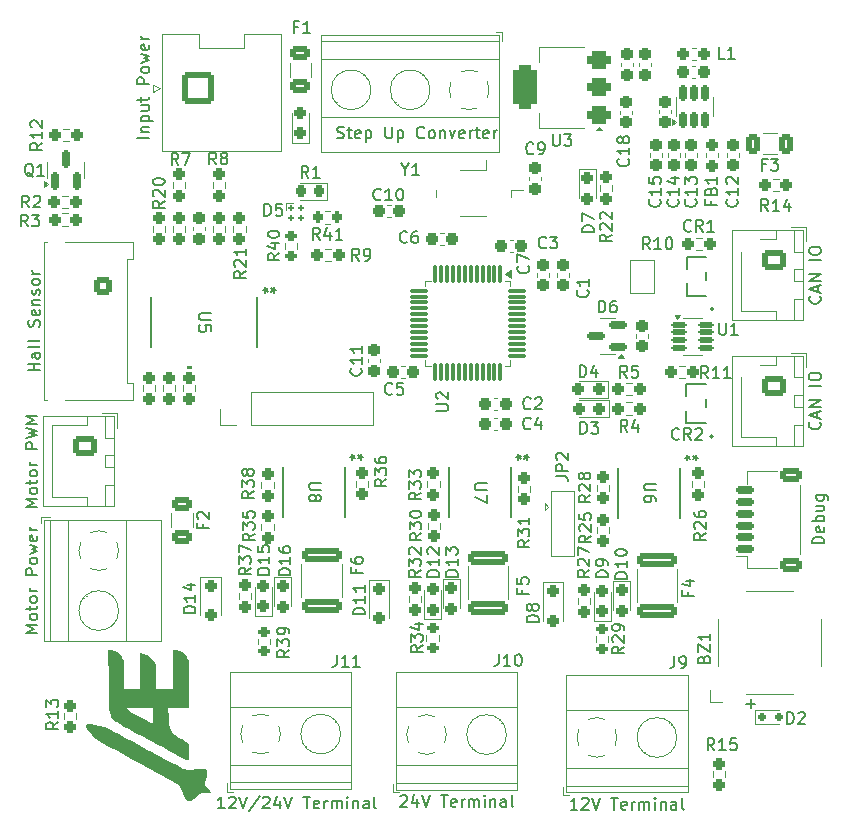
<source format=gto>
G04 #@! TF.GenerationSoftware,KiCad,Pcbnew,9.0.1*
G04 #@! TF.CreationDate,2025-05-09T16:55:27+02:00*
G04 #@! TF.ProjectId,SIGURD,53494755-5244-42e6-9b69-6361645f7063,rev?*
G04 #@! TF.SameCoordinates,Original*
G04 #@! TF.FileFunction,Legend,Top*
G04 #@! TF.FilePolarity,Positive*
%FSLAX46Y46*%
G04 Gerber Fmt 4.6, Leading zero omitted, Abs format (unit mm)*
G04 Created by KiCad (PCBNEW 9.0.1) date 2025-05-09 16:55:27*
%MOMM*%
%LPD*%
G01*
G04 APERTURE LIST*
G04 Aperture macros list*
%AMRoundRect*
0 Rectangle with rounded corners*
0 $1 Rounding radius*
0 $2 $3 $4 $5 $6 $7 $8 $9 X,Y pos of 4 corners*
0 Add a 4 corners polygon primitive as box body*
4,1,4,$2,$3,$4,$5,$6,$7,$8,$9,$2,$3,0*
0 Add four circle primitives for the rounded corners*
1,1,$1+$1,$2,$3*
1,1,$1+$1,$4,$5*
1,1,$1+$1,$6,$7*
1,1,$1+$1,$8,$9*
0 Add four rect primitives between the rounded corners*
20,1,$1+$1,$2,$3,$4,$5,0*
20,1,$1+$1,$4,$5,$6,$7,0*
20,1,$1+$1,$6,$7,$8,$9,0*
20,1,$1+$1,$8,$9,$2,$3,0*%
%AMFreePoly0*
4,1,6,1.000000,0.000000,0.500000,-0.750000,-0.500000,-0.750000,-0.500000,0.750000,0.500000,0.750000,1.000000,0.000000,1.000000,0.000000,$1*%
%AMFreePoly1*
4,1,6,0.500000,-0.750000,-0.650000,-0.750000,-0.150000,0.000000,-0.650000,0.750000,0.500000,0.750000,0.500000,-0.750000,0.500000,-0.750000,$1*%
G04 Aperture macros list end*
%ADD10C,0.150000*%
%ADD11C,0.120000*%
%ADD12C,0.152400*%
%ADD13C,0.100000*%
%ADD14C,0.000000*%
%ADD15RoundRect,0.237500X-0.237500X0.250000X-0.237500X-0.250000X0.237500X-0.250000X0.237500X0.250000X0*%
%ADD16RoundRect,0.237500X0.300000X0.237500X-0.300000X0.237500X-0.300000X-0.237500X0.300000X-0.237500X0*%
%ADD17RoundRect,0.237500X-0.237500X0.300000X-0.237500X-0.300000X0.237500X-0.300000X0.237500X0.300000X0*%
%ADD18C,1.200000*%
%ADD19RoundRect,0.250000X-0.750000X0.600000X-0.750000X-0.600000X0.750000X-0.600000X0.750000X0.600000X0*%
%ADD20O,2.000000X1.700000*%
%ADD21R,1.320800X0.558800*%
%ADD22RoundRect,0.237500X0.237500X-0.300000X0.237500X0.300000X-0.237500X0.300000X-0.237500X-0.300000X0*%
%ADD23RoundRect,0.075000X-0.075000X0.662500X-0.075000X-0.662500X0.075000X-0.662500X0.075000X0.662500X0*%
%ADD24RoundRect,0.075000X-0.662500X0.075000X-0.662500X-0.075000X0.662500X-0.075000X0.662500X0.075000X0*%
%ADD25RoundRect,0.237500X0.237500X-0.287500X0.237500X0.287500X-0.237500X0.287500X-0.237500X-0.287500X0*%
%ADD26RoundRect,0.112500X-0.112500X-0.112500X0.112500X-0.112500X0.112500X0.112500X-0.112500X0.112500X0*%
%ADD27RoundRect,0.200000X0.200000X0.275000X-0.200000X0.275000X-0.200000X-0.275000X0.200000X-0.275000X0*%
%ADD28R,2.600000X2.600000*%
%ADD29C,2.600000*%
%ADD30RoundRect,0.250000X0.375000X0.625000X-0.375000X0.625000X-0.375000X-0.625000X0.375000X-0.625000X0*%
%ADD31FreePoly0,90.000000*%
%ADD32FreePoly1,90.000000*%
%ADD33RoundRect,0.237500X-0.250000X-0.237500X0.250000X-0.237500X0.250000X0.237500X-0.250000X0.237500X0*%
%ADD34C,0.800000*%
%ADD35C,6.400000*%
%ADD36RoundRect,0.200000X-0.275000X0.200000X-0.275000X-0.200000X0.275000X-0.200000X0.275000X0.200000X0*%
%ADD37R,0.533400X1.460500*%
%ADD38RoundRect,0.150000X0.150000X0.200000X-0.150000X0.200000X-0.150000X-0.200000X0.150000X-0.200000X0*%
%ADD39RoundRect,0.375000X0.625000X0.375000X-0.625000X0.375000X-0.625000X-0.375000X0.625000X-0.375000X0*%
%ADD40RoundRect,0.500000X0.500000X1.400000X-0.500000X1.400000X-0.500000X-1.400000X0.500000X-1.400000X0*%
%ADD41RoundRect,0.237500X0.250000X0.237500X-0.250000X0.237500X-0.250000X-0.237500X0.250000X-0.237500X0*%
%ADD42RoundRect,0.237500X0.287500X0.237500X-0.287500X0.237500X-0.287500X-0.237500X0.287500X-0.237500X0*%
%ADD43RoundRect,0.250000X-0.625000X0.375000X-0.625000X-0.375000X0.625000X-0.375000X0.625000X0.375000X0*%
%ADD44RoundRect,0.237500X-0.237500X0.287500X-0.237500X-0.287500X0.237500X-0.287500X0.237500X0.287500X0*%
%ADD45C,1.020000*%
%ADD46RoundRect,0.250001X-0.499999X0.499999X-0.499999X-0.499999X0.499999X-0.499999X0.499999X0.499999X0*%
%ADD47C,1.500000*%
%ADD48RoundRect,0.250000X1.450000X-0.312500X1.450000X0.312500X-1.450000X0.312500X-1.450000X-0.312500X0*%
%ADD49RoundRect,0.250000X-0.250000X0.250000X-0.250000X-0.250000X0.250000X-0.250000X0.250000X0.250000X0*%
%ADD50RoundRect,0.150000X0.625000X-0.150000X0.625000X0.150000X-0.625000X0.150000X-0.625000X-0.150000X0*%
%ADD51RoundRect,0.250000X0.650000X-0.350000X0.650000X0.350000X-0.650000X0.350000X-0.650000X-0.350000X0*%
%ADD52RoundRect,0.237500X0.237500X-0.250000X0.237500X0.250000X-0.237500X0.250000X-0.237500X-0.250000X0*%
%ADD53RoundRect,0.200000X0.275000X-0.200000X0.275000X0.200000X-0.275000X0.200000X-0.275000X-0.200000X0*%
%ADD54R,2.500000X2.500000*%
%ADD55RoundRect,0.150000X0.150000X-0.512500X0.150000X0.512500X-0.150000X0.512500X-0.150000X-0.512500X0*%
%ADD56R,0.558800X1.981200*%
%ADD57R,1.500000X1.500000*%
%ADD58FreePoly0,270.000000*%
%ADD59C,1.450000*%
%ADD60RoundRect,0.250001X-1.099999X-1.099999X1.099999X-1.099999X1.099999X1.099999X-1.099999X1.099999X0*%
%ADD61C,2.700000*%
%ADD62RoundRect,0.150000X0.587500X0.150000X-0.587500X0.150000X-0.587500X-0.150000X0.587500X-0.150000X0*%
%ADD63RoundRect,0.218750X0.218750X0.256250X-0.218750X0.256250X-0.218750X-0.256250X0.218750X-0.256250X0*%
%ADD64R,1.700000X1.700000*%
%ADD65C,1.700000*%
%ADD66RoundRect,0.237500X-0.300000X-0.237500X0.300000X-0.237500X0.300000X0.237500X-0.300000X0.237500X0*%
%ADD67R,2.700000X2.100000*%
%ADD68RoundRect,0.125000X-0.537500X-0.125000X0.537500X-0.125000X0.537500X0.125000X-0.537500X0.125000X0*%
%ADD69RoundRect,0.150000X0.150000X-0.587500X0.150000X0.587500X-0.150000X0.587500X-0.150000X-0.587500X0*%
G04 APERTURE END LIST*
D10*
X101307142Y-85459580D02*
X101259523Y-85507200D01*
X101259523Y-85507200D02*
X101116666Y-85554819D01*
X101116666Y-85554819D02*
X101021428Y-85554819D01*
X101021428Y-85554819D02*
X100878571Y-85507200D01*
X100878571Y-85507200D02*
X100783333Y-85411961D01*
X100783333Y-85411961D02*
X100735714Y-85316723D01*
X100735714Y-85316723D02*
X100688095Y-85126247D01*
X100688095Y-85126247D02*
X100688095Y-84983390D01*
X100688095Y-84983390D02*
X100735714Y-84792914D01*
X100735714Y-84792914D02*
X100783333Y-84697676D01*
X100783333Y-84697676D02*
X100878571Y-84602438D01*
X100878571Y-84602438D02*
X101021428Y-84554819D01*
X101021428Y-84554819D02*
X101116666Y-84554819D01*
X101116666Y-84554819D02*
X101259523Y-84602438D01*
X101259523Y-84602438D02*
X101307142Y-84650057D01*
X102259523Y-85554819D02*
X101688095Y-85554819D01*
X101973809Y-85554819D02*
X101973809Y-84554819D01*
X101973809Y-84554819D02*
X101878571Y-84697676D01*
X101878571Y-84697676D02*
X101783333Y-84792914D01*
X101783333Y-84792914D02*
X101688095Y-84840533D01*
X102878571Y-84554819D02*
X102973809Y-84554819D01*
X102973809Y-84554819D02*
X103069047Y-84602438D01*
X103069047Y-84602438D02*
X103116666Y-84650057D01*
X103116666Y-84650057D02*
X103164285Y-84745295D01*
X103164285Y-84745295D02*
X103211904Y-84935771D01*
X103211904Y-84935771D02*
X103211904Y-85173866D01*
X103211904Y-85173866D02*
X103164285Y-85364342D01*
X103164285Y-85364342D02*
X103116666Y-85459580D01*
X103116666Y-85459580D02*
X103069047Y-85507200D01*
X103069047Y-85507200D02*
X102973809Y-85554819D01*
X102973809Y-85554819D02*
X102878571Y-85554819D01*
X102878571Y-85554819D02*
X102783333Y-85507200D01*
X102783333Y-85507200D02*
X102735714Y-85459580D01*
X102735714Y-85459580D02*
X102688095Y-85364342D01*
X102688095Y-85364342D02*
X102640476Y-85173866D01*
X102640476Y-85173866D02*
X102640476Y-84935771D01*
X102640476Y-84935771D02*
X102688095Y-84745295D01*
X102688095Y-84745295D02*
X102735714Y-84650057D01*
X102735714Y-84650057D02*
X102783333Y-84602438D01*
X102783333Y-84602438D02*
X102878571Y-84554819D01*
X138490347Y-93674465D02*
X138537967Y-93722084D01*
X138537967Y-93722084D02*
X138585586Y-93864941D01*
X138585586Y-93864941D02*
X138585586Y-93960179D01*
X138585586Y-93960179D02*
X138537967Y-94103036D01*
X138537967Y-94103036D02*
X138442728Y-94198274D01*
X138442728Y-94198274D02*
X138347490Y-94245893D01*
X138347490Y-94245893D02*
X138157014Y-94293512D01*
X138157014Y-94293512D02*
X138014157Y-94293512D01*
X138014157Y-94293512D02*
X137823681Y-94245893D01*
X137823681Y-94245893D02*
X137728443Y-94198274D01*
X137728443Y-94198274D02*
X137633205Y-94103036D01*
X137633205Y-94103036D02*
X137585586Y-93960179D01*
X137585586Y-93960179D02*
X137585586Y-93864941D01*
X137585586Y-93864941D02*
X137633205Y-93722084D01*
X137633205Y-93722084D02*
X137680824Y-93674465D01*
X138299871Y-93293512D02*
X138299871Y-92817322D01*
X138585586Y-93388750D02*
X137585586Y-93055417D01*
X137585586Y-93055417D02*
X138585586Y-92722084D01*
X138585586Y-92388750D02*
X137585586Y-92388750D01*
X137585586Y-92388750D02*
X138585586Y-91817322D01*
X138585586Y-91817322D02*
X137585586Y-91817322D01*
X138585586Y-90579226D02*
X137585586Y-90579226D01*
X137585586Y-89912560D02*
X137585586Y-89722084D01*
X137585586Y-89722084D02*
X137633205Y-89626846D01*
X137633205Y-89626846D02*
X137728443Y-89531608D01*
X137728443Y-89531608D02*
X137918919Y-89483989D01*
X137918919Y-89483989D02*
X138252252Y-89483989D01*
X138252252Y-89483989D02*
X138442728Y-89531608D01*
X138442728Y-89531608D02*
X138537967Y-89626846D01*
X138537967Y-89626846D02*
X138585586Y-89722084D01*
X138585586Y-89722084D02*
X138585586Y-89912560D01*
X138585586Y-89912560D02*
X138537967Y-90007798D01*
X138537967Y-90007798D02*
X138442728Y-90103036D01*
X138442728Y-90103036D02*
X138252252Y-90150655D01*
X138252252Y-90150655D02*
X137918919Y-90150655D01*
X137918919Y-90150655D02*
X137728443Y-90103036D01*
X137728443Y-90103036D02*
X137633205Y-90007798D01*
X137633205Y-90007798D02*
X137585586Y-89912560D01*
X127569100Y-88109580D02*
X127521481Y-88157200D01*
X127521481Y-88157200D02*
X127378624Y-88204819D01*
X127378624Y-88204819D02*
X127283386Y-88204819D01*
X127283386Y-88204819D02*
X127140529Y-88157200D01*
X127140529Y-88157200D02*
X127045291Y-88061961D01*
X127045291Y-88061961D02*
X126997672Y-87966723D01*
X126997672Y-87966723D02*
X126950053Y-87776247D01*
X126950053Y-87776247D02*
X126950053Y-87633390D01*
X126950053Y-87633390D02*
X126997672Y-87442914D01*
X126997672Y-87442914D02*
X127045291Y-87347676D01*
X127045291Y-87347676D02*
X127140529Y-87252438D01*
X127140529Y-87252438D02*
X127283386Y-87204819D01*
X127283386Y-87204819D02*
X127378624Y-87204819D01*
X127378624Y-87204819D02*
X127521481Y-87252438D01*
X127521481Y-87252438D02*
X127569100Y-87300057D01*
X128569100Y-88204819D02*
X128235767Y-87728628D01*
X127997672Y-88204819D02*
X127997672Y-87204819D01*
X127997672Y-87204819D02*
X128378624Y-87204819D01*
X128378624Y-87204819D02*
X128473862Y-87252438D01*
X128473862Y-87252438D02*
X128521481Y-87300057D01*
X128521481Y-87300057D02*
X128569100Y-87395295D01*
X128569100Y-87395295D02*
X128569100Y-87538152D01*
X128569100Y-87538152D02*
X128521481Y-87633390D01*
X128521481Y-87633390D02*
X128473862Y-87681009D01*
X128473862Y-87681009D02*
X128378624Y-87728628D01*
X128378624Y-87728628D02*
X127997672Y-87728628D01*
X129521481Y-88204819D02*
X128950053Y-88204819D01*
X129235767Y-88204819D02*
X129235767Y-87204819D01*
X129235767Y-87204819D02*
X129140529Y-87347676D01*
X129140529Y-87347676D02*
X129045291Y-87442914D01*
X129045291Y-87442914D02*
X128950053Y-87490533D01*
X128844336Y-113720358D02*
X128368145Y-114053691D01*
X128844336Y-114291786D02*
X127844336Y-114291786D01*
X127844336Y-114291786D02*
X127844336Y-113910834D01*
X127844336Y-113910834D02*
X127891955Y-113815596D01*
X127891955Y-113815596D02*
X127939574Y-113767977D01*
X127939574Y-113767977D02*
X128034812Y-113720358D01*
X128034812Y-113720358D02*
X128177669Y-113720358D01*
X128177669Y-113720358D02*
X128272907Y-113767977D01*
X128272907Y-113767977D02*
X128320526Y-113815596D01*
X128320526Y-113815596D02*
X128368145Y-113910834D01*
X128368145Y-113910834D02*
X128368145Y-114291786D01*
X127939574Y-113339405D02*
X127891955Y-113291786D01*
X127891955Y-113291786D02*
X127844336Y-113196548D01*
X127844336Y-113196548D02*
X127844336Y-112958453D01*
X127844336Y-112958453D02*
X127891955Y-112863215D01*
X127891955Y-112863215D02*
X127939574Y-112815596D01*
X127939574Y-112815596D02*
X128034812Y-112767977D01*
X128034812Y-112767977D02*
X128130050Y-112767977D01*
X128130050Y-112767977D02*
X128272907Y-112815596D01*
X128272907Y-112815596D02*
X128844336Y-113387024D01*
X128844336Y-113387024D02*
X128844336Y-112767977D01*
X127844336Y-111910834D02*
X127844336Y-112101310D01*
X127844336Y-112101310D02*
X127891955Y-112196548D01*
X127891955Y-112196548D02*
X127939574Y-112244167D01*
X127939574Y-112244167D02*
X128082431Y-112339405D01*
X128082431Y-112339405D02*
X128272907Y-112387024D01*
X128272907Y-112387024D02*
X128653859Y-112387024D01*
X128653859Y-112387024D02*
X128749097Y-112339405D01*
X128749097Y-112339405D02*
X128796717Y-112291786D01*
X128796717Y-112291786D02*
X128844336Y-112196548D01*
X128844336Y-112196548D02*
X128844336Y-112006072D01*
X128844336Y-112006072D02*
X128796717Y-111910834D01*
X128796717Y-111910834D02*
X128749097Y-111863215D01*
X128749097Y-111863215D02*
X128653859Y-111815596D01*
X128653859Y-111815596D02*
X128415764Y-111815596D01*
X128415764Y-111815596D02*
X128320526Y-111863215D01*
X128320526Y-111863215D02*
X128272907Y-111910834D01*
X128272907Y-111910834D02*
X128225288Y-112006072D01*
X128225288Y-112006072D02*
X128225288Y-112196548D01*
X128225288Y-112196548D02*
X128272907Y-112291786D01*
X128272907Y-112291786D02*
X128320526Y-112339405D01*
X128320526Y-112339405D02*
X128415764Y-112387024D01*
X99629580Y-99772857D02*
X99677200Y-99820476D01*
X99677200Y-99820476D02*
X99724819Y-99963333D01*
X99724819Y-99963333D02*
X99724819Y-100058571D01*
X99724819Y-100058571D02*
X99677200Y-100201428D01*
X99677200Y-100201428D02*
X99581961Y-100296666D01*
X99581961Y-100296666D02*
X99486723Y-100344285D01*
X99486723Y-100344285D02*
X99296247Y-100391904D01*
X99296247Y-100391904D02*
X99153390Y-100391904D01*
X99153390Y-100391904D02*
X98962914Y-100344285D01*
X98962914Y-100344285D02*
X98867676Y-100296666D01*
X98867676Y-100296666D02*
X98772438Y-100201428D01*
X98772438Y-100201428D02*
X98724819Y-100058571D01*
X98724819Y-100058571D02*
X98724819Y-99963333D01*
X98724819Y-99963333D02*
X98772438Y-99820476D01*
X98772438Y-99820476D02*
X98820057Y-99772857D01*
X99724819Y-98820476D02*
X99724819Y-99391904D01*
X99724819Y-99106190D02*
X98724819Y-99106190D01*
X98724819Y-99106190D02*
X98867676Y-99201428D01*
X98867676Y-99201428D02*
X98962914Y-99296666D01*
X98962914Y-99296666D02*
X99010533Y-99391904D01*
X99724819Y-97868095D02*
X99724819Y-98439523D01*
X99724819Y-98153809D02*
X98724819Y-98153809D01*
X98724819Y-98153809D02*
X98867676Y-98249047D01*
X98867676Y-98249047D02*
X98962914Y-98344285D01*
X98962914Y-98344285D02*
X99010533Y-98439523D01*
X106021554Y-103364744D02*
X106831077Y-103364744D01*
X106831077Y-103364744D02*
X106926315Y-103317125D01*
X106926315Y-103317125D02*
X106973935Y-103269506D01*
X106973935Y-103269506D02*
X107021554Y-103174268D01*
X107021554Y-103174268D02*
X107021554Y-102983792D01*
X107021554Y-102983792D02*
X106973935Y-102888554D01*
X106973935Y-102888554D02*
X106926315Y-102840935D01*
X106926315Y-102840935D02*
X106831077Y-102793316D01*
X106831077Y-102793316D02*
X106021554Y-102793316D01*
X106116792Y-102364744D02*
X106069173Y-102317125D01*
X106069173Y-102317125D02*
X106021554Y-102221887D01*
X106021554Y-102221887D02*
X106021554Y-101983792D01*
X106021554Y-101983792D02*
X106069173Y-101888554D01*
X106069173Y-101888554D02*
X106116792Y-101840935D01*
X106116792Y-101840935D02*
X106212030Y-101793316D01*
X106212030Y-101793316D02*
X106307268Y-101793316D01*
X106307268Y-101793316D02*
X106450125Y-101840935D01*
X106450125Y-101840935D02*
X107021554Y-102412363D01*
X107021554Y-102412363D02*
X107021554Y-101793316D01*
X91884819Y-117244285D02*
X90884819Y-117244285D01*
X90884819Y-117244285D02*
X90884819Y-117006190D01*
X90884819Y-117006190D02*
X90932438Y-116863333D01*
X90932438Y-116863333D02*
X91027676Y-116768095D01*
X91027676Y-116768095D02*
X91122914Y-116720476D01*
X91122914Y-116720476D02*
X91313390Y-116672857D01*
X91313390Y-116672857D02*
X91456247Y-116672857D01*
X91456247Y-116672857D02*
X91646723Y-116720476D01*
X91646723Y-116720476D02*
X91741961Y-116768095D01*
X91741961Y-116768095D02*
X91837200Y-116863333D01*
X91837200Y-116863333D02*
X91884819Y-117006190D01*
X91884819Y-117006190D02*
X91884819Y-117244285D01*
X91884819Y-115720476D02*
X91884819Y-116291904D01*
X91884819Y-116006190D02*
X90884819Y-116006190D01*
X90884819Y-116006190D02*
X91027676Y-116101428D01*
X91027676Y-116101428D02*
X91122914Y-116196666D01*
X91122914Y-116196666D02*
X91170533Y-116291904D01*
X90884819Y-114815714D02*
X90884819Y-115291904D01*
X90884819Y-115291904D02*
X91361009Y-115339523D01*
X91361009Y-115339523D02*
X91313390Y-115291904D01*
X91313390Y-115291904D02*
X91265771Y-115196666D01*
X91265771Y-115196666D02*
X91265771Y-114958571D01*
X91265771Y-114958571D02*
X91313390Y-114863333D01*
X91313390Y-114863333D02*
X91361009Y-114815714D01*
X91361009Y-114815714D02*
X91456247Y-114768095D01*
X91456247Y-114768095D02*
X91694342Y-114768095D01*
X91694342Y-114768095D02*
X91789580Y-114815714D01*
X91789580Y-114815714D02*
X91837200Y-114863333D01*
X91837200Y-114863333D02*
X91884819Y-114958571D01*
X91884819Y-114958571D02*
X91884819Y-115196666D01*
X91884819Y-115196666D02*
X91837200Y-115291904D01*
X91837200Y-115291904D02*
X91789580Y-115339523D01*
X91461905Y-86854819D02*
X91461905Y-85854819D01*
X91461905Y-85854819D02*
X91700000Y-85854819D01*
X91700000Y-85854819D02*
X91842857Y-85902438D01*
X91842857Y-85902438D02*
X91938095Y-85997676D01*
X91938095Y-85997676D02*
X91985714Y-86092914D01*
X91985714Y-86092914D02*
X92033333Y-86283390D01*
X92033333Y-86283390D02*
X92033333Y-86426247D01*
X92033333Y-86426247D02*
X91985714Y-86616723D01*
X91985714Y-86616723D02*
X91938095Y-86711961D01*
X91938095Y-86711961D02*
X91842857Y-86807200D01*
X91842857Y-86807200D02*
X91700000Y-86854819D01*
X91700000Y-86854819D02*
X91461905Y-86854819D01*
X92938095Y-85854819D02*
X92461905Y-85854819D01*
X92461905Y-85854819D02*
X92414286Y-86331009D01*
X92414286Y-86331009D02*
X92461905Y-86283390D01*
X92461905Y-86283390D02*
X92557143Y-86235771D01*
X92557143Y-86235771D02*
X92795238Y-86235771D01*
X92795238Y-86235771D02*
X92890476Y-86283390D01*
X92890476Y-86283390D02*
X92938095Y-86331009D01*
X92938095Y-86331009D02*
X92985714Y-86426247D01*
X92985714Y-86426247D02*
X92985714Y-86664342D01*
X92985714Y-86664342D02*
X92938095Y-86759580D01*
X92938095Y-86759580D02*
X92890476Y-86807200D01*
X92890476Y-86807200D02*
X92795238Y-86854819D01*
X92795238Y-86854819D02*
X92557143Y-86854819D01*
X92557143Y-86854819D02*
X92461905Y-86807200D01*
X92461905Y-86807200D02*
X92414286Y-86759580D01*
X96157142Y-88884819D02*
X95823809Y-88408628D01*
X95585714Y-88884819D02*
X95585714Y-87884819D01*
X95585714Y-87884819D02*
X95966666Y-87884819D01*
X95966666Y-87884819D02*
X96061904Y-87932438D01*
X96061904Y-87932438D02*
X96109523Y-87980057D01*
X96109523Y-87980057D02*
X96157142Y-88075295D01*
X96157142Y-88075295D02*
X96157142Y-88218152D01*
X96157142Y-88218152D02*
X96109523Y-88313390D01*
X96109523Y-88313390D02*
X96061904Y-88361009D01*
X96061904Y-88361009D02*
X95966666Y-88408628D01*
X95966666Y-88408628D02*
X95585714Y-88408628D01*
X97014285Y-88218152D02*
X97014285Y-88884819D01*
X96776190Y-87837200D02*
X96538095Y-88551485D01*
X96538095Y-88551485D02*
X97157142Y-88551485D01*
X98061904Y-88884819D02*
X97490476Y-88884819D01*
X97776190Y-88884819D02*
X97776190Y-87884819D01*
X97776190Y-87884819D02*
X97680952Y-88027676D01*
X97680952Y-88027676D02*
X97585714Y-88122914D01*
X97585714Y-88122914D02*
X97490476Y-88170533D01*
X97590476Y-124054819D02*
X97590476Y-124769104D01*
X97590476Y-124769104D02*
X97542857Y-124911961D01*
X97542857Y-124911961D02*
X97447619Y-125007200D01*
X97447619Y-125007200D02*
X97304762Y-125054819D01*
X97304762Y-125054819D02*
X97209524Y-125054819D01*
X98590476Y-125054819D02*
X98019048Y-125054819D01*
X98304762Y-125054819D02*
X98304762Y-124054819D01*
X98304762Y-124054819D02*
X98209524Y-124197676D01*
X98209524Y-124197676D02*
X98114286Y-124292914D01*
X98114286Y-124292914D02*
X98019048Y-124340533D01*
X99542857Y-125054819D02*
X98971429Y-125054819D01*
X99257143Y-125054819D02*
X99257143Y-124054819D01*
X99257143Y-124054819D02*
X99161905Y-124197676D01*
X99161905Y-124197676D02*
X99066667Y-124292914D01*
X99066667Y-124292914D02*
X98971429Y-124340533D01*
X88094278Y-137044820D02*
X87522850Y-137044820D01*
X87808564Y-137044820D02*
X87808564Y-136044820D01*
X87808564Y-136044820D02*
X87713326Y-136187677D01*
X87713326Y-136187677D02*
X87618088Y-136282915D01*
X87618088Y-136282915D02*
X87522850Y-136330534D01*
X88475231Y-136140058D02*
X88522850Y-136092439D01*
X88522850Y-136092439D02*
X88618088Y-136044820D01*
X88618088Y-136044820D02*
X88856183Y-136044820D01*
X88856183Y-136044820D02*
X88951421Y-136092439D01*
X88951421Y-136092439D02*
X88999040Y-136140058D01*
X88999040Y-136140058D02*
X89046659Y-136235296D01*
X89046659Y-136235296D02*
X89046659Y-136330534D01*
X89046659Y-136330534D02*
X88999040Y-136473391D01*
X88999040Y-136473391D02*
X88427612Y-137044820D01*
X88427612Y-137044820D02*
X89046659Y-137044820D01*
X89332374Y-136044820D02*
X89665707Y-137044820D01*
X89665707Y-137044820D02*
X89999040Y-136044820D01*
X91046659Y-135997201D02*
X90189517Y-137282915D01*
X91332374Y-136140058D02*
X91379993Y-136092439D01*
X91379993Y-136092439D02*
X91475231Y-136044820D01*
X91475231Y-136044820D02*
X91713326Y-136044820D01*
X91713326Y-136044820D02*
X91808564Y-136092439D01*
X91808564Y-136092439D02*
X91856183Y-136140058D01*
X91856183Y-136140058D02*
X91903802Y-136235296D01*
X91903802Y-136235296D02*
X91903802Y-136330534D01*
X91903802Y-136330534D02*
X91856183Y-136473391D01*
X91856183Y-136473391D02*
X91284755Y-137044820D01*
X91284755Y-137044820D02*
X91903802Y-137044820D01*
X92760945Y-136378153D02*
X92760945Y-137044820D01*
X92522850Y-135997201D02*
X92284755Y-136711486D01*
X92284755Y-136711486D02*
X92903802Y-136711486D01*
X93141898Y-136044820D02*
X93475231Y-137044820D01*
X93475231Y-137044820D02*
X93808564Y-136044820D01*
X94760946Y-136044820D02*
X95332374Y-136044820D01*
X95046660Y-137044820D02*
X95046660Y-136044820D01*
X96046660Y-136997201D02*
X95951422Y-137044820D01*
X95951422Y-137044820D02*
X95760946Y-137044820D01*
X95760946Y-137044820D02*
X95665708Y-136997201D01*
X95665708Y-136997201D02*
X95618089Y-136901962D01*
X95618089Y-136901962D02*
X95618089Y-136521010D01*
X95618089Y-136521010D02*
X95665708Y-136425772D01*
X95665708Y-136425772D02*
X95760946Y-136378153D01*
X95760946Y-136378153D02*
X95951422Y-136378153D01*
X95951422Y-136378153D02*
X96046660Y-136425772D01*
X96046660Y-136425772D02*
X96094279Y-136521010D01*
X96094279Y-136521010D02*
X96094279Y-136616248D01*
X96094279Y-136616248D02*
X95618089Y-136711486D01*
X96522851Y-137044820D02*
X96522851Y-136378153D01*
X96522851Y-136568629D02*
X96570470Y-136473391D01*
X96570470Y-136473391D02*
X96618089Y-136425772D01*
X96618089Y-136425772D02*
X96713327Y-136378153D01*
X96713327Y-136378153D02*
X96808565Y-136378153D01*
X97141899Y-137044820D02*
X97141899Y-136378153D01*
X97141899Y-136473391D02*
X97189518Y-136425772D01*
X97189518Y-136425772D02*
X97284756Y-136378153D01*
X97284756Y-136378153D02*
X97427613Y-136378153D01*
X97427613Y-136378153D02*
X97522851Y-136425772D01*
X97522851Y-136425772D02*
X97570470Y-136521010D01*
X97570470Y-136521010D02*
X97570470Y-137044820D01*
X97570470Y-136521010D02*
X97618089Y-136425772D01*
X97618089Y-136425772D02*
X97713327Y-136378153D01*
X97713327Y-136378153D02*
X97856184Y-136378153D01*
X97856184Y-136378153D02*
X97951423Y-136425772D01*
X97951423Y-136425772D02*
X97999042Y-136521010D01*
X97999042Y-136521010D02*
X97999042Y-137044820D01*
X98475232Y-137044820D02*
X98475232Y-136378153D01*
X98475232Y-136044820D02*
X98427613Y-136092439D01*
X98427613Y-136092439D02*
X98475232Y-136140058D01*
X98475232Y-136140058D02*
X98522851Y-136092439D01*
X98522851Y-136092439D02*
X98475232Y-136044820D01*
X98475232Y-136044820D02*
X98475232Y-136140058D01*
X98951422Y-136378153D02*
X98951422Y-137044820D01*
X98951422Y-136473391D02*
X98999041Y-136425772D01*
X98999041Y-136425772D02*
X99094279Y-136378153D01*
X99094279Y-136378153D02*
X99237136Y-136378153D01*
X99237136Y-136378153D02*
X99332374Y-136425772D01*
X99332374Y-136425772D02*
X99379993Y-136521010D01*
X99379993Y-136521010D02*
X99379993Y-137044820D01*
X100284755Y-137044820D02*
X100284755Y-136521010D01*
X100284755Y-136521010D02*
X100237136Y-136425772D01*
X100237136Y-136425772D02*
X100141898Y-136378153D01*
X100141898Y-136378153D02*
X99951422Y-136378153D01*
X99951422Y-136378153D02*
X99856184Y-136425772D01*
X100284755Y-136997201D02*
X100189517Y-137044820D01*
X100189517Y-137044820D02*
X99951422Y-137044820D01*
X99951422Y-137044820D02*
X99856184Y-136997201D01*
X99856184Y-136997201D02*
X99808565Y-136901962D01*
X99808565Y-136901962D02*
X99808565Y-136806724D01*
X99808565Y-136806724D02*
X99856184Y-136711486D01*
X99856184Y-136711486D02*
X99951422Y-136663867D01*
X99951422Y-136663867D02*
X100189517Y-136663867D01*
X100189517Y-136663867D02*
X100284755Y-136616248D01*
X100903803Y-137044820D02*
X100808565Y-136997201D01*
X100808565Y-136997201D02*
X100760946Y-136901962D01*
X100760946Y-136901962D02*
X100760946Y-136044820D01*
X133916666Y-82511009D02*
X133583333Y-82511009D01*
X133583333Y-83034819D02*
X133583333Y-82034819D01*
X133583333Y-82034819D02*
X134059523Y-82034819D01*
X134345238Y-82034819D02*
X134964285Y-82034819D01*
X134964285Y-82034819D02*
X134630952Y-82415771D01*
X134630952Y-82415771D02*
X134773809Y-82415771D01*
X134773809Y-82415771D02*
X134869047Y-82463390D01*
X134869047Y-82463390D02*
X134916666Y-82511009D01*
X134916666Y-82511009D02*
X134964285Y-82606247D01*
X134964285Y-82606247D02*
X134964285Y-82844342D01*
X134964285Y-82844342D02*
X134916666Y-82939580D01*
X134916666Y-82939580D02*
X134869047Y-82987200D01*
X134869047Y-82987200D02*
X134773809Y-83034819D01*
X134773809Y-83034819D02*
X134488095Y-83034819D01*
X134488095Y-83034819D02*
X134392857Y-82987200D01*
X134392857Y-82987200D02*
X134345238Y-82939580D01*
X122198333Y-105144819D02*
X121865000Y-104668628D01*
X121626905Y-105144819D02*
X121626905Y-104144819D01*
X121626905Y-104144819D02*
X122007857Y-104144819D01*
X122007857Y-104144819D02*
X122103095Y-104192438D01*
X122103095Y-104192438D02*
X122150714Y-104240057D01*
X122150714Y-104240057D02*
X122198333Y-104335295D01*
X122198333Y-104335295D02*
X122198333Y-104478152D01*
X122198333Y-104478152D02*
X122150714Y-104573390D01*
X122150714Y-104573390D02*
X122103095Y-104621009D01*
X122103095Y-104621009D02*
X122007857Y-104668628D01*
X122007857Y-104668628D02*
X121626905Y-104668628D01*
X123055476Y-104478152D02*
X123055476Y-105144819D01*
X122817381Y-104097200D02*
X122579286Y-104811485D01*
X122579286Y-104811485D02*
X123198333Y-104811485D01*
X111290476Y-123984820D02*
X111290476Y-124699105D01*
X111290476Y-124699105D02*
X111242857Y-124841962D01*
X111242857Y-124841962D02*
X111147619Y-124937201D01*
X111147619Y-124937201D02*
X111004762Y-124984820D01*
X111004762Y-124984820D02*
X110909524Y-124984820D01*
X112290476Y-124984820D02*
X111719048Y-124984820D01*
X112004762Y-124984820D02*
X112004762Y-123984820D01*
X112004762Y-123984820D02*
X111909524Y-124127677D01*
X111909524Y-124127677D02*
X111814286Y-124222915D01*
X111814286Y-124222915D02*
X111719048Y-124270534D01*
X112909524Y-123984820D02*
X113004762Y-123984820D01*
X113004762Y-123984820D02*
X113100000Y-124032439D01*
X113100000Y-124032439D02*
X113147619Y-124080058D01*
X113147619Y-124080058D02*
X113195238Y-124175296D01*
X113195238Y-124175296D02*
X113242857Y-124365772D01*
X113242857Y-124365772D02*
X113242857Y-124603867D01*
X113242857Y-124603867D02*
X113195238Y-124794343D01*
X113195238Y-124794343D02*
X113147619Y-124889581D01*
X113147619Y-124889581D02*
X113100000Y-124937201D01*
X113100000Y-124937201D02*
X113004762Y-124984820D01*
X113004762Y-124984820D02*
X112909524Y-124984820D01*
X112909524Y-124984820D02*
X112814286Y-124937201D01*
X112814286Y-124937201D02*
X112766667Y-124889581D01*
X112766667Y-124889581D02*
X112719048Y-124794343D01*
X112719048Y-124794343D02*
X112671429Y-124603867D01*
X112671429Y-124603867D02*
X112671429Y-124365772D01*
X112671429Y-124365772D02*
X112719048Y-124175296D01*
X112719048Y-124175296D02*
X112766667Y-124080058D01*
X112766667Y-124080058D02*
X112814286Y-124032439D01*
X112814286Y-124032439D02*
X112909524Y-123984820D01*
X102967612Y-136000058D02*
X103015231Y-135952439D01*
X103015231Y-135952439D02*
X103110469Y-135904820D01*
X103110469Y-135904820D02*
X103348564Y-135904820D01*
X103348564Y-135904820D02*
X103443802Y-135952439D01*
X103443802Y-135952439D02*
X103491421Y-136000058D01*
X103491421Y-136000058D02*
X103539040Y-136095296D01*
X103539040Y-136095296D02*
X103539040Y-136190534D01*
X103539040Y-136190534D02*
X103491421Y-136333391D01*
X103491421Y-136333391D02*
X102919993Y-136904820D01*
X102919993Y-136904820D02*
X103539040Y-136904820D01*
X104396183Y-136238153D02*
X104396183Y-136904820D01*
X104158088Y-135857201D02*
X103919993Y-136571486D01*
X103919993Y-136571486D02*
X104539040Y-136571486D01*
X104777136Y-135904820D02*
X105110469Y-136904820D01*
X105110469Y-136904820D02*
X105443802Y-135904820D01*
X106396184Y-135904820D02*
X106967612Y-135904820D01*
X106681898Y-136904820D02*
X106681898Y-135904820D01*
X107681898Y-136857201D02*
X107586660Y-136904820D01*
X107586660Y-136904820D02*
X107396184Y-136904820D01*
X107396184Y-136904820D02*
X107300946Y-136857201D01*
X107300946Y-136857201D02*
X107253327Y-136761962D01*
X107253327Y-136761962D02*
X107253327Y-136381010D01*
X107253327Y-136381010D02*
X107300946Y-136285772D01*
X107300946Y-136285772D02*
X107396184Y-136238153D01*
X107396184Y-136238153D02*
X107586660Y-136238153D01*
X107586660Y-136238153D02*
X107681898Y-136285772D01*
X107681898Y-136285772D02*
X107729517Y-136381010D01*
X107729517Y-136381010D02*
X107729517Y-136476248D01*
X107729517Y-136476248D02*
X107253327Y-136571486D01*
X108158089Y-136904820D02*
X108158089Y-136238153D01*
X108158089Y-136428629D02*
X108205708Y-136333391D01*
X108205708Y-136333391D02*
X108253327Y-136285772D01*
X108253327Y-136285772D02*
X108348565Y-136238153D01*
X108348565Y-136238153D02*
X108443803Y-136238153D01*
X108777137Y-136904820D02*
X108777137Y-136238153D01*
X108777137Y-136333391D02*
X108824756Y-136285772D01*
X108824756Y-136285772D02*
X108919994Y-136238153D01*
X108919994Y-136238153D02*
X109062851Y-136238153D01*
X109062851Y-136238153D02*
X109158089Y-136285772D01*
X109158089Y-136285772D02*
X109205708Y-136381010D01*
X109205708Y-136381010D02*
X109205708Y-136904820D01*
X109205708Y-136381010D02*
X109253327Y-136285772D01*
X109253327Y-136285772D02*
X109348565Y-136238153D01*
X109348565Y-136238153D02*
X109491422Y-136238153D01*
X109491422Y-136238153D02*
X109586661Y-136285772D01*
X109586661Y-136285772D02*
X109634280Y-136381010D01*
X109634280Y-136381010D02*
X109634280Y-136904820D01*
X110110470Y-136904820D02*
X110110470Y-136238153D01*
X110110470Y-135904820D02*
X110062851Y-135952439D01*
X110062851Y-135952439D02*
X110110470Y-136000058D01*
X110110470Y-136000058D02*
X110158089Y-135952439D01*
X110158089Y-135952439D02*
X110110470Y-135904820D01*
X110110470Y-135904820D02*
X110110470Y-136000058D01*
X110586660Y-136238153D02*
X110586660Y-136904820D01*
X110586660Y-136333391D02*
X110634279Y-136285772D01*
X110634279Y-136285772D02*
X110729517Y-136238153D01*
X110729517Y-136238153D02*
X110872374Y-136238153D01*
X110872374Y-136238153D02*
X110967612Y-136285772D01*
X110967612Y-136285772D02*
X111015231Y-136381010D01*
X111015231Y-136381010D02*
X111015231Y-136904820D01*
X111919993Y-136904820D02*
X111919993Y-136381010D01*
X111919993Y-136381010D02*
X111872374Y-136285772D01*
X111872374Y-136285772D02*
X111777136Y-136238153D01*
X111777136Y-136238153D02*
X111586660Y-136238153D01*
X111586660Y-136238153D02*
X111491422Y-136285772D01*
X111919993Y-136857201D02*
X111824755Y-136904820D01*
X111824755Y-136904820D02*
X111586660Y-136904820D01*
X111586660Y-136904820D02*
X111491422Y-136857201D01*
X111491422Y-136857201D02*
X111443803Y-136761962D01*
X111443803Y-136761962D02*
X111443803Y-136666724D01*
X111443803Y-136666724D02*
X111491422Y-136571486D01*
X111491422Y-136571486D02*
X111586660Y-136523867D01*
X111586660Y-136523867D02*
X111824755Y-136523867D01*
X111824755Y-136523867D02*
X111919993Y-136476248D01*
X112539041Y-136904820D02*
X112443803Y-136857201D01*
X112443803Y-136857201D02*
X112396184Y-136761962D01*
X112396184Y-136761962D02*
X112396184Y-135904820D01*
X104854819Y-123242857D02*
X104378628Y-123576190D01*
X104854819Y-123814285D02*
X103854819Y-123814285D01*
X103854819Y-123814285D02*
X103854819Y-123433333D01*
X103854819Y-123433333D02*
X103902438Y-123338095D01*
X103902438Y-123338095D02*
X103950057Y-123290476D01*
X103950057Y-123290476D02*
X104045295Y-123242857D01*
X104045295Y-123242857D02*
X104188152Y-123242857D01*
X104188152Y-123242857D02*
X104283390Y-123290476D01*
X104283390Y-123290476D02*
X104331009Y-123338095D01*
X104331009Y-123338095D02*
X104378628Y-123433333D01*
X104378628Y-123433333D02*
X104378628Y-123814285D01*
X103854819Y-122909523D02*
X103854819Y-122290476D01*
X103854819Y-122290476D02*
X104235771Y-122623809D01*
X104235771Y-122623809D02*
X104235771Y-122480952D01*
X104235771Y-122480952D02*
X104283390Y-122385714D01*
X104283390Y-122385714D02*
X104331009Y-122338095D01*
X104331009Y-122338095D02*
X104426247Y-122290476D01*
X104426247Y-122290476D02*
X104664342Y-122290476D01*
X104664342Y-122290476D02*
X104759580Y-122338095D01*
X104759580Y-122338095D02*
X104807200Y-122385714D01*
X104807200Y-122385714D02*
X104854819Y-122480952D01*
X104854819Y-122480952D02*
X104854819Y-122766666D01*
X104854819Y-122766666D02*
X104807200Y-122861904D01*
X104807200Y-122861904D02*
X104759580Y-122909523D01*
X104188152Y-121433333D02*
X104854819Y-121433333D01*
X103807200Y-121671428D02*
X104521485Y-121909523D01*
X104521485Y-121909523D02*
X104521485Y-121290476D01*
X110279697Y-109523096D02*
X109470174Y-109523096D01*
X109470174Y-109523096D02*
X109374936Y-109570715D01*
X109374936Y-109570715D02*
X109327317Y-109618334D01*
X109327317Y-109618334D02*
X109279697Y-109713572D01*
X109279697Y-109713572D02*
X109279697Y-109904048D01*
X109279697Y-109904048D02*
X109327317Y-109999286D01*
X109327317Y-109999286D02*
X109374936Y-110046905D01*
X109374936Y-110046905D02*
X109470174Y-110094524D01*
X109470174Y-110094524D02*
X110279697Y-110094524D01*
X110279697Y-110475477D02*
X110279697Y-111142143D01*
X110279697Y-111142143D02*
X109279697Y-110713572D01*
X112770736Y-107306850D02*
X113008831Y-107306850D01*
X112913593Y-107544945D02*
X113008831Y-107306850D01*
X113008831Y-107306850D02*
X112913593Y-107068755D01*
X113199307Y-107449707D02*
X113008831Y-107306850D01*
X113008831Y-107306850D02*
X113199307Y-107163993D01*
X113861097Y-107306851D02*
X113623002Y-107306851D01*
X113718240Y-107068756D02*
X113623002Y-107306851D01*
X113623002Y-107306851D02*
X113718240Y-107544946D01*
X113432526Y-107163994D02*
X113623002Y-107306851D01*
X113623002Y-107306851D02*
X113432526Y-107449708D01*
X72242586Y-122183572D02*
X71242586Y-122183572D01*
X71242586Y-122183572D02*
X71956871Y-121850239D01*
X71956871Y-121850239D02*
X71242586Y-121516906D01*
X71242586Y-121516906D02*
X72242586Y-121516906D01*
X72242586Y-120897858D02*
X72194967Y-120993096D01*
X72194967Y-120993096D02*
X72147347Y-121040715D01*
X72147347Y-121040715D02*
X72052109Y-121088334D01*
X72052109Y-121088334D02*
X71766395Y-121088334D01*
X71766395Y-121088334D02*
X71671157Y-121040715D01*
X71671157Y-121040715D02*
X71623538Y-120993096D01*
X71623538Y-120993096D02*
X71575919Y-120897858D01*
X71575919Y-120897858D02*
X71575919Y-120755001D01*
X71575919Y-120755001D02*
X71623538Y-120659763D01*
X71623538Y-120659763D02*
X71671157Y-120612144D01*
X71671157Y-120612144D02*
X71766395Y-120564525D01*
X71766395Y-120564525D02*
X72052109Y-120564525D01*
X72052109Y-120564525D02*
X72147347Y-120612144D01*
X72147347Y-120612144D02*
X72194967Y-120659763D01*
X72194967Y-120659763D02*
X72242586Y-120755001D01*
X72242586Y-120755001D02*
X72242586Y-120897858D01*
X71575919Y-120278810D02*
X71575919Y-119897858D01*
X71242586Y-120135953D02*
X72099728Y-120135953D01*
X72099728Y-120135953D02*
X72194967Y-120088334D01*
X72194967Y-120088334D02*
X72242586Y-119993096D01*
X72242586Y-119993096D02*
X72242586Y-119897858D01*
X72242586Y-119421667D02*
X72194967Y-119516905D01*
X72194967Y-119516905D02*
X72147347Y-119564524D01*
X72147347Y-119564524D02*
X72052109Y-119612143D01*
X72052109Y-119612143D02*
X71766395Y-119612143D01*
X71766395Y-119612143D02*
X71671157Y-119564524D01*
X71671157Y-119564524D02*
X71623538Y-119516905D01*
X71623538Y-119516905D02*
X71575919Y-119421667D01*
X71575919Y-119421667D02*
X71575919Y-119278810D01*
X71575919Y-119278810D02*
X71623538Y-119183572D01*
X71623538Y-119183572D02*
X71671157Y-119135953D01*
X71671157Y-119135953D02*
X71766395Y-119088334D01*
X71766395Y-119088334D02*
X72052109Y-119088334D01*
X72052109Y-119088334D02*
X72147347Y-119135953D01*
X72147347Y-119135953D02*
X72194967Y-119183572D01*
X72194967Y-119183572D02*
X72242586Y-119278810D01*
X72242586Y-119278810D02*
X72242586Y-119421667D01*
X72242586Y-118659762D02*
X71575919Y-118659762D01*
X71766395Y-118659762D02*
X71671157Y-118612143D01*
X71671157Y-118612143D02*
X71623538Y-118564524D01*
X71623538Y-118564524D02*
X71575919Y-118469286D01*
X71575919Y-118469286D02*
X71575919Y-118374048D01*
X72242586Y-117278809D02*
X71242586Y-117278809D01*
X71242586Y-117278809D02*
X71242586Y-116897857D01*
X71242586Y-116897857D02*
X71290205Y-116802619D01*
X71290205Y-116802619D02*
X71337824Y-116755000D01*
X71337824Y-116755000D02*
X71433062Y-116707381D01*
X71433062Y-116707381D02*
X71575919Y-116707381D01*
X71575919Y-116707381D02*
X71671157Y-116755000D01*
X71671157Y-116755000D02*
X71718776Y-116802619D01*
X71718776Y-116802619D02*
X71766395Y-116897857D01*
X71766395Y-116897857D02*
X71766395Y-117278809D01*
X72242586Y-116135952D02*
X72194967Y-116231190D01*
X72194967Y-116231190D02*
X72147347Y-116278809D01*
X72147347Y-116278809D02*
X72052109Y-116326428D01*
X72052109Y-116326428D02*
X71766395Y-116326428D01*
X71766395Y-116326428D02*
X71671157Y-116278809D01*
X71671157Y-116278809D02*
X71623538Y-116231190D01*
X71623538Y-116231190D02*
X71575919Y-116135952D01*
X71575919Y-116135952D02*
X71575919Y-115993095D01*
X71575919Y-115993095D02*
X71623538Y-115897857D01*
X71623538Y-115897857D02*
X71671157Y-115850238D01*
X71671157Y-115850238D02*
X71766395Y-115802619D01*
X71766395Y-115802619D02*
X72052109Y-115802619D01*
X72052109Y-115802619D02*
X72147347Y-115850238D01*
X72147347Y-115850238D02*
X72194967Y-115897857D01*
X72194967Y-115897857D02*
X72242586Y-115993095D01*
X72242586Y-115993095D02*
X72242586Y-116135952D01*
X71575919Y-115469285D02*
X72242586Y-115278809D01*
X72242586Y-115278809D02*
X71766395Y-115088333D01*
X71766395Y-115088333D02*
X72242586Y-114897857D01*
X72242586Y-114897857D02*
X71575919Y-114707381D01*
X72194967Y-113945476D02*
X72242586Y-114040714D01*
X72242586Y-114040714D02*
X72242586Y-114231190D01*
X72242586Y-114231190D02*
X72194967Y-114326428D01*
X72194967Y-114326428D02*
X72099728Y-114374047D01*
X72099728Y-114374047D02*
X71718776Y-114374047D01*
X71718776Y-114374047D02*
X71623538Y-114326428D01*
X71623538Y-114326428D02*
X71575919Y-114231190D01*
X71575919Y-114231190D02*
X71575919Y-114040714D01*
X71575919Y-114040714D02*
X71623538Y-113945476D01*
X71623538Y-113945476D02*
X71718776Y-113897857D01*
X71718776Y-113897857D02*
X71814014Y-113897857D01*
X71814014Y-113897857D02*
X71909252Y-114374047D01*
X72242586Y-113469285D02*
X71575919Y-113469285D01*
X71766395Y-113469285D02*
X71671157Y-113421666D01*
X71671157Y-113421666D02*
X71623538Y-113374047D01*
X71623538Y-113374047D02*
X71575919Y-113278809D01*
X71575919Y-113278809D02*
X71575919Y-113183571D01*
X135711905Y-129894819D02*
X135711905Y-128894819D01*
X135711905Y-128894819D02*
X135950000Y-128894819D01*
X135950000Y-128894819D02*
X136092857Y-128942438D01*
X136092857Y-128942438D02*
X136188095Y-129037676D01*
X136188095Y-129037676D02*
X136235714Y-129132914D01*
X136235714Y-129132914D02*
X136283333Y-129323390D01*
X136283333Y-129323390D02*
X136283333Y-129466247D01*
X136283333Y-129466247D02*
X136235714Y-129656723D01*
X136235714Y-129656723D02*
X136188095Y-129751961D01*
X136188095Y-129751961D02*
X136092857Y-129847200D01*
X136092857Y-129847200D02*
X135950000Y-129894819D01*
X135950000Y-129894819D02*
X135711905Y-129894819D01*
X136664286Y-128990057D02*
X136711905Y-128942438D01*
X136711905Y-128942438D02*
X136807143Y-128894819D01*
X136807143Y-128894819D02*
X137045238Y-128894819D01*
X137045238Y-128894819D02*
X137140476Y-128942438D01*
X137140476Y-128942438D02*
X137188095Y-128990057D01*
X137188095Y-128990057D02*
X137235714Y-129085295D01*
X137235714Y-129085295D02*
X137235714Y-129180533D01*
X137235714Y-129180533D02*
X137188095Y-129323390D01*
X137188095Y-129323390D02*
X136616667Y-129894819D01*
X136616667Y-129894819D02*
X137235714Y-129894819D01*
X72242586Y-111497143D02*
X71242586Y-111497143D01*
X71242586Y-111497143D02*
X71956871Y-111163810D01*
X71956871Y-111163810D02*
X71242586Y-110830477D01*
X71242586Y-110830477D02*
X72242586Y-110830477D01*
X72242586Y-110211429D02*
X72194967Y-110306667D01*
X72194967Y-110306667D02*
X72147347Y-110354286D01*
X72147347Y-110354286D02*
X72052109Y-110401905D01*
X72052109Y-110401905D02*
X71766395Y-110401905D01*
X71766395Y-110401905D02*
X71671157Y-110354286D01*
X71671157Y-110354286D02*
X71623538Y-110306667D01*
X71623538Y-110306667D02*
X71575919Y-110211429D01*
X71575919Y-110211429D02*
X71575919Y-110068572D01*
X71575919Y-110068572D02*
X71623538Y-109973334D01*
X71623538Y-109973334D02*
X71671157Y-109925715D01*
X71671157Y-109925715D02*
X71766395Y-109878096D01*
X71766395Y-109878096D02*
X72052109Y-109878096D01*
X72052109Y-109878096D02*
X72147347Y-109925715D01*
X72147347Y-109925715D02*
X72194967Y-109973334D01*
X72194967Y-109973334D02*
X72242586Y-110068572D01*
X72242586Y-110068572D02*
X72242586Y-110211429D01*
X71575919Y-109592381D02*
X71575919Y-109211429D01*
X71242586Y-109449524D02*
X72099728Y-109449524D01*
X72099728Y-109449524D02*
X72194967Y-109401905D01*
X72194967Y-109401905D02*
X72242586Y-109306667D01*
X72242586Y-109306667D02*
X72242586Y-109211429D01*
X72242586Y-108735238D02*
X72194967Y-108830476D01*
X72194967Y-108830476D02*
X72147347Y-108878095D01*
X72147347Y-108878095D02*
X72052109Y-108925714D01*
X72052109Y-108925714D02*
X71766395Y-108925714D01*
X71766395Y-108925714D02*
X71671157Y-108878095D01*
X71671157Y-108878095D02*
X71623538Y-108830476D01*
X71623538Y-108830476D02*
X71575919Y-108735238D01*
X71575919Y-108735238D02*
X71575919Y-108592381D01*
X71575919Y-108592381D02*
X71623538Y-108497143D01*
X71623538Y-108497143D02*
X71671157Y-108449524D01*
X71671157Y-108449524D02*
X71766395Y-108401905D01*
X71766395Y-108401905D02*
X72052109Y-108401905D01*
X72052109Y-108401905D02*
X72147347Y-108449524D01*
X72147347Y-108449524D02*
X72194967Y-108497143D01*
X72194967Y-108497143D02*
X72242586Y-108592381D01*
X72242586Y-108592381D02*
X72242586Y-108735238D01*
X72242586Y-107973333D02*
X71575919Y-107973333D01*
X71766395Y-107973333D02*
X71671157Y-107925714D01*
X71671157Y-107925714D02*
X71623538Y-107878095D01*
X71623538Y-107878095D02*
X71575919Y-107782857D01*
X71575919Y-107782857D02*
X71575919Y-107687619D01*
X72242586Y-106592380D02*
X71242586Y-106592380D01*
X71242586Y-106592380D02*
X71242586Y-106211428D01*
X71242586Y-106211428D02*
X71290205Y-106116190D01*
X71290205Y-106116190D02*
X71337824Y-106068571D01*
X71337824Y-106068571D02*
X71433062Y-106020952D01*
X71433062Y-106020952D02*
X71575919Y-106020952D01*
X71575919Y-106020952D02*
X71671157Y-106068571D01*
X71671157Y-106068571D02*
X71718776Y-106116190D01*
X71718776Y-106116190D02*
X71766395Y-106211428D01*
X71766395Y-106211428D02*
X71766395Y-106592380D01*
X71242586Y-105687618D02*
X72242586Y-105449523D01*
X72242586Y-105449523D02*
X71528300Y-105259047D01*
X71528300Y-105259047D02*
X72242586Y-105068571D01*
X72242586Y-105068571D02*
X71242586Y-104830476D01*
X72242586Y-104449523D02*
X71242586Y-104449523D01*
X71242586Y-104449523D02*
X71956871Y-104116190D01*
X71956871Y-104116190D02*
X71242586Y-103782857D01*
X71242586Y-103782857D02*
X72242586Y-103782857D01*
X119054819Y-110520358D02*
X118578628Y-110853691D01*
X119054819Y-111091786D02*
X118054819Y-111091786D01*
X118054819Y-111091786D02*
X118054819Y-110710834D01*
X118054819Y-110710834D02*
X118102438Y-110615596D01*
X118102438Y-110615596D02*
X118150057Y-110567977D01*
X118150057Y-110567977D02*
X118245295Y-110520358D01*
X118245295Y-110520358D02*
X118388152Y-110520358D01*
X118388152Y-110520358D02*
X118483390Y-110567977D01*
X118483390Y-110567977D02*
X118531009Y-110615596D01*
X118531009Y-110615596D02*
X118578628Y-110710834D01*
X118578628Y-110710834D02*
X118578628Y-111091786D01*
X118150057Y-110139405D02*
X118102438Y-110091786D01*
X118102438Y-110091786D02*
X118054819Y-109996548D01*
X118054819Y-109996548D02*
X118054819Y-109758453D01*
X118054819Y-109758453D02*
X118102438Y-109663215D01*
X118102438Y-109663215D02*
X118150057Y-109615596D01*
X118150057Y-109615596D02*
X118245295Y-109567977D01*
X118245295Y-109567977D02*
X118340533Y-109567977D01*
X118340533Y-109567977D02*
X118483390Y-109615596D01*
X118483390Y-109615596D02*
X119054819Y-110187024D01*
X119054819Y-110187024D02*
X119054819Y-109567977D01*
X118483390Y-108996548D02*
X118435771Y-109091786D01*
X118435771Y-109091786D02*
X118388152Y-109139405D01*
X118388152Y-109139405D02*
X118292914Y-109187024D01*
X118292914Y-109187024D02*
X118245295Y-109187024D01*
X118245295Y-109187024D02*
X118150057Y-109139405D01*
X118150057Y-109139405D02*
X118102438Y-109091786D01*
X118102438Y-109091786D02*
X118054819Y-108996548D01*
X118054819Y-108996548D02*
X118054819Y-108806072D01*
X118054819Y-108806072D02*
X118102438Y-108710834D01*
X118102438Y-108710834D02*
X118150057Y-108663215D01*
X118150057Y-108663215D02*
X118245295Y-108615596D01*
X118245295Y-108615596D02*
X118292914Y-108615596D01*
X118292914Y-108615596D02*
X118388152Y-108663215D01*
X118388152Y-108663215D02*
X118435771Y-108710834D01*
X118435771Y-108710834D02*
X118483390Y-108806072D01*
X118483390Y-108806072D02*
X118483390Y-108996548D01*
X118483390Y-108996548D02*
X118531009Y-109091786D01*
X118531009Y-109091786D02*
X118578628Y-109139405D01*
X118578628Y-109139405D02*
X118673866Y-109187024D01*
X118673866Y-109187024D02*
X118864342Y-109187024D01*
X118864342Y-109187024D02*
X118959580Y-109139405D01*
X118959580Y-109139405D02*
X119007200Y-109091786D01*
X119007200Y-109091786D02*
X119054819Y-108996548D01*
X119054819Y-108996548D02*
X119054819Y-108806072D01*
X119054819Y-108806072D02*
X119007200Y-108710834D01*
X119007200Y-108710834D02*
X118959580Y-108663215D01*
X118959580Y-108663215D02*
X118864342Y-108615596D01*
X118864342Y-108615596D02*
X118673866Y-108615596D01*
X118673866Y-108615596D02*
X118578628Y-108663215D01*
X118578628Y-108663215D02*
X118531009Y-108710834D01*
X118531009Y-108710834D02*
X118483390Y-108806072D01*
X115888095Y-79954819D02*
X115888095Y-80764342D01*
X115888095Y-80764342D02*
X115935714Y-80859580D01*
X115935714Y-80859580D02*
X115983333Y-80907200D01*
X115983333Y-80907200D02*
X116078571Y-80954819D01*
X116078571Y-80954819D02*
X116269047Y-80954819D01*
X116269047Y-80954819D02*
X116364285Y-80907200D01*
X116364285Y-80907200D02*
X116411904Y-80859580D01*
X116411904Y-80859580D02*
X116459523Y-80764342D01*
X116459523Y-80764342D02*
X116459523Y-79954819D01*
X116840476Y-79954819D02*
X117459523Y-79954819D01*
X117459523Y-79954819D02*
X117126190Y-80335771D01*
X117126190Y-80335771D02*
X117269047Y-80335771D01*
X117269047Y-80335771D02*
X117364285Y-80383390D01*
X117364285Y-80383390D02*
X117411904Y-80431009D01*
X117411904Y-80431009D02*
X117459523Y-80526247D01*
X117459523Y-80526247D02*
X117459523Y-80764342D01*
X117459523Y-80764342D02*
X117411904Y-80859580D01*
X117411904Y-80859580D02*
X117364285Y-80907200D01*
X117364285Y-80907200D02*
X117269047Y-80954819D01*
X117269047Y-80954819D02*
X116983333Y-80954819D01*
X116983333Y-80954819D02*
X116888095Y-80907200D01*
X116888095Y-80907200D02*
X116840476Y-80859580D01*
X124092909Y-89696070D02*
X123759576Y-89219879D01*
X123521481Y-89696070D02*
X123521481Y-88696070D01*
X123521481Y-88696070D02*
X123902433Y-88696070D01*
X123902433Y-88696070D02*
X123997671Y-88743689D01*
X123997671Y-88743689D02*
X124045290Y-88791308D01*
X124045290Y-88791308D02*
X124092909Y-88886546D01*
X124092909Y-88886546D02*
X124092909Y-89029403D01*
X124092909Y-89029403D02*
X124045290Y-89124641D01*
X124045290Y-89124641D02*
X123997671Y-89172260D01*
X123997671Y-89172260D02*
X123902433Y-89219879D01*
X123902433Y-89219879D02*
X123521481Y-89219879D01*
X125045290Y-89696070D02*
X124473862Y-89696070D01*
X124759576Y-89696070D02*
X124759576Y-88696070D01*
X124759576Y-88696070D02*
X124664338Y-88838927D01*
X124664338Y-88838927D02*
X124569100Y-88934165D01*
X124569100Y-88934165D02*
X124473862Y-88981784D01*
X125664338Y-88696070D02*
X125759576Y-88696070D01*
X125759576Y-88696070D02*
X125854814Y-88743689D01*
X125854814Y-88743689D02*
X125902433Y-88791308D01*
X125902433Y-88791308D02*
X125950052Y-88886546D01*
X125950052Y-88886546D02*
X125997671Y-89077022D01*
X125997671Y-89077022D02*
X125997671Y-89315117D01*
X125997671Y-89315117D02*
X125950052Y-89505593D01*
X125950052Y-89505593D02*
X125902433Y-89600831D01*
X125902433Y-89600831D02*
X125854814Y-89648451D01*
X125854814Y-89648451D02*
X125759576Y-89696070D01*
X125759576Y-89696070D02*
X125664338Y-89696070D01*
X125664338Y-89696070D02*
X125569100Y-89648451D01*
X125569100Y-89648451D02*
X125521481Y-89600831D01*
X125521481Y-89600831D02*
X125473862Y-89505593D01*
X125473862Y-89505593D02*
X125426243Y-89315117D01*
X125426243Y-89315117D02*
X125426243Y-89077022D01*
X125426243Y-89077022D02*
X125473862Y-88886546D01*
X125473862Y-88886546D02*
X125521481Y-88791308D01*
X125521481Y-88791308D02*
X125569100Y-88743689D01*
X125569100Y-88743689D02*
X125664338Y-88696070D01*
X122259580Y-82047857D02*
X122307200Y-82095476D01*
X122307200Y-82095476D02*
X122354819Y-82238333D01*
X122354819Y-82238333D02*
X122354819Y-82333571D01*
X122354819Y-82333571D02*
X122307200Y-82476428D01*
X122307200Y-82476428D02*
X122211961Y-82571666D01*
X122211961Y-82571666D02*
X122116723Y-82619285D01*
X122116723Y-82619285D02*
X121926247Y-82666904D01*
X121926247Y-82666904D02*
X121783390Y-82666904D01*
X121783390Y-82666904D02*
X121592914Y-82619285D01*
X121592914Y-82619285D02*
X121497676Y-82571666D01*
X121497676Y-82571666D02*
X121402438Y-82476428D01*
X121402438Y-82476428D02*
X121354819Y-82333571D01*
X121354819Y-82333571D02*
X121354819Y-82238333D01*
X121354819Y-82238333D02*
X121402438Y-82095476D01*
X121402438Y-82095476D02*
X121450057Y-82047857D01*
X122354819Y-81095476D02*
X122354819Y-81666904D01*
X122354819Y-81381190D02*
X121354819Y-81381190D01*
X121354819Y-81381190D02*
X121497676Y-81476428D01*
X121497676Y-81476428D02*
X121592914Y-81571666D01*
X121592914Y-81571666D02*
X121640533Y-81666904D01*
X121783390Y-80524047D02*
X121735771Y-80619285D01*
X121735771Y-80619285D02*
X121688152Y-80666904D01*
X121688152Y-80666904D02*
X121592914Y-80714523D01*
X121592914Y-80714523D02*
X121545295Y-80714523D01*
X121545295Y-80714523D02*
X121450057Y-80666904D01*
X121450057Y-80666904D02*
X121402438Y-80619285D01*
X121402438Y-80619285D02*
X121354819Y-80524047D01*
X121354819Y-80524047D02*
X121354819Y-80333571D01*
X121354819Y-80333571D02*
X121402438Y-80238333D01*
X121402438Y-80238333D02*
X121450057Y-80190714D01*
X121450057Y-80190714D02*
X121545295Y-80143095D01*
X121545295Y-80143095D02*
X121592914Y-80143095D01*
X121592914Y-80143095D02*
X121688152Y-80190714D01*
X121688152Y-80190714D02*
X121735771Y-80238333D01*
X121735771Y-80238333D02*
X121783390Y-80333571D01*
X121783390Y-80333571D02*
X121783390Y-80524047D01*
X121783390Y-80524047D02*
X121831009Y-80619285D01*
X121831009Y-80619285D02*
X121878628Y-80666904D01*
X121878628Y-80666904D02*
X121973866Y-80714523D01*
X121973866Y-80714523D02*
X122164342Y-80714523D01*
X122164342Y-80714523D02*
X122259580Y-80666904D01*
X122259580Y-80666904D02*
X122307200Y-80619285D01*
X122307200Y-80619285D02*
X122354819Y-80524047D01*
X122354819Y-80524047D02*
X122354819Y-80333571D01*
X122354819Y-80333571D02*
X122307200Y-80238333D01*
X122307200Y-80238333D02*
X122259580Y-80190714D01*
X122259580Y-80190714D02*
X122164342Y-80143095D01*
X122164342Y-80143095D02*
X121973866Y-80143095D01*
X121973866Y-80143095D02*
X121878628Y-80190714D01*
X121878628Y-80190714D02*
X121831009Y-80238333D01*
X121831009Y-80238333D02*
X121783390Y-80333571D01*
X118146904Y-100524819D02*
X118146904Y-99524819D01*
X118146904Y-99524819D02*
X118384999Y-99524819D01*
X118384999Y-99524819D02*
X118527856Y-99572438D01*
X118527856Y-99572438D02*
X118623094Y-99667676D01*
X118623094Y-99667676D02*
X118670713Y-99762914D01*
X118670713Y-99762914D02*
X118718332Y-99953390D01*
X118718332Y-99953390D02*
X118718332Y-100096247D01*
X118718332Y-100096247D02*
X118670713Y-100286723D01*
X118670713Y-100286723D02*
X118623094Y-100381961D01*
X118623094Y-100381961D02*
X118527856Y-100477200D01*
X118527856Y-100477200D02*
X118384999Y-100524819D01*
X118384999Y-100524819D02*
X118146904Y-100524819D01*
X119575475Y-99858152D02*
X119575475Y-100524819D01*
X119337380Y-99477200D02*
X119099285Y-100191485D01*
X119099285Y-100191485D02*
X119718332Y-100191485D01*
X86261009Y-112983333D02*
X86261009Y-113316666D01*
X86784819Y-113316666D02*
X85784819Y-113316666D01*
X85784819Y-113316666D02*
X85784819Y-112840476D01*
X85880057Y-112507142D02*
X85832438Y-112459523D01*
X85832438Y-112459523D02*
X85784819Y-112364285D01*
X85784819Y-112364285D02*
X85784819Y-112126190D01*
X85784819Y-112126190D02*
X85832438Y-112030952D01*
X85832438Y-112030952D02*
X85880057Y-111983333D01*
X85880057Y-111983333D02*
X85975295Y-111935714D01*
X85975295Y-111935714D02*
X86070533Y-111935714D01*
X86070533Y-111935714D02*
X86213390Y-111983333D01*
X86213390Y-111983333D02*
X86784819Y-112554761D01*
X86784819Y-112554761D02*
X86784819Y-111935714D01*
X126459580Y-85476645D02*
X126507200Y-85524264D01*
X126507200Y-85524264D02*
X126554819Y-85667121D01*
X126554819Y-85667121D02*
X126554819Y-85762359D01*
X126554819Y-85762359D02*
X126507200Y-85905216D01*
X126507200Y-85905216D02*
X126411961Y-86000454D01*
X126411961Y-86000454D02*
X126316723Y-86048073D01*
X126316723Y-86048073D02*
X126126247Y-86095692D01*
X126126247Y-86095692D02*
X125983390Y-86095692D01*
X125983390Y-86095692D02*
X125792914Y-86048073D01*
X125792914Y-86048073D02*
X125697676Y-86000454D01*
X125697676Y-86000454D02*
X125602438Y-85905216D01*
X125602438Y-85905216D02*
X125554819Y-85762359D01*
X125554819Y-85762359D02*
X125554819Y-85667121D01*
X125554819Y-85667121D02*
X125602438Y-85524264D01*
X125602438Y-85524264D02*
X125650057Y-85476645D01*
X126554819Y-84524264D02*
X126554819Y-85095692D01*
X126554819Y-84809978D02*
X125554819Y-84809978D01*
X125554819Y-84809978D02*
X125697676Y-84905216D01*
X125697676Y-84905216D02*
X125792914Y-85000454D01*
X125792914Y-85000454D02*
X125840533Y-85095692D01*
X125888152Y-83667121D02*
X126554819Y-83667121D01*
X125507200Y-83905216D02*
X126221485Y-84143311D01*
X126221485Y-84143311D02*
X126221485Y-83524264D01*
X122140302Y-117574285D02*
X121140302Y-117574285D01*
X121140302Y-117574285D02*
X121140302Y-117336190D01*
X121140302Y-117336190D02*
X121187921Y-117193333D01*
X121187921Y-117193333D02*
X121283159Y-117098095D01*
X121283159Y-117098095D02*
X121378397Y-117050476D01*
X121378397Y-117050476D02*
X121568873Y-117002857D01*
X121568873Y-117002857D02*
X121711730Y-117002857D01*
X121711730Y-117002857D02*
X121902206Y-117050476D01*
X121902206Y-117050476D02*
X121997444Y-117098095D01*
X121997444Y-117098095D02*
X122092683Y-117193333D01*
X122092683Y-117193333D02*
X122140302Y-117336190D01*
X122140302Y-117336190D02*
X122140302Y-117574285D01*
X122140302Y-116050476D02*
X122140302Y-116621904D01*
X122140302Y-116336190D02*
X121140302Y-116336190D01*
X121140302Y-116336190D02*
X121283159Y-116431428D01*
X121283159Y-116431428D02*
X121378397Y-116526666D01*
X121378397Y-116526666D02*
X121426016Y-116621904D01*
X121140302Y-115431428D02*
X121140302Y-115336190D01*
X121140302Y-115336190D02*
X121187921Y-115240952D01*
X121187921Y-115240952D02*
X121235540Y-115193333D01*
X121235540Y-115193333D02*
X121330778Y-115145714D01*
X121330778Y-115145714D02*
X121521254Y-115098095D01*
X121521254Y-115098095D02*
X121759349Y-115098095D01*
X121759349Y-115098095D02*
X121949825Y-115145714D01*
X121949825Y-115145714D02*
X122045063Y-115193333D01*
X122045063Y-115193333D02*
X122092683Y-115240952D01*
X122092683Y-115240952D02*
X122140302Y-115336190D01*
X122140302Y-115336190D02*
X122140302Y-115431428D01*
X122140302Y-115431428D02*
X122092683Y-115526666D01*
X122092683Y-115526666D02*
X122045063Y-115574285D01*
X122045063Y-115574285D02*
X121949825Y-115621904D01*
X121949825Y-115621904D02*
X121759349Y-115669523D01*
X121759349Y-115669523D02*
X121521254Y-115669523D01*
X121521254Y-115669523D02*
X121330778Y-115621904D01*
X121330778Y-115621904D02*
X121235540Y-115574285D01*
X121235540Y-115574285D02*
X121187921Y-115526666D01*
X121187921Y-115526666D02*
X121140302Y-115431428D01*
X113785254Y-91116216D02*
X113832874Y-91163835D01*
X113832874Y-91163835D02*
X113880493Y-91306692D01*
X113880493Y-91306692D02*
X113880493Y-91401930D01*
X113880493Y-91401930D02*
X113832874Y-91544787D01*
X113832874Y-91544787D02*
X113737635Y-91640025D01*
X113737635Y-91640025D02*
X113642397Y-91687644D01*
X113642397Y-91687644D02*
X113451921Y-91735263D01*
X113451921Y-91735263D02*
X113309064Y-91735263D01*
X113309064Y-91735263D02*
X113118588Y-91687644D01*
X113118588Y-91687644D02*
X113023350Y-91640025D01*
X113023350Y-91640025D02*
X112928112Y-91544787D01*
X112928112Y-91544787D02*
X112880493Y-91401930D01*
X112880493Y-91401930D02*
X112880493Y-91306692D01*
X112880493Y-91306692D02*
X112928112Y-91163835D01*
X112928112Y-91163835D02*
X112975731Y-91116216D01*
X112880493Y-90782882D02*
X112880493Y-90116216D01*
X112880493Y-90116216D02*
X113880493Y-90544787D01*
X72454819Y-99956668D02*
X71454819Y-99956668D01*
X71931009Y-99956668D02*
X71931009Y-99385240D01*
X72454819Y-99385240D02*
X71454819Y-99385240D01*
X72454819Y-98480478D02*
X71931009Y-98480478D01*
X71931009Y-98480478D02*
X71835771Y-98528097D01*
X71835771Y-98528097D02*
X71788152Y-98623335D01*
X71788152Y-98623335D02*
X71788152Y-98813811D01*
X71788152Y-98813811D02*
X71835771Y-98909049D01*
X72407200Y-98480478D02*
X72454819Y-98575716D01*
X72454819Y-98575716D02*
X72454819Y-98813811D01*
X72454819Y-98813811D02*
X72407200Y-98909049D01*
X72407200Y-98909049D02*
X72311961Y-98956668D01*
X72311961Y-98956668D02*
X72216723Y-98956668D01*
X72216723Y-98956668D02*
X72121485Y-98909049D01*
X72121485Y-98909049D02*
X72073866Y-98813811D01*
X72073866Y-98813811D02*
X72073866Y-98575716D01*
X72073866Y-98575716D02*
X72026247Y-98480478D01*
X72454819Y-97861430D02*
X72407200Y-97956668D01*
X72407200Y-97956668D02*
X72311961Y-98004287D01*
X72311961Y-98004287D02*
X71454819Y-98004287D01*
X72454819Y-97337620D02*
X72407200Y-97432858D01*
X72407200Y-97432858D02*
X72311961Y-97480477D01*
X72311961Y-97480477D02*
X71454819Y-97480477D01*
X72407200Y-96242381D02*
X72454819Y-96099524D01*
X72454819Y-96099524D02*
X72454819Y-95861429D01*
X72454819Y-95861429D02*
X72407200Y-95766191D01*
X72407200Y-95766191D02*
X72359580Y-95718572D01*
X72359580Y-95718572D02*
X72264342Y-95670953D01*
X72264342Y-95670953D02*
X72169104Y-95670953D01*
X72169104Y-95670953D02*
X72073866Y-95718572D01*
X72073866Y-95718572D02*
X72026247Y-95766191D01*
X72026247Y-95766191D02*
X71978628Y-95861429D01*
X71978628Y-95861429D02*
X71931009Y-96051905D01*
X71931009Y-96051905D02*
X71883390Y-96147143D01*
X71883390Y-96147143D02*
X71835771Y-96194762D01*
X71835771Y-96194762D02*
X71740533Y-96242381D01*
X71740533Y-96242381D02*
X71645295Y-96242381D01*
X71645295Y-96242381D02*
X71550057Y-96194762D01*
X71550057Y-96194762D02*
X71502438Y-96147143D01*
X71502438Y-96147143D02*
X71454819Y-96051905D01*
X71454819Y-96051905D02*
X71454819Y-95813810D01*
X71454819Y-95813810D02*
X71502438Y-95670953D01*
X72407200Y-94861429D02*
X72454819Y-94956667D01*
X72454819Y-94956667D02*
X72454819Y-95147143D01*
X72454819Y-95147143D02*
X72407200Y-95242381D01*
X72407200Y-95242381D02*
X72311961Y-95290000D01*
X72311961Y-95290000D02*
X71931009Y-95290000D01*
X71931009Y-95290000D02*
X71835771Y-95242381D01*
X71835771Y-95242381D02*
X71788152Y-95147143D01*
X71788152Y-95147143D02*
X71788152Y-94956667D01*
X71788152Y-94956667D02*
X71835771Y-94861429D01*
X71835771Y-94861429D02*
X71931009Y-94813810D01*
X71931009Y-94813810D02*
X72026247Y-94813810D01*
X72026247Y-94813810D02*
X72121485Y-95290000D01*
X71788152Y-94385238D02*
X72454819Y-94385238D01*
X71883390Y-94385238D02*
X71835771Y-94337619D01*
X71835771Y-94337619D02*
X71788152Y-94242381D01*
X71788152Y-94242381D02*
X71788152Y-94099524D01*
X71788152Y-94099524D02*
X71835771Y-94004286D01*
X71835771Y-94004286D02*
X71931009Y-93956667D01*
X71931009Y-93956667D02*
X72454819Y-93956667D01*
X72407200Y-93528095D02*
X72454819Y-93432857D01*
X72454819Y-93432857D02*
X72454819Y-93242381D01*
X72454819Y-93242381D02*
X72407200Y-93147143D01*
X72407200Y-93147143D02*
X72311961Y-93099524D01*
X72311961Y-93099524D02*
X72264342Y-93099524D01*
X72264342Y-93099524D02*
X72169104Y-93147143D01*
X72169104Y-93147143D02*
X72121485Y-93242381D01*
X72121485Y-93242381D02*
X72121485Y-93385238D01*
X72121485Y-93385238D02*
X72073866Y-93480476D01*
X72073866Y-93480476D02*
X71978628Y-93528095D01*
X71978628Y-93528095D02*
X71931009Y-93528095D01*
X71931009Y-93528095D02*
X71835771Y-93480476D01*
X71835771Y-93480476D02*
X71788152Y-93385238D01*
X71788152Y-93385238D02*
X71788152Y-93242381D01*
X71788152Y-93242381D02*
X71835771Y-93147143D01*
X72454819Y-92528095D02*
X72407200Y-92623333D01*
X72407200Y-92623333D02*
X72359580Y-92670952D01*
X72359580Y-92670952D02*
X72264342Y-92718571D01*
X72264342Y-92718571D02*
X71978628Y-92718571D01*
X71978628Y-92718571D02*
X71883390Y-92670952D01*
X71883390Y-92670952D02*
X71835771Y-92623333D01*
X71835771Y-92623333D02*
X71788152Y-92528095D01*
X71788152Y-92528095D02*
X71788152Y-92385238D01*
X71788152Y-92385238D02*
X71835771Y-92290000D01*
X71835771Y-92290000D02*
X71883390Y-92242381D01*
X71883390Y-92242381D02*
X71978628Y-92194762D01*
X71978628Y-92194762D02*
X72264342Y-92194762D01*
X72264342Y-92194762D02*
X72359580Y-92242381D01*
X72359580Y-92242381D02*
X72407200Y-92290000D01*
X72407200Y-92290000D02*
X72454819Y-92385238D01*
X72454819Y-92385238D02*
X72454819Y-92528095D01*
X72454819Y-91766190D02*
X71788152Y-91766190D01*
X71978628Y-91766190D02*
X71883390Y-91718571D01*
X71883390Y-91718571D02*
X71835771Y-91670952D01*
X71835771Y-91670952D02*
X71788152Y-91575714D01*
X71788152Y-91575714D02*
X71788152Y-91480476D01*
X113300526Y-118523334D02*
X113300526Y-118856667D01*
X113824336Y-118856667D02*
X112824336Y-118856667D01*
X112824336Y-118856667D02*
X112824336Y-118380477D01*
X112824336Y-117523334D02*
X112824336Y-117999524D01*
X112824336Y-117999524D02*
X113300526Y-118047143D01*
X113300526Y-118047143D02*
X113252907Y-117999524D01*
X113252907Y-117999524D02*
X113205288Y-117904286D01*
X113205288Y-117904286D02*
X113205288Y-117666191D01*
X113205288Y-117666191D02*
X113252907Y-117570953D01*
X113252907Y-117570953D02*
X113300526Y-117523334D01*
X113300526Y-117523334D02*
X113395764Y-117475715D01*
X113395764Y-117475715D02*
X113633859Y-117475715D01*
X113633859Y-117475715D02*
X113729097Y-117523334D01*
X113729097Y-117523334D02*
X113776717Y-117570953D01*
X113776717Y-117570953D02*
X113824336Y-117666191D01*
X113824336Y-117666191D02*
X113824336Y-117904286D01*
X113824336Y-117904286D02*
X113776717Y-117999524D01*
X113776717Y-117999524D02*
X113729097Y-118047143D01*
X114670302Y-121245594D02*
X113670302Y-121245594D01*
X113670302Y-121245594D02*
X113670302Y-121007499D01*
X113670302Y-121007499D02*
X113717921Y-120864642D01*
X113717921Y-120864642D02*
X113813159Y-120769404D01*
X113813159Y-120769404D02*
X113908397Y-120721785D01*
X113908397Y-120721785D02*
X114098873Y-120674166D01*
X114098873Y-120674166D02*
X114241730Y-120674166D01*
X114241730Y-120674166D02*
X114432206Y-120721785D01*
X114432206Y-120721785D02*
X114527444Y-120769404D01*
X114527444Y-120769404D02*
X114622683Y-120864642D01*
X114622683Y-120864642D02*
X114670302Y-121007499D01*
X114670302Y-121007499D02*
X114670302Y-121245594D01*
X114098873Y-120102737D02*
X114051254Y-120197975D01*
X114051254Y-120197975D02*
X114003635Y-120245594D01*
X114003635Y-120245594D02*
X113908397Y-120293213D01*
X113908397Y-120293213D02*
X113860778Y-120293213D01*
X113860778Y-120293213D02*
X113765540Y-120245594D01*
X113765540Y-120245594D02*
X113717921Y-120197975D01*
X113717921Y-120197975D02*
X113670302Y-120102737D01*
X113670302Y-120102737D02*
X113670302Y-119912261D01*
X113670302Y-119912261D02*
X113717921Y-119817023D01*
X113717921Y-119817023D02*
X113765540Y-119769404D01*
X113765540Y-119769404D02*
X113860778Y-119721785D01*
X113860778Y-119721785D02*
X113908397Y-119721785D01*
X113908397Y-119721785D02*
X114003635Y-119769404D01*
X114003635Y-119769404D02*
X114051254Y-119817023D01*
X114051254Y-119817023D02*
X114098873Y-119912261D01*
X114098873Y-119912261D02*
X114098873Y-120102737D01*
X114098873Y-120102737D02*
X114146492Y-120197975D01*
X114146492Y-120197975D02*
X114194111Y-120245594D01*
X114194111Y-120245594D02*
X114289349Y-120293213D01*
X114289349Y-120293213D02*
X114479825Y-120293213D01*
X114479825Y-120293213D02*
X114575063Y-120245594D01*
X114575063Y-120245594D02*
X114622683Y-120197975D01*
X114622683Y-120197975D02*
X114670302Y-120102737D01*
X114670302Y-120102737D02*
X114670302Y-119912261D01*
X114670302Y-119912261D02*
X114622683Y-119817023D01*
X114622683Y-119817023D02*
X114575063Y-119769404D01*
X114575063Y-119769404D02*
X114479825Y-119721785D01*
X114479825Y-119721785D02*
X114289349Y-119721785D01*
X114289349Y-119721785D02*
X114194111Y-119769404D01*
X114194111Y-119769404D02*
X114146492Y-119817023D01*
X114146492Y-119817023D02*
X114098873Y-119912261D01*
X138854819Y-114597618D02*
X137854819Y-114597618D01*
X137854819Y-114597618D02*
X137854819Y-114359523D01*
X137854819Y-114359523D02*
X137902438Y-114216666D01*
X137902438Y-114216666D02*
X137997676Y-114121428D01*
X137997676Y-114121428D02*
X138092914Y-114073809D01*
X138092914Y-114073809D02*
X138283390Y-114026190D01*
X138283390Y-114026190D02*
X138426247Y-114026190D01*
X138426247Y-114026190D02*
X138616723Y-114073809D01*
X138616723Y-114073809D02*
X138711961Y-114121428D01*
X138711961Y-114121428D02*
X138807200Y-114216666D01*
X138807200Y-114216666D02*
X138854819Y-114359523D01*
X138854819Y-114359523D02*
X138854819Y-114597618D01*
X138807200Y-113216666D02*
X138854819Y-113311904D01*
X138854819Y-113311904D02*
X138854819Y-113502380D01*
X138854819Y-113502380D02*
X138807200Y-113597618D01*
X138807200Y-113597618D02*
X138711961Y-113645237D01*
X138711961Y-113645237D02*
X138331009Y-113645237D01*
X138331009Y-113645237D02*
X138235771Y-113597618D01*
X138235771Y-113597618D02*
X138188152Y-113502380D01*
X138188152Y-113502380D02*
X138188152Y-113311904D01*
X138188152Y-113311904D02*
X138235771Y-113216666D01*
X138235771Y-113216666D02*
X138331009Y-113169047D01*
X138331009Y-113169047D02*
X138426247Y-113169047D01*
X138426247Y-113169047D02*
X138521485Y-113645237D01*
X138854819Y-112740475D02*
X137854819Y-112740475D01*
X138235771Y-112740475D02*
X138188152Y-112645237D01*
X138188152Y-112645237D02*
X138188152Y-112454761D01*
X138188152Y-112454761D02*
X138235771Y-112359523D01*
X138235771Y-112359523D02*
X138283390Y-112311904D01*
X138283390Y-112311904D02*
X138378628Y-112264285D01*
X138378628Y-112264285D02*
X138664342Y-112264285D01*
X138664342Y-112264285D02*
X138759580Y-112311904D01*
X138759580Y-112311904D02*
X138807200Y-112359523D01*
X138807200Y-112359523D02*
X138854819Y-112454761D01*
X138854819Y-112454761D02*
X138854819Y-112645237D01*
X138854819Y-112645237D02*
X138807200Y-112740475D01*
X138188152Y-111407142D02*
X138854819Y-111407142D01*
X138188152Y-111835713D02*
X138711961Y-111835713D01*
X138711961Y-111835713D02*
X138807200Y-111788094D01*
X138807200Y-111788094D02*
X138854819Y-111692856D01*
X138854819Y-111692856D02*
X138854819Y-111549999D01*
X138854819Y-111549999D02*
X138807200Y-111454761D01*
X138807200Y-111454761D02*
X138759580Y-111407142D01*
X138188152Y-110502380D02*
X138997676Y-110502380D01*
X138997676Y-110502380D02*
X139092914Y-110549999D01*
X139092914Y-110549999D02*
X139140533Y-110597618D01*
X139140533Y-110597618D02*
X139188152Y-110692856D01*
X139188152Y-110692856D02*
X139188152Y-110835713D01*
X139188152Y-110835713D02*
X139140533Y-110930951D01*
X138807200Y-110502380D02*
X138854819Y-110597618D01*
X138854819Y-110597618D02*
X138854819Y-110788094D01*
X138854819Y-110788094D02*
X138807200Y-110883332D01*
X138807200Y-110883332D02*
X138759580Y-110930951D01*
X138759580Y-110930951D02*
X138664342Y-110978570D01*
X138664342Y-110978570D02*
X138378628Y-110978570D01*
X138378628Y-110978570D02*
X138283390Y-110930951D01*
X138283390Y-110930951D02*
X138235771Y-110883332D01*
X138235771Y-110883332D02*
X138188152Y-110788094D01*
X138188152Y-110788094D02*
X138188152Y-110597618D01*
X138188152Y-110597618D02*
X138235771Y-110502380D01*
X107810302Y-117414285D02*
X106810302Y-117414285D01*
X106810302Y-117414285D02*
X106810302Y-117176190D01*
X106810302Y-117176190D02*
X106857921Y-117033333D01*
X106857921Y-117033333D02*
X106953159Y-116938095D01*
X106953159Y-116938095D02*
X107048397Y-116890476D01*
X107048397Y-116890476D02*
X107238873Y-116842857D01*
X107238873Y-116842857D02*
X107381730Y-116842857D01*
X107381730Y-116842857D02*
X107572206Y-116890476D01*
X107572206Y-116890476D02*
X107667444Y-116938095D01*
X107667444Y-116938095D02*
X107762683Y-117033333D01*
X107762683Y-117033333D02*
X107810302Y-117176190D01*
X107810302Y-117176190D02*
X107810302Y-117414285D01*
X107810302Y-115890476D02*
X107810302Y-116461904D01*
X107810302Y-116176190D02*
X106810302Y-116176190D01*
X106810302Y-116176190D02*
X106953159Y-116271428D01*
X106953159Y-116271428D02*
X107048397Y-116366666D01*
X107048397Y-116366666D02*
X107096016Y-116461904D01*
X106810302Y-115557142D02*
X106810302Y-114938095D01*
X106810302Y-114938095D02*
X107191254Y-115271428D01*
X107191254Y-115271428D02*
X107191254Y-115128571D01*
X107191254Y-115128571D02*
X107238873Y-115033333D01*
X107238873Y-115033333D02*
X107286492Y-114985714D01*
X107286492Y-114985714D02*
X107381730Y-114938095D01*
X107381730Y-114938095D02*
X107619825Y-114938095D01*
X107619825Y-114938095D02*
X107715063Y-114985714D01*
X107715063Y-114985714D02*
X107762683Y-115033333D01*
X107762683Y-115033333D02*
X107810302Y-115128571D01*
X107810302Y-115128571D02*
X107810302Y-115414285D01*
X107810302Y-115414285D02*
X107762683Y-115509523D01*
X107762683Y-115509523D02*
X107715063Y-115557142D01*
X134107142Y-86454819D02*
X133773809Y-85978628D01*
X133535714Y-86454819D02*
X133535714Y-85454819D01*
X133535714Y-85454819D02*
X133916666Y-85454819D01*
X133916666Y-85454819D02*
X134011904Y-85502438D01*
X134011904Y-85502438D02*
X134059523Y-85550057D01*
X134059523Y-85550057D02*
X134107142Y-85645295D01*
X134107142Y-85645295D02*
X134107142Y-85788152D01*
X134107142Y-85788152D02*
X134059523Y-85883390D01*
X134059523Y-85883390D02*
X134011904Y-85931009D01*
X134011904Y-85931009D02*
X133916666Y-85978628D01*
X133916666Y-85978628D02*
X133535714Y-85978628D01*
X135059523Y-86454819D02*
X134488095Y-86454819D01*
X134773809Y-86454819D02*
X134773809Y-85454819D01*
X134773809Y-85454819D02*
X134678571Y-85597676D01*
X134678571Y-85597676D02*
X134583333Y-85692914D01*
X134583333Y-85692914D02*
X134488095Y-85740533D01*
X135916666Y-85788152D02*
X135916666Y-86454819D01*
X135678571Y-85407200D02*
X135440476Y-86121485D01*
X135440476Y-86121485D02*
X136059523Y-86121485D01*
X126166666Y-124154819D02*
X126166666Y-124869104D01*
X126166666Y-124869104D02*
X126119047Y-125011961D01*
X126119047Y-125011961D02*
X126023809Y-125107200D01*
X126023809Y-125107200D02*
X125880952Y-125154819D01*
X125880952Y-125154819D02*
X125785714Y-125154819D01*
X126690476Y-125154819D02*
X126880952Y-125154819D01*
X126880952Y-125154819D02*
X126976190Y-125107200D01*
X126976190Y-125107200D02*
X127023809Y-125059580D01*
X127023809Y-125059580D02*
X127119047Y-124916723D01*
X127119047Y-124916723D02*
X127166666Y-124726247D01*
X127166666Y-124726247D02*
X127166666Y-124345295D01*
X127166666Y-124345295D02*
X127119047Y-124250057D01*
X127119047Y-124250057D02*
X127071428Y-124202438D01*
X127071428Y-124202438D02*
X126976190Y-124154819D01*
X126976190Y-124154819D02*
X126785714Y-124154819D01*
X126785714Y-124154819D02*
X126690476Y-124202438D01*
X126690476Y-124202438D02*
X126642857Y-124250057D01*
X126642857Y-124250057D02*
X126595238Y-124345295D01*
X126595238Y-124345295D02*
X126595238Y-124583390D01*
X126595238Y-124583390D02*
X126642857Y-124678628D01*
X126642857Y-124678628D02*
X126690476Y-124726247D01*
X126690476Y-124726247D02*
X126785714Y-124773866D01*
X126785714Y-124773866D02*
X126976190Y-124773866D01*
X126976190Y-124773866D02*
X127071428Y-124726247D01*
X127071428Y-124726247D02*
X127119047Y-124678628D01*
X127119047Y-124678628D02*
X127166666Y-124583390D01*
X117959040Y-137144820D02*
X117387612Y-137144820D01*
X117673326Y-137144820D02*
X117673326Y-136144820D01*
X117673326Y-136144820D02*
X117578088Y-136287677D01*
X117578088Y-136287677D02*
X117482850Y-136382915D01*
X117482850Y-136382915D02*
X117387612Y-136430534D01*
X118339993Y-136240058D02*
X118387612Y-136192439D01*
X118387612Y-136192439D02*
X118482850Y-136144820D01*
X118482850Y-136144820D02*
X118720945Y-136144820D01*
X118720945Y-136144820D02*
X118816183Y-136192439D01*
X118816183Y-136192439D02*
X118863802Y-136240058D01*
X118863802Y-136240058D02*
X118911421Y-136335296D01*
X118911421Y-136335296D02*
X118911421Y-136430534D01*
X118911421Y-136430534D02*
X118863802Y-136573391D01*
X118863802Y-136573391D02*
X118292374Y-137144820D01*
X118292374Y-137144820D02*
X118911421Y-137144820D01*
X119197136Y-136144820D02*
X119530469Y-137144820D01*
X119530469Y-137144820D02*
X119863802Y-136144820D01*
X120816184Y-136144820D02*
X121387612Y-136144820D01*
X121101898Y-137144820D02*
X121101898Y-136144820D01*
X122101898Y-137097201D02*
X122006660Y-137144820D01*
X122006660Y-137144820D02*
X121816184Y-137144820D01*
X121816184Y-137144820D02*
X121720946Y-137097201D01*
X121720946Y-137097201D02*
X121673327Y-137001962D01*
X121673327Y-137001962D02*
X121673327Y-136621010D01*
X121673327Y-136621010D02*
X121720946Y-136525772D01*
X121720946Y-136525772D02*
X121816184Y-136478153D01*
X121816184Y-136478153D02*
X122006660Y-136478153D01*
X122006660Y-136478153D02*
X122101898Y-136525772D01*
X122101898Y-136525772D02*
X122149517Y-136621010D01*
X122149517Y-136621010D02*
X122149517Y-136716248D01*
X122149517Y-136716248D02*
X121673327Y-136811486D01*
X122578089Y-137144820D02*
X122578089Y-136478153D01*
X122578089Y-136668629D02*
X122625708Y-136573391D01*
X122625708Y-136573391D02*
X122673327Y-136525772D01*
X122673327Y-136525772D02*
X122768565Y-136478153D01*
X122768565Y-136478153D02*
X122863803Y-136478153D01*
X123197137Y-137144820D02*
X123197137Y-136478153D01*
X123197137Y-136573391D02*
X123244756Y-136525772D01*
X123244756Y-136525772D02*
X123339994Y-136478153D01*
X123339994Y-136478153D02*
X123482851Y-136478153D01*
X123482851Y-136478153D02*
X123578089Y-136525772D01*
X123578089Y-136525772D02*
X123625708Y-136621010D01*
X123625708Y-136621010D02*
X123625708Y-137144820D01*
X123625708Y-136621010D02*
X123673327Y-136525772D01*
X123673327Y-136525772D02*
X123768565Y-136478153D01*
X123768565Y-136478153D02*
X123911422Y-136478153D01*
X123911422Y-136478153D02*
X124006661Y-136525772D01*
X124006661Y-136525772D02*
X124054280Y-136621010D01*
X124054280Y-136621010D02*
X124054280Y-137144820D01*
X124530470Y-137144820D02*
X124530470Y-136478153D01*
X124530470Y-136144820D02*
X124482851Y-136192439D01*
X124482851Y-136192439D02*
X124530470Y-136240058D01*
X124530470Y-136240058D02*
X124578089Y-136192439D01*
X124578089Y-136192439D02*
X124530470Y-136144820D01*
X124530470Y-136144820D02*
X124530470Y-136240058D01*
X125006660Y-136478153D02*
X125006660Y-137144820D01*
X125006660Y-136573391D02*
X125054279Y-136525772D01*
X125054279Y-136525772D02*
X125149517Y-136478153D01*
X125149517Y-136478153D02*
X125292374Y-136478153D01*
X125292374Y-136478153D02*
X125387612Y-136525772D01*
X125387612Y-136525772D02*
X125435231Y-136621010D01*
X125435231Y-136621010D02*
X125435231Y-137144820D01*
X126339993Y-137144820D02*
X126339993Y-136621010D01*
X126339993Y-136621010D02*
X126292374Y-136525772D01*
X126292374Y-136525772D02*
X126197136Y-136478153D01*
X126197136Y-136478153D02*
X126006660Y-136478153D01*
X126006660Y-136478153D02*
X125911422Y-136525772D01*
X126339993Y-137097201D02*
X126244755Y-137144820D01*
X126244755Y-137144820D02*
X126006660Y-137144820D01*
X126006660Y-137144820D02*
X125911422Y-137097201D01*
X125911422Y-137097201D02*
X125863803Y-137001962D01*
X125863803Y-137001962D02*
X125863803Y-136906724D01*
X125863803Y-136906724D02*
X125911422Y-136811486D01*
X125911422Y-136811486D02*
X126006660Y-136763867D01*
X126006660Y-136763867D02*
X126244755Y-136763867D01*
X126244755Y-136763867D02*
X126339993Y-136716248D01*
X126959041Y-137144820D02*
X126863803Y-137097201D01*
X126863803Y-137097201D02*
X126816184Y-137001962D01*
X126816184Y-137001962D02*
X126816184Y-136144820D01*
X121914819Y-123342857D02*
X121438628Y-123676190D01*
X121914819Y-123914285D02*
X120914819Y-123914285D01*
X120914819Y-123914285D02*
X120914819Y-123533333D01*
X120914819Y-123533333D02*
X120962438Y-123438095D01*
X120962438Y-123438095D02*
X121010057Y-123390476D01*
X121010057Y-123390476D02*
X121105295Y-123342857D01*
X121105295Y-123342857D02*
X121248152Y-123342857D01*
X121248152Y-123342857D02*
X121343390Y-123390476D01*
X121343390Y-123390476D02*
X121391009Y-123438095D01*
X121391009Y-123438095D02*
X121438628Y-123533333D01*
X121438628Y-123533333D02*
X121438628Y-123914285D01*
X121010057Y-122961904D02*
X120962438Y-122914285D01*
X120962438Y-122914285D02*
X120914819Y-122819047D01*
X120914819Y-122819047D02*
X120914819Y-122580952D01*
X120914819Y-122580952D02*
X120962438Y-122485714D01*
X120962438Y-122485714D02*
X121010057Y-122438095D01*
X121010057Y-122438095D02*
X121105295Y-122390476D01*
X121105295Y-122390476D02*
X121200533Y-122390476D01*
X121200533Y-122390476D02*
X121343390Y-122438095D01*
X121343390Y-122438095D02*
X121914819Y-123009523D01*
X121914819Y-123009523D02*
X121914819Y-122390476D01*
X121914819Y-121914285D02*
X121914819Y-121723809D01*
X121914819Y-121723809D02*
X121867200Y-121628571D01*
X121867200Y-121628571D02*
X121819580Y-121580952D01*
X121819580Y-121580952D02*
X121676723Y-121485714D01*
X121676723Y-121485714D02*
X121486247Y-121438095D01*
X121486247Y-121438095D02*
X121105295Y-121438095D01*
X121105295Y-121438095D02*
X121010057Y-121485714D01*
X121010057Y-121485714D02*
X120962438Y-121533333D01*
X120962438Y-121533333D02*
X120914819Y-121628571D01*
X120914819Y-121628571D02*
X120914819Y-121819047D01*
X120914819Y-121819047D02*
X120962438Y-121914285D01*
X120962438Y-121914285D02*
X121010057Y-121961904D01*
X121010057Y-121961904D02*
X121105295Y-122009523D01*
X121105295Y-122009523D02*
X121343390Y-122009523D01*
X121343390Y-122009523D02*
X121438628Y-121961904D01*
X121438628Y-121961904D02*
X121486247Y-121914285D01*
X121486247Y-121914285D02*
X121533866Y-121819047D01*
X121533866Y-121819047D02*
X121533866Y-121628571D01*
X121533866Y-121628571D02*
X121486247Y-121533333D01*
X121486247Y-121533333D02*
X121438628Y-121485714D01*
X121438628Y-121485714D02*
X121343390Y-121438095D01*
X89892687Y-91542203D02*
X89416496Y-91875536D01*
X89892687Y-92113631D02*
X88892687Y-92113631D01*
X88892687Y-92113631D02*
X88892687Y-91732679D01*
X88892687Y-91732679D02*
X88940306Y-91637441D01*
X88940306Y-91637441D02*
X88987925Y-91589822D01*
X88987925Y-91589822D02*
X89083163Y-91542203D01*
X89083163Y-91542203D02*
X89226020Y-91542203D01*
X89226020Y-91542203D02*
X89321258Y-91589822D01*
X89321258Y-91589822D02*
X89368877Y-91637441D01*
X89368877Y-91637441D02*
X89416496Y-91732679D01*
X89416496Y-91732679D02*
X89416496Y-92113631D01*
X88987925Y-91161250D02*
X88940306Y-91113631D01*
X88940306Y-91113631D02*
X88892687Y-91018393D01*
X88892687Y-91018393D02*
X88892687Y-90780298D01*
X88892687Y-90780298D02*
X88940306Y-90685060D01*
X88940306Y-90685060D02*
X88987925Y-90637441D01*
X88987925Y-90637441D02*
X89083163Y-90589822D01*
X89083163Y-90589822D02*
X89178401Y-90589822D01*
X89178401Y-90589822D02*
X89321258Y-90637441D01*
X89321258Y-90637441D02*
X89892687Y-91208869D01*
X89892687Y-91208869D02*
X89892687Y-90589822D01*
X89892687Y-89637441D02*
X89892687Y-90208869D01*
X89892687Y-89923155D02*
X88892687Y-89923155D01*
X88892687Y-89923155D02*
X89035544Y-90018393D01*
X89035544Y-90018393D02*
X89130782Y-90113631D01*
X89130782Y-90113631D02*
X89178401Y-90208869D01*
X92724819Y-90042857D02*
X92248628Y-90376190D01*
X92724819Y-90614285D02*
X91724819Y-90614285D01*
X91724819Y-90614285D02*
X91724819Y-90233333D01*
X91724819Y-90233333D02*
X91772438Y-90138095D01*
X91772438Y-90138095D02*
X91820057Y-90090476D01*
X91820057Y-90090476D02*
X91915295Y-90042857D01*
X91915295Y-90042857D02*
X92058152Y-90042857D01*
X92058152Y-90042857D02*
X92153390Y-90090476D01*
X92153390Y-90090476D02*
X92201009Y-90138095D01*
X92201009Y-90138095D02*
X92248628Y-90233333D01*
X92248628Y-90233333D02*
X92248628Y-90614285D01*
X92058152Y-89185714D02*
X92724819Y-89185714D01*
X91677200Y-89423809D02*
X92391485Y-89661904D01*
X92391485Y-89661904D02*
X92391485Y-89042857D01*
X91724819Y-88471428D02*
X91724819Y-88376190D01*
X91724819Y-88376190D02*
X91772438Y-88280952D01*
X91772438Y-88280952D02*
X91820057Y-88233333D01*
X91820057Y-88233333D02*
X91915295Y-88185714D01*
X91915295Y-88185714D02*
X92105771Y-88138095D01*
X92105771Y-88138095D02*
X92343866Y-88138095D01*
X92343866Y-88138095D02*
X92534342Y-88185714D01*
X92534342Y-88185714D02*
X92629580Y-88233333D01*
X92629580Y-88233333D02*
X92677200Y-88280952D01*
X92677200Y-88280952D02*
X92724819Y-88376190D01*
X92724819Y-88376190D02*
X92724819Y-88471428D01*
X92724819Y-88471428D02*
X92677200Y-88566666D01*
X92677200Y-88566666D02*
X92629580Y-88614285D01*
X92629580Y-88614285D02*
X92534342Y-88661904D01*
X92534342Y-88661904D02*
X92343866Y-88709523D01*
X92343866Y-88709523D02*
X92105771Y-88709523D01*
X92105771Y-88709523D02*
X91915295Y-88661904D01*
X91915295Y-88661904D02*
X91820057Y-88614285D01*
X91820057Y-88614285D02*
X91772438Y-88566666D01*
X91772438Y-88566666D02*
X91724819Y-88471428D01*
X94286666Y-70841009D02*
X93953333Y-70841009D01*
X93953333Y-71364819D02*
X93953333Y-70364819D01*
X93953333Y-70364819D02*
X94429523Y-70364819D01*
X95334285Y-71364819D02*
X94762857Y-71364819D01*
X95048571Y-71364819D02*
X95048571Y-70364819D01*
X95048571Y-70364819D02*
X94953333Y-70507676D01*
X94953333Y-70507676D02*
X94858095Y-70602914D01*
X94858095Y-70602914D02*
X94762857Y-70650533D01*
X128681009Y-124380952D02*
X128728628Y-124238095D01*
X128728628Y-124238095D02*
X128776247Y-124190476D01*
X128776247Y-124190476D02*
X128871485Y-124142857D01*
X128871485Y-124142857D02*
X129014342Y-124142857D01*
X129014342Y-124142857D02*
X129109580Y-124190476D01*
X129109580Y-124190476D02*
X129157200Y-124238095D01*
X129157200Y-124238095D02*
X129204819Y-124333333D01*
X129204819Y-124333333D02*
X129204819Y-124714285D01*
X129204819Y-124714285D02*
X128204819Y-124714285D01*
X128204819Y-124714285D02*
X128204819Y-124380952D01*
X128204819Y-124380952D02*
X128252438Y-124285714D01*
X128252438Y-124285714D02*
X128300057Y-124238095D01*
X128300057Y-124238095D02*
X128395295Y-124190476D01*
X128395295Y-124190476D02*
X128490533Y-124190476D01*
X128490533Y-124190476D02*
X128585771Y-124238095D01*
X128585771Y-124238095D02*
X128633390Y-124285714D01*
X128633390Y-124285714D02*
X128681009Y-124380952D01*
X128681009Y-124380952D02*
X128681009Y-124714285D01*
X128204819Y-123809523D02*
X128204819Y-123142857D01*
X128204819Y-123142857D02*
X129204819Y-123809523D01*
X129204819Y-123809523D02*
X129204819Y-123142857D01*
X129204819Y-122238095D02*
X129204819Y-122809523D01*
X129204819Y-122523809D02*
X128204819Y-122523809D01*
X128204819Y-122523809D02*
X128347676Y-122619047D01*
X128347676Y-122619047D02*
X128442914Y-122714285D01*
X128442914Y-122714285D02*
X128490533Y-122809523D01*
X132269048Y-128173866D02*
X133030953Y-128173866D01*
X132650000Y-128554819D02*
X132650000Y-127792914D01*
X114233333Y-81559580D02*
X114185714Y-81607200D01*
X114185714Y-81607200D02*
X114042857Y-81654819D01*
X114042857Y-81654819D02*
X113947619Y-81654819D01*
X113947619Y-81654819D02*
X113804762Y-81607200D01*
X113804762Y-81607200D02*
X113709524Y-81511961D01*
X113709524Y-81511961D02*
X113661905Y-81416723D01*
X113661905Y-81416723D02*
X113614286Y-81226247D01*
X113614286Y-81226247D02*
X113614286Y-81083390D01*
X113614286Y-81083390D02*
X113661905Y-80892914D01*
X113661905Y-80892914D02*
X113709524Y-80797676D01*
X113709524Y-80797676D02*
X113804762Y-80702438D01*
X113804762Y-80702438D02*
X113947619Y-80654819D01*
X113947619Y-80654819D02*
X114042857Y-80654819D01*
X114042857Y-80654819D02*
X114185714Y-80702438D01*
X114185714Y-80702438D02*
X114233333Y-80750057D01*
X114709524Y-81654819D02*
X114900000Y-81654819D01*
X114900000Y-81654819D02*
X114995238Y-81607200D01*
X114995238Y-81607200D02*
X115042857Y-81559580D01*
X115042857Y-81559580D02*
X115138095Y-81416723D01*
X115138095Y-81416723D02*
X115185714Y-81226247D01*
X115185714Y-81226247D02*
X115185714Y-80845295D01*
X115185714Y-80845295D02*
X115138095Y-80750057D01*
X115138095Y-80750057D02*
X115090476Y-80702438D01*
X115090476Y-80702438D02*
X114995238Y-80654819D01*
X114995238Y-80654819D02*
X114804762Y-80654819D01*
X114804762Y-80654819D02*
X114709524Y-80702438D01*
X114709524Y-80702438D02*
X114661905Y-80750057D01*
X114661905Y-80750057D02*
X114614286Y-80845295D01*
X114614286Y-80845295D02*
X114614286Y-81083390D01*
X114614286Y-81083390D02*
X114661905Y-81178628D01*
X114661905Y-81178628D02*
X114709524Y-81226247D01*
X114709524Y-81226247D02*
X114804762Y-81273866D01*
X114804762Y-81273866D02*
X114995238Y-81273866D01*
X114995238Y-81273866D02*
X115090476Y-81226247D01*
X115090476Y-81226247D02*
X115138095Y-81178628D01*
X115138095Y-81178628D02*
X115185714Y-81083390D01*
X130433333Y-73554819D02*
X129957143Y-73554819D01*
X129957143Y-73554819D02*
X129957143Y-72554819D01*
X131290476Y-73554819D02*
X130719048Y-73554819D01*
X131004762Y-73554819D02*
X131004762Y-72554819D01*
X131004762Y-72554819D02*
X130909524Y-72697676D01*
X130909524Y-72697676D02*
X130814286Y-72792914D01*
X130814286Y-72792914D02*
X130719048Y-72840533D01*
X127959580Y-85476645D02*
X128007200Y-85524264D01*
X128007200Y-85524264D02*
X128054819Y-85667121D01*
X128054819Y-85667121D02*
X128054819Y-85762359D01*
X128054819Y-85762359D02*
X128007200Y-85905216D01*
X128007200Y-85905216D02*
X127911961Y-86000454D01*
X127911961Y-86000454D02*
X127816723Y-86048073D01*
X127816723Y-86048073D02*
X127626247Y-86095692D01*
X127626247Y-86095692D02*
X127483390Y-86095692D01*
X127483390Y-86095692D02*
X127292914Y-86048073D01*
X127292914Y-86048073D02*
X127197676Y-86000454D01*
X127197676Y-86000454D02*
X127102438Y-85905216D01*
X127102438Y-85905216D02*
X127054819Y-85762359D01*
X127054819Y-85762359D02*
X127054819Y-85667121D01*
X127054819Y-85667121D02*
X127102438Y-85524264D01*
X127102438Y-85524264D02*
X127150057Y-85476645D01*
X128054819Y-84524264D02*
X128054819Y-85095692D01*
X128054819Y-84809978D02*
X127054819Y-84809978D01*
X127054819Y-84809978D02*
X127197676Y-84905216D01*
X127197676Y-84905216D02*
X127292914Y-85000454D01*
X127292914Y-85000454D02*
X127340533Y-85095692D01*
X127054819Y-84190930D02*
X127054819Y-83571883D01*
X127054819Y-83571883D02*
X127435771Y-83905216D01*
X127435771Y-83905216D02*
X127435771Y-83762359D01*
X127435771Y-83762359D02*
X127483390Y-83667121D01*
X127483390Y-83667121D02*
X127531009Y-83619502D01*
X127531009Y-83619502D02*
X127626247Y-83571883D01*
X127626247Y-83571883D02*
X127864342Y-83571883D01*
X127864342Y-83571883D02*
X127959580Y-83619502D01*
X127959580Y-83619502D02*
X128007200Y-83667121D01*
X128007200Y-83667121D02*
X128054819Y-83762359D01*
X128054819Y-83762359D02*
X128054819Y-84048073D01*
X128054819Y-84048073D02*
X128007200Y-84143311D01*
X128007200Y-84143311D02*
X127959580Y-84190930D01*
X113993092Y-104846638D02*
X113945473Y-104894258D01*
X113945473Y-104894258D02*
X113802616Y-104941877D01*
X113802616Y-104941877D02*
X113707378Y-104941877D01*
X113707378Y-104941877D02*
X113564521Y-104894258D01*
X113564521Y-104894258D02*
X113469283Y-104799019D01*
X113469283Y-104799019D02*
X113421664Y-104703781D01*
X113421664Y-104703781D02*
X113374045Y-104513305D01*
X113374045Y-104513305D02*
X113374045Y-104370448D01*
X113374045Y-104370448D02*
X113421664Y-104179972D01*
X113421664Y-104179972D02*
X113469283Y-104084734D01*
X113469283Y-104084734D02*
X113564521Y-103989496D01*
X113564521Y-103989496D02*
X113707378Y-103941877D01*
X113707378Y-103941877D02*
X113802616Y-103941877D01*
X113802616Y-103941877D02*
X113945473Y-103989496D01*
X113945473Y-103989496D02*
X113993092Y-104037115D01*
X114850235Y-104275210D02*
X114850235Y-104941877D01*
X114612140Y-103894258D02*
X114374045Y-104608543D01*
X114374045Y-104608543D02*
X114993092Y-104608543D01*
X118984819Y-116837856D02*
X118508628Y-117171189D01*
X118984819Y-117409284D02*
X117984819Y-117409284D01*
X117984819Y-117409284D02*
X117984819Y-117028332D01*
X117984819Y-117028332D02*
X118032438Y-116933094D01*
X118032438Y-116933094D02*
X118080057Y-116885475D01*
X118080057Y-116885475D02*
X118175295Y-116837856D01*
X118175295Y-116837856D02*
X118318152Y-116837856D01*
X118318152Y-116837856D02*
X118413390Y-116885475D01*
X118413390Y-116885475D02*
X118461009Y-116933094D01*
X118461009Y-116933094D02*
X118508628Y-117028332D01*
X118508628Y-117028332D02*
X118508628Y-117409284D01*
X118080057Y-116456903D02*
X118032438Y-116409284D01*
X118032438Y-116409284D02*
X117984819Y-116314046D01*
X117984819Y-116314046D02*
X117984819Y-116075951D01*
X117984819Y-116075951D02*
X118032438Y-115980713D01*
X118032438Y-115980713D02*
X118080057Y-115933094D01*
X118080057Y-115933094D02*
X118175295Y-115885475D01*
X118175295Y-115885475D02*
X118270533Y-115885475D01*
X118270533Y-115885475D02*
X118413390Y-115933094D01*
X118413390Y-115933094D02*
X118984819Y-116504522D01*
X118984819Y-116504522D02*
X118984819Y-115885475D01*
X117984819Y-115552141D02*
X117984819Y-114885475D01*
X117984819Y-114885475D02*
X118984819Y-115314046D01*
X84183333Y-82544819D02*
X83850000Y-82068628D01*
X83611905Y-82544819D02*
X83611905Y-81544819D01*
X83611905Y-81544819D02*
X83992857Y-81544819D01*
X83992857Y-81544819D02*
X84088095Y-81592438D01*
X84088095Y-81592438D02*
X84135714Y-81640057D01*
X84135714Y-81640057D02*
X84183333Y-81735295D01*
X84183333Y-81735295D02*
X84183333Y-81878152D01*
X84183333Y-81878152D02*
X84135714Y-81973390D01*
X84135714Y-81973390D02*
X84088095Y-82021009D01*
X84088095Y-82021009D02*
X83992857Y-82068628D01*
X83992857Y-82068628D02*
X83611905Y-82068628D01*
X84516667Y-81544819D02*
X85183333Y-81544819D01*
X85183333Y-81544819D02*
X84754762Y-82544819D01*
X71533333Y-86154819D02*
X71200000Y-85678628D01*
X70961905Y-86154819D02*
X70961905Y-85154819D01*
X70961905Y-85154819D02*
X71342857Y-85154819D01*
X71342857Y-85154819D02*
X71438095Y-85202438D01*
X71438095Y-85202438D02*
X71485714Y-85250057D01*
X71485714Y-85250057D02*
X71533333Y-85345295D01*
X71533333Y-85345295D02*
X71533333Y-85488152D01*
X71533333Y-85488152D02*
X71485714Y-85583390D01*
X71485714Y-85583390D02*
X71438095Y-85631009D01*
X71438095Y-85631009D02*
X71342857Y-85678628D01*
X71342857Y-85678628D02*
X70961905Y-85678628D01*
X71914286Y-85250057D02*
X71961905Y-85202438D01*
X71961905Y-85202438D02*
X72057143Y-85154819D01*
X72057143Y-85154819D02*
X72295238Y-85154819D01*
X72295238Y-85154819D02*
X72390476Y-85202438D01*
X72390476Y-85202438D02*
X72438095Y-85250057D01*
X72438095Y-85250057D02*
X72485714Y-85345295D01*
X72485714Y-85345295D02*
X72485714Y-85440533D01*
X72485714Y-85440533D02*
X72438095Y-85583390D01*
X72438095Y-85583390D02*
X71866667Y-86154819D01*
X71866667Y-86154819D02*
X72485714Y-86154819D01*
X71433333Y-87754819D02*
X71100000Y-87278628D01*
X70861905Y-87754819D02*
X70861905Y-86754819D01*
X70861905Y-86754819D02*
X71242857Y-86754819D01*
X71242857Y-86754819D02*
X71338095Y-86802438D01*
X71338095Y-86802438D02*
X71385714Y-86850057D01*
X71385714Y-86850057D02*
X71433333Y-86945295D01*
X71433333Y-86945295D02*
X71433333Y-87088152D01*
X71433333Y-87088152D02*
X71385714Y-87183390D01*
X71385714Y-87183390D02*
X71338095Y-87231009D01*
X71338095Y-87231009D02*
X71242857Y-87278628D01*
X71242857Y-87278628D02*
X70861905Y-87278628D01*
X71766667Y-86754819D02*
X72385714Y-86754819D01*
X72385714Y-86754819D02*
X72052381Y-87135771D01*
X72052381Y-87135771D02*
X72195238Y-87135771D01*
X72195238Y-87135771D02*
X72290476Y-87183390D01*
X72290476Y-87183390D02*
X72338095Y-87231009D01*
X72338095Y-87231009D02*
X72385714Y-87326247D01*
X72385714Y-87326247D02*
X72385714Y-87564342D01*
X72385714Y-87564342D02*
X72338095Y-87659580D01*
X72338095Y-87659580D02*
X72290476Y-87707200D01*
X72290476Y-87707200D02*
X72195238Y-87754819D01*
X72195238Y-87754819D02*
X71909524Y-87754819D01*
X71909524Y-87754819D02*
X71814286Y-87707200D01*
X71814286Y-87707200D02*
X71766667Y-87659580D01*
X99255526Y-116783333D02*
X99255526Y-117116666D01*
X99779336Y-117116666D02*
X98779336Y-117116666D01*
X98779336Y-117116666D02*
X98779336Y-116640476D01*
X98779336Y-115830952D02*
X98779336Y-116021428D01*
X98779336Y-116021428D02*
X98826955Y-116116666D01*
X98826955Y-116116666D02*
X98874574Y-116164285D01*
X98874574Y-116164285D02*
X99017431Y-116259523D01*
X99017431Y-116259523D02*
X99207907Y-116307142D01*
X99207907Y-116307142D02*
X99588859Y-116307142D01*
X99588859Y-116307142D02*
X99684097Y-116259523D01*
X99684097Y-116259523D02*
X99731717Y-116211904D01*
X99731717Y-116211904D02*
X99779336Y-116116666D01*
X99779336Y-116116666D02*
X99779336Y-115926190D01*
X99779336Y-115926190D02*
X99731717Y-115830952D01*
X99731717Y-115830952D02*
X99684097Y-115783333D01*
X99684097Y-115783333D02*
X99588859Y-115735714D01*
X99588859Y-115735714D02*
X99350764Y-115735714D01*
X99350764Y-115735714D02*
X99255526Y-115783333D01*
X99255526Y-115783333D02*
X99207907Y-115830952D01*
X99207907Y-115830952D02*
X99160288Y-115926190D01*
X99160288Y-115926190D02*
X99160288Y-116116666D01*
X99160288Y-116116666D02*
X99207907Y-116211904D01*
X99207907Y-116211904D02*
X99255526Y-116259523D01*
X99255526Y-116259523D02*
X99350764Y-116307142D01*
X118211905Y-105314819D02*
X118211905Y-104314819D01*
X118211905Y-104314819D02*
X118450000Y-104314819D01*
X118450000Y-104314819D02*
X118592857Y-104362438D01*
X118592857Y-104362438D02*
X118688095Y-104457676D01*
X118688095Y-104457676D02*
X118735714Y-104552914D01*
X118735714Y-104552914D02*
X118783333Y-104743390D01*
X118783333Y-104743390D02*
X118783333Y-104886247D01*
X118783333Y-104886247D02*
X118735714Y-105076723D01*
X118735714Y-105076723D02*
X118688095Y-105171961D01*
X118688095Y-105171961D02*
X118592857Y-105267200D01*
X118592857Y-105267200D02*
X118450000Y-105314819D01*
X118450000Y-105314819D02*
X118211905Y-105314819D01*
X119116667Y-104314819D02*
X119735714Y-104314819D01*
X119735714Y-104314819D02*
X119402381Y-104695771D01*
X119402381Y-104695771D02*
X119545238Y-104695771D01*
X119545238Y-104695771D02*
X119640476Y-104743390D01*
X119640476Y-104743390D02*
X119688095Y-104791009D01*
X119688095Y-104791009D02*
X119735714Y-104886247D01*
X119735714Y-104886247D02*
X119735714Y-105124342D01*
X119735714Y-105124342D02*
X119688095Y-105219580D01*
X119688095Y-105219580D02*
X119640476Y-105267200D01*
X119640476Y-105267200D02*
X119545238Y-105314819D01*
X119545238Y-105314819D02*
X119259524Y-105314819D01*
X119259524Y-105314819D02*
X119164286Y-105267200D01*
X119164286Y-105267200D02*
X119116667Y-105219580D01*
X119109336Y-113942857D02*
X118633145Y-114276190D01*
X119109336Y-114514285D02*
X118109336Y-114514285D01*
X118109336Y-114514285D02*
X118109336Y-114133333D01*
X118109336Y-114133333D02*
X118156955Y-114038095D01*
X118156955Y-114038095D02*
X118204574Y-113990476D01*
X118204574Y-113990476D02*
X118299812Y-113942857D01*
X118299812Y-113942857D02*
X118442669Y-113942857D01*
X118442669Y-113942857D02*
X118537907Y-113990476D01*
X118537907Y-113990476D02*
X118585526Y-114038095D01*
X118585526Y-114038095D02*
X118633145Y-114133333D01*
X118633145Y-114133333D02*
X118633145Y-114514285D01*
X118204574Y-113561904D02*
X118156955Y-113514285D01*
X118156955Y-113514285D02*
X118109336Y-113419047D01*
X118109336Y-113419047D02*
X118109336Y-113180952D01*
X118109336Y-113180952D02*
X118156955Y-113085714D01*
X118156955Y-113085714D02*
X118204574Y-113038095D01*
X118204574Y-113038095D02*
X118299812Y-112990476D01*
X118299812Y-112990476D02*
X118395050Y-112990476D01*
X118395050Y-112990476D02*
X118537907Y-113038095D01*
X118537907Y-113038095D02*
X119109336Y-113609523D01*
X119109336Y-113609523D02*
X119109336Y-112990476D01*
X118109336Y-112085714D02*
X118109336Y-112561904D01*
X118109336Y-112561904D02*
X118585526Y-112609523D01*
X118585526Y-112609523D02*
X118537907Y-112561904D01*
X118537907Y-112561904D02*
X118490288Y-112466666D01*
X118490288Y-112466666D02*
X118490288Y-112228571D01*
X118490288Y-112228571D02*
X118537907Y-112133333D01*
X118537907Y-112133333D02*
X118585526Y-112085714D01*
X118585526Y-112085714D02*
X118680764Y-112038095D01*
X118680764Y-112038095D02*
X118918859Y-112038095D01*
X118918859Y-112038095D02*
X119014097Y-112085714D01*
X119014097Y-112085714D02*
X119061717Y-112133333D01*
X119061717Y-112133333D02*
X119109336Y-112228571D01*
X119109336Y-112228571D02*
X119109336Y-112466666D01*
X119109336Y-112466666D02*
X119061717Y-112561904D01*
X119061717Y-112561904D02*
X119014097Y-112609523D01*
X138459580Y-104326965D02*
X138507200Y-104374584D01*
X138507200Y-104374584D02*
X138554819Y-104517441D01*
X138554819Y-104517441D02*
X138554819Y-104612679D01*
X138554819Y-104612679D02*
X138507200Y-104755536D01*
X138507200Y-104755536D02*
X138411961Y-104850774D01*
X138411961Y-104850774D02*
X138316723Y-104898393D01*
X138316723Y-104898393D02*
X138126247Y-104946012D01*
X138126247Y-104946012D02*
X137983390Y-104946012D01*
X137983390Y-104946012D02*
X137792914Y-104898393D01*
X137792914Y-104898393D02*
X137697676Y-104850774D01*
X137697676Y-104850774D02*
X137602438Y-104755536D01*
X137602438Y-104755536D02*
X137554819Y-104612679D01*
X137554819Y-104612679D02*
X137554819Y-104517441D01*
X137554819Y-104517441D02*
X137602438Y-104374584D01*
X137602438Y-104374584D02*
X137650057Y-104326965D01*
X138269104Y-103946012D02*
X138269104Y-103469822D01*
X138554819Y-104041250D02*
X137554819Y-103707917D01*
X137554819Y-103707917D02*
X138554819Y-103374584D01*
X138554819Y-103041250D02*
X137554819Y-103041250D01*
X137554819Y-103041250D02*
X138554819Y-102469822D01*
X138554819Y-102469822D02*
X137554819Y-102469822D01*
X138554819Y-101231726D02*
X137554819Y-101231726D01*
X137554819Y-100565060D02*
X137554819Y-100374584D01*
X137554819Y-100374584D02*
X137602438Y-100279346D01*
X137602438Y-100279346D02*
X137697676Y-100184108D01*
X137697676Y-100184108D02*
X137888152Y-100136489D01*
X137888152Y-100136489D02*
X138221485Y-100136489D01*
X138221485Y-100136489D02*
X138411961Y-100184108D01*
X138411961Y-100184108D02*
X138507200Y-100279346D01*
X138507200Y-100279346D02*
X138554819Y-100374584D01*
X138554819Y-100374584D02*
X138554819Y-100565060D01*
X138554819Y-100565060D02*
X138507200Y-100660298D01*
X138507200Y-100660298D02*
X138411961Y-100755536D01*
X138411961Y-100755536D02*
X138221485Y-100803155D01*
X138221485Y-100803155D02*
X137888152Y-100803155D01*
X137888152Y-100803155D02*
X137697676Y-100755536D01*
X137697676Y-100755536D02*
X137602438Y-100660298D01*
X137602438Y-100660298D02*
X137554819Y-100565060D01*
X87383333Y-82504819D02*
X87050000Y-82028628D01*
X86811905Y-82504819D02*
X86811905Y-81504819D01*
X86811905Y-81504819D02*
X87192857Y-81504819D01*
X87192857Y-81504819D02*
X87288095Y-81552438D01*
X87288095Y-81552438D02*
X87335714Y-81600057D01*
X87335714Y-81600057D02*
X87383333Y-81695295D01*
X87383333Y-81695295D02*
X87383333Y-81838152D01*
X87383333Y-81838152D02*
X87335714Y-81933390D01*
X87335714Y-81933390D02*
X87288095Y-81981009D01*
X87288095Y-81981009D02*
X87192857Y-82028628D01*
X87192857Y-82028628D02*
X86811905Y-82028628D01*
X87954762Y-81933390D02*
X87859524Y-81885771D01*
X87859524Y-81885771D02*
X87811905Y-81838152D01*
X87811905Y-81838152D02*
X87764286Y-81742914D01*
X87764286Y-81742914D02*
X87764286Y-81695295D01*
X87764286Y-81695295D02*
X87811905Y-81600057D01*
X87811905Y-81600057D02*
X87859524Y-81552438D01*
X87859524Y-81552438D02*
X87954762Y-81504819D01*
X87954762Y-81504819D02*
X88145238Y-81504819D01*
X88145238Y-81504819D02*
X88240476Y-81552438D01*
X88240476Y-81552438D02*
X88288095Y-81600057D01*
X88288095Y-81600057D02*
X88335714Y-81695295D01*
X88335714Y-81695295D02*
X88335714Y-81742914D01*
X88335714Y-81742914D02*
X88288095Y-81838152D01*
X88288095Y-81838152D02*
X88240476Y-81885771D01*
X88240476Y-81885771D02*
X88145238Y-81933390D01*
X88145238Y-81933390D02*
X87954762Y-81933390D01*
X87954762Y-81933390D02*
X87859524Y-81981009D01*
X87859524Y-81981009D02*
X87811905Y-82028628D01*
X87811905Y-82028628D02*
X87764286Y-82123866D01*
X87764286Y-82123866D02*
X87764286Y-82314342D01*
X87764286Y-82314342D02*
X87811905Y-82409580D01*
X87811905Y-82409580D02*
X87859524Y-82457200D01*
X87859524Y-82457200D02*
X87954762Y-82504819D01*
X87954762Y-82504819D02*
X88145238Y-82504819D01*
X88145238Y-82504819D02*
X88240476Y-82457200D01*
X88240476Y-82457200D02*
X88288095Y-82409580D01*
X88288095Y-82409580D02*
X88335714Y-82314342D01*
X88335714Y-82314342D02*
X88335714Y-82123866D01*
X88335714Y-82123866D02*
X88288095Y-82028628D01*
X88288095Y-82028628D02*
X88240476Y-81981009D01*
X88240476Y-81981009D02*
X88145238Y-81933390D01*
X113904819Y-114317857D02*
X113428628Y-114651190D01*
X113904819Y-114889285D02*
X112904819Y-114889285D01*
X112904819Y-114889285D02*
X112904819Y-114508333D01*
X112904819Y-114508333D02*
X112952438Y-114413095D01*
X112952438Y-114413095D02*
X113000057Y-114365476D01*
X113000057Y-114365476D02*
X113095295Y-114317857D01*
X113095295Y-114317857D02*
X113238152Y-114317857D01*
X113238152Y-114317857D02*
X113333390Y-114365476D01*
X113333390Y-114365476D02*
X113381009Y-114413095D01*
X113381009Y-114413095D02*
X113428628Y-114508333D01*
X113428628Y-114508333D02*
X113428628Y-114889285D01*
X112904819Y-113984523D02*
X112904819Y-113365476D01*
X112904819Y-113365476D02*
X113285771Y-113698809D01*
X113285771Y-113698809D02*
X113285771Y-113555952D01*
X113285771Y-113555952D02*
X113333390Y-113460714D01*
X113333390Y-113460714D02*
X113381009Y-113413095D01*
X113381009Y-113413095D02*
X113476247Y-113365476D01*
X113476247Y-113365476D02*
X113714342Y-113365476D01*
X113714342Y-113365476D02*
X113809580Y-113413095D01*
X113809580Y-113413095D02*
X113857200Y-113460714D01*
X113857200Y-113460714D02*
X113904819Y-113555952D01*
X113904819Y-113555952D02*
X113904819Y-113841666D01*
X113904819Y-113841666D02*
X113857200Y-113936904D01*
X113857200Y-113936904D02*
X113809580Y-113984523D01*
X113904819Y-112413095D02*
X113904819Y-112984523D01*
X113904819Y-112698809D02*
X112904819Y-112698809D01*
X112904819Y-112698809D02*
X113047676Y-112794047D01*
X113047676Y-112794047D02*
X113142914Y-112889285D01*
X113142914Y-112889285D02*
X113190533Y-112984523D01*
X124914580Y-85476645D02*
X124962200Y-85524264D01*
X124962200Y-85524264D02*
X125009819Y-85667121D01*
X125009819Y-85667121D02*
X125009819Y-85762359D01*
X125009819Y-85762359D02*
X124962200Y-85905216D01*
X124962200Y-85905216D02*
X124866961Y-86000454D01*
X124866961Y-86000454D02*
X124771723Y-86048073D01*
X124771723Y-86048073D02*
X124581247Y-86095692D01*
X124581247Y-86095692D02*
X124438390Y-86095692D01*
X124438390Y-86095692D02*
X124247914Y-86048073D01*
X124247914Y-86048073D02*
X124152676Y-86000454D01*
X124152676Y-86000454D02*
X124057438Y-85905216D01*
X124057438Y-85905216D02*
X124009819Y-85762359D01*
X124009819Y-85762359D02*
X124009819Y-85667121D01*
X124009819Y-85667121D02*
X124057438Y-85524264D01*
X124057438Y-85524264D02*
X124105057Y-85476645D01*
X125009819Y-84524264D02*
X125009819Y-85095692D01*
X125009819Y-84809978D02*
X124009819Y-84809978D01*
X124009819Y-84809978D02*
X124152676Y-84905216D01*
X124152676Y-84905216D02*
X124247914Y-85000454D01*
X124247914Y-85000454D02*
X124295533Y-85095692D01*
X124009819Y-83619502D02*
X124009819Y-84095692D01*
X124009819Y-84095692D02*
X124486009Y-84143311D01*
X124486009Y-84143311D02*
X124438390Y-84095692D01*
X124438390Y-84095692D02*
X124390771Y-84000454D01*
X124390771Y-84000454D02*
X124390771Y-83762359D01*
X124390771Y-83762359D02*
X124438390Y-83667121D01*
X124438390Y-83667121D02*
X124486009Y-83619502D01*
X124486009Y-83619502D02*
X124581247Y-83571883D01*
X124581247Y-83571883D02*
X124819342Y-83571883D01*
X124819342Y-83571883D02*
X124914580Y-83619502D01*
X124914580Y-83619502D02*
X124962200Y-83667121D01*
X124962200Y-83667121D02*
X125009819Y-83762359D01*
X125009819Y-83762359D02*
X125009819Y-84000454D01*
X125009819Y-84000454D02*
X124962200Y-84095692D01*
X124962200Y-84095692D02*
X124914580Y-84143311D01*
X119354819Y-88238094D02*
X118354819Y-88238094D01*
X118354819Y-88238094D02*
X118354819Y-87999999D01*
X118354819Y-87999999D02*
X118402438Y-87857142D01*
X118402438Y-87857142D02*
X118497676Y-87761904D01*
X118497676Y-87761904D02*
X118592914Y-87714285D01*
X118592914Y-87714285D02*
X118783390Y-87666666D01*
X118783390Y-87666666D02*
X118926247Y-87666666D01*
X118926247Y-87666666D02*
X119116723Y-87714285D01*
X119116723Y-87714285D02*
X119211961Y-87761904D01*
X119211961Y-87761904D02*
X119307200Y-87857142D01*
X119307200Y-87857142D02*
X119354819Y-87999999D01*
X119354819Y-87999999D02*
X119354819Y-88238094D01*
X118354819Y-87333332D02*
X118354819Y-86666666D01*
X118354819Y-86666666D02*
X119354819Y-87095237D01*
X120524819Y-117463093D02*
X119524819Y-117463093D01*
X119524819Y-117463093D02*
X119524819Y-117224998D01*
X119524819Y-117224998D02*
X119572438Y-117082141D01*
X119572438Y-117082141D02*
X119667676Y-116986903D01*
X119667676Y-116986903D02*
X119762914Y-116939284D01*
X119762914Y-116939284D02*
X119953390Y-116891665D01*
X119953390Y-116891665D02*
X120096247Y-116891665D01*
X120096247Y-116891665D02*
X120286723Y-116939284D01*
X120286723Y-116939284D02*
X120381961Y-116986903D01*
X120381961Y-116986903D02*
X120477200Y-117082141D01*
X120477200Y-117082141D02*
X120524819Y-117224998D01*
X120524819Y-117224998D02*
X120524819Y-117463093D01*
X120524819Y-116415474D02*
X120524819Y-116224998D01*
X120524819Y-116224998D02*
X120477200Y-116129760D01*
X120477200Y-116129760D02*
X120429580Y-116082141D01*
X120429580Y-116082141D02*
X120286723Y-115986903D01*
X120286723Y-115986903D02*
X120096247Y-115939284D01*
X120096247Y-115939284D02*
X119715295Y-115939284D01*
X119715295Y-115939284D02*
X119620057Y-115986903D01*
X119620057Y-115986903D02*
X119572438Y-116034522D01*
X119572438Y-116034522D02*
X119524819Y-116129760D01*
X119524819Y-116129760D02*
X119524819Y-116320236D01*
X119524819Y-116320236D02*
X119572438Y-116415474D01*
X119572438Y-116415474D02*
X119620057Y-116463093D01*
X119620057Y-116463093D02*
X119715295Y-116510712D01*
X119715295Y-116510712D02*
X119953390Y-116510712D01*
X119953390Y-116510712D02*
X120048628Y-116463093D01*
X120048628Y-116463093D02*
X120096247Y-116415474D01*
X120096247Y-116415474D02*
X120143866Y-116320236D01*
X120143866Y-116320236D02*
X120143866Y-116129760D01*
X120143866Y-116129760D02*
X120096247Y-116034522D01*
X120096247Y-116034522D02*
X120048628Y-115986903D01*
X120048628Y-115986903D02*
X119953390Y-115939284D01*
X86917698Y-95101042D02*
X86108175Y-95101042D01*
X86108175Y-95101042D02*
X86012937Y-95148661D01*
X86012937Y-95148661D02*
X85965318Y-95196280D01*
X85965318Y-95196280D02*
X85917698Y-95291518D01*
X85917698Y-95291518D02*
X85917698Y-95481994D01*
X85917698Y-95481994D02*
X85965318Y-95577232D01*
X85965318Y-95577232D02*
X86012937Y-95624851D01*
X86012937Y-95624851D02*
X86108175Y-95672470D01*
X86108175Y-95672470D02*
X86917698Y-95672470D01*
X86917698Y-96624851D02*
X86917698Y-96148661D01*
X86917698Y-96148661D02*
X86441508Y-96101042D01*
X86441508Y-96101042D02*
X86489127Y-96148661D01*
X86489127Y-96148661D02*
X86536746Y-96243899D01*
X86536746Y-96243899D02*
X86536746Y-96481994D01*
X86536746Y-96481994D02*
X86489127Y-96577232D01*
X86489127Y-96577232D02*
X86441508Y-96624851D01*
X86441508Y-96624851D02*
X86346270Y-96672470D01*
X86346270Y-96672470D02*
X86108175Y-96672470D01*
X86108175Y-96672470D02*
X86012937Y-96624851D01*
X86012937Y-96624851D02*
X85965318Y-96577232D01*
X85965318Y-96577232D02*
X85917698Y-96481994D01*
X85917698Y-96481994D02*
X85917698Y-96243899D01*
X85917698Y-96243899D02*
X85965318Y-96148661D01*
X85965318Y-96148661D02*
X86012937Y-96101042D01*
X92429498Y-93145147D02*
X92191403Y-93145147D01*
X92286641Y-92907052D02*
X92191403Y-93145147D01*
X92191403Y-93145147D02*
X92286641Y-93383242D01*
X92000927Y-93002290D02*
X92191403Y-93145147D01*
X92191403Y-93145147D02*
X92000927Y-93288004D01*
X91339137Y-93145146D02*
X91577232Y-93145146D01*
X91481994Y-93383241D02*
X91577232Y-93145146D01*
X91577232Y-93145146D02*
X91481994Y-92907051D01*
X91767708Y-93288003D02*
X91577232Y-93145146D01*
X91577232Y-93145146D02*
X91767708Y-93002289D01*
X90624819Y-113762857D02*
X90148628Y-114096190D01*
X90624819Y-114334285D02*
X89624819Y-114334285D01*
X89624819Y-114334285D02*
X89624819Y-113953333D01*
X89624819Y-113953333D02*
X89672438Y-113858095D01*
X89672438Y-113858095D02*
X89720057Y-113810476D01*
X89720057Y-113810476D02*
X89815295Y-113762857D01*
X89815295Y-113762857D02*
X89958152Y-113762857D01*
X89958152Y-113762857D02*
X90053390Y-113810476D01*
X90053390Y-113810476D02*
X90101009Y-113858095D01*
X90101009Y-113858095D02*
X90148628Y-113953333D01*
X90148628Y-113953333D02*
X90148628Y-114334285D01*
X89624819Y-113429523D02*
X89624819Y-112810476D01*
X89624819Y-112810476D02*
X90005771Y-113143809D01*
X90005771Y-113143809D02*
X90005771Y-113000952D01*
X90005771Y-113000952D02*
X90053390Y-112905714D01*
X90053390Y-112905714D02*
X90101009Y-112858095D01*
X90101009Y-112858095D02*
X90196247Y-112810476D01*
X90196247Y-112810476D02*
X90434342Y-112810476D01*
X90434342Y-112810476D02*
X90529580Y-112858095D01*
X90529580Y-112858095D02*
X90577200Y-112905714D01*
X90577200Y-112905714D02*
X90624819Y-113000952D01*
X90624819Y-113000952D02*
X90624819Y-113286666D01*
X90624819Y-113286666D02*
X90577200Y-113381904D01*
X90577200Y-113381904D02*
X90529580Y-113429523D01*
X89624819Y-111905714D02*
X89624819Y-112381904D01*
X89624819Y-112381904D02*
X90101009Y-112429523D01*
X90101009Y-112429523D02*
X90053390Y-112381904D01*
X90053390Y-112381904D02*
X90005771Y-112286666D01*
X90005771Y-112286666D02*
X90005771Y-112048571D01*
X90005771Y-112048571D02*
X90053390Y-111953333D01*
X90053390Y-111953333D02*
X90101009Y-111905714D01*
X90101009Y-111905714D02*
X90196247Y-111858095D01*
X90196247Y-111858095D02*
X90434342Y-111858095D01*
X90434342Y-111858095D02*
X90529580Y-111905714D01*
X90529580Y-111905714D02*
X90577200Y-111953333D01*
X90577200Y-111953333D02*
X90624819Y-112048571D01*
X90624819Y-112048571D02*
X90624819Y-112286666D01*
X90624819Y-112286666D02*
X90577200Y-112381904D01*
X90577200Y-112381904D02*
X90529580Y-112429523D01*
X116154819Y-108933333D02*
X116869104Y-108933333D01*
X116869104Y-108933333D02*
X117011961Y-108980952D01*
X117011961Y-108980952D02*
X117107200Y-109076190D01*
X117107200Y-109076190D02*
X117154819Y-109219047D01*
X117154819Y-109219047D02*
X117154819Y-109314285D01*
X117154819Y-108457142D02*
X116154819Y-108457142D01*
X116154819Y-108457142D02*
X116154819Y-108076190D01*
X116154819Y-108076190D02*
X116202438Y-107980952D01*
X116202438Y-107980952D02*
X116250057Y-107933333D01*
X116250057Y-107933333D02*
X116345295Y-107885714D01*
X116345295Y-107885714D02*
X116488152Y-107885714D01*
X116488152Y-107885714D02*
X116583390Y-107933333D01*
X116583390Y-107933333D02*
X116631009Y-107980952D01*
X116631009Y-107980952D02*
X116678628Y-108076190D01*
X116678628Y-108076190D02*
X116678628Y-108457142D01*
X116250057Y-107504761D02*
X116202438Y-107457142D01*
X116202438Y-107457142D02*
X116154819Y-107361904D01*
X116154819Y-107361904D02*
X116154819Y-107123809D01*
X116154819Y-107123809D02*
X116202438Y-107028571D01*
X116202438Y-107028571D02*
X116250057Y-106980952D01*
X116250057Y-106980952D02*
X116345295Y-106933333D01*
X116345295Y-106933333D02*
X116440533Y-106933333D01*
X116440533Y-106933333D02*
X116583390Y-106980952D01*
X116583390Y-106980952D02*
X117154819Y-107552380D01*
X117154819Y-107552380D02*
X117154819Y-106933333D01*
X93654819Y-117294285D02*
X92654819Y-117294285D01*
X92654819Y-117294285D02*
X92654819Y-117056190D01*
X92654819Y-117056190D02*
X92702438Y-116913333D01*
X92702438Y-116913333D02*
X92797676Y-116818095D01*
X92797676Y-116818095D02*
X92892914Y-116770476D01*
X92892914Y-116770476D02*
X93083390Y-116722857D01*
X93083390Y-116722857D02*
X93226247Y-116722857D01*
X93226247Y-116722857D02*
X93416723Y-116770476D01*
X93416723Y-116770476D02*
X93511961Y-116818095D01*
X93511961Y-116818095D02*
X93607200Y-116913333D01*
X93607200Y-116913333D02*
X93654819Y-117056190D01*
X93654819Y-117056190D02*
X93654819Y-117294285D01*
X93654819Y-115770476D02*
X93654819Y-116341904D01*
X93654819Y-116056190D02*
X92654819Y-116056190D01*
X92654819Y-116056190D02*
X92797676Y-116151428D01*
X92797676Y-116151428D02*
X92892914Y-116246666D01*
X92892914Y-116246666D02*
X92940533Y-116341904D01*
X92654819Y-114913333D02*
X92654819Y-115103809D01*
X92654819Y-115103809D02*
X92702438Y-115199047D01*
X92702438Y-115199047D02*
X92750057Y-115246666D01*
X92750057Y-115246666D02*
X92892914Y-115341904D01*
X92892914Y-115341904D02*
X93083390Y-115389523D01*
X93083390Y-115389523D02*
X93464342Y-115389523D01*
X93464342Y-115389523D02*
X93559580Y-115341904D01*
X93559580Y-115341904D02*
X93607200Y-115294285D01*
X93607200Y-115294285D02*
X93654819Y-115199047D01*
X93654819Y-115199047D02*
X93654819Y-115008571D01*
X93654819Y-115008571D02*
X93607200Y-114913333D01*
X93607200Y-114913333D02*
X93559580Y-114865714D01*
X93559580Y-114865714D02*
X93464342Y-114818095D01*
X93464342Y-114818095D02*
X93226247Y-114818095D01*
X93226247Y-114818095D02*
X93131009Y-114865714D01*
X93131009Y-114865714D02*
X93083390Y-114913333D01*
X93083390Y-114913333D02*
X93035771Y-115008571D01*
X93035771Y-115008571D02*
X93035771Y-115199047D01*
X93035771Y-115199047D02*
X93083390Y-115294285D01*
X93083390Y-115294285D02*
X93131009Y-115341904D01*
X93131009Y-115341904D02*
X93226247Y-115389523D01*
X113993092Y-103149581D02*
X113945473Y-103197201D01*
X113945473Y-103197201D02*
X113802616Y-103244820D01*
X113802616Y-103244820D02*
X113707378Y-103244820D01*
X113707378Y-103244820D02*
X113564521Y-103197201D01*
X113564521Y-103197201D02*
X113469283Y-103101962D01*
X113469283Y-103101962D02*
X113421664Y-103006724D01*
X113421664Y-103006724D02*
X113374045Y-102816248D01*
X113374045Y-102816248D02*
X113374045Y-102673391D01*
X113374045Y-102673391D02*
X113421664Y-102482915D01*
X113421664Y-102482915D02*
X113469283Y-102387677D01*
X113469283Y-102387677D02*
X113564521Y-102292439D01*
X113564521Y-102292439D02*
X113707378Y-102244820D01*
X113707378Y-102244820D02*
X113802616Y-102244820D01*
X113802616Y-102244820D02*
X113945473Y-102292439D01*
X113945473Y-102292439D02*
X113993092Y-102340058D01*
X114374045Y-102340058D02*
X114421664Y-102292439D01*
X114421664Y-102292439D02*
X114516902Y-102244820D01*
X114516902Y-102244820D02*
X114754997Y-102244820D01*
X114754997Y-102244820D02*
X114850235Y-102292439D01*
X114850235Y-102292439D02*
X114897854Y-102340058D01*
X114897854Y-102340058D02*
X114945473Y-102435296D01*
X114945473Y-102435296D02*
X114945473Y-102530534D01*
X114945473Y-102530534D02*
X114897854Y-102673391D01*
X114897854Y-102673391D02*
X114326426Y-103244820D01*
X114326426Y-103244820D02*
X114945473Y-103244820D01*
X129281009Y-85619502D02*
X129281009Y-85952835D01*
X129804819Y-85952835D02*
X128804819Y-85952835D01*
X128804819Y-85952835D02*
X128804819Y-85476645D01*
X129281009Y-84762359D02*
X129328628Y-84619502D01*
X129328628Y-84619502D02*
X129376247Y-84571883D01*
X129376247Y-84571883D02*
X129471485Y-84524264D01*
X129471485Y-84524264D02*
X129614342Y-84524264D01*
X129614342Y-84524264D02*
X129709580Y-84571883D01*
X129709580Y-84571883D02*
X129757200Y-84619502D01*
X129757200Y-84619502D02*
X129804819Y-84714740D01*
X129804819Y-84714740D02*
X129804819Y-85095692D01*
X129804819Y-85095692D02*
X128804819Y-85095692D01*
X128804819Y-85095692D02*
X128804819Y-84762359D01*
X128804819Y-84762359D02*
X128852438Y-84667121D01*
X128852438Y-84667121D02*
X128900057Y-84619502D01*
X128900057Y-84619502D02*
X128995295Y-84571883D01*
X128995295Y-84571883D02*
X129090533Y-84571883D01*
X129090533Y-84571883D02*
X129185771Y-84619502D01*
X129185771Y-84619502D02*
X129233390Y-84667121D01*
X129233390Y-84667121D02*
X129281009Y-84762359D01*
X129281009Y-84762359D02*
X129281009Y-85095692D01*
X129804819Y-83571883D02*
X129804819Y-84143311D01*
X129804819Y-83857597D02*
X128804819Y-83857597D01*
X128804819Y-83857597D02*
X128947676Y-83952835D01*
X128947676Y-83952835D02*
X129042914Y-84048073D01*
X129042914Y-84048073D02*
X129090533Y-84143311D01*
X81704819Y-80238095D02*
X80704819Y-80238095D01*
X81038152Y-79761905D02*
X81704819Y-79761905D01*
X81133390Y-79761905D02*
X81085771Y-79714286D01*
X81085771Y-79714286D02*
X81038152Y-79619048D01*
X81038152Y-79619048D02*
X81038152Y-79476191D01*
X81038152Y-79476191D02*
X81085771Y-79380953D01*
X81085771Y-79380953D02*
X81181009Y-79333334D01*
X81181009Y-79333334D02*
X81704819Y-79333334D01*
X81038152Y-78857143D02*
X82038152Y-78857143D01*
X81085771Y-78857143D02*
X81038152Y-78761905D01*
X81038152Y-78761905D02*
X81038152Y-78571429D01*
X81038152Y-78571429D02*
X81085771Y-78476191D01*
X81085771Y-78476191D02*
X81133390Y-78428572D01*
X81133390Y-78428572D02*
X81228628Y-78380953D01*
X81228628Y-78380953D02*
X81514342Y-78380953D01*
X81514342Y-78380953D02*
X81609580Y-78428572D01*
X81609580Y-78428572D02*
X81657200Y-78476191D01*
X81657200Y-78476191D02*
X81704819Y-78571429D01*
X81704819Y-78571429D02*
X81704819Y-78761905D01*
X81704819Y-78761905D02*
X81657200Y-78857143D01*
X81038152Y-77523810D02*
X81704819Y-77523810D01*
X81038152Y-77952381D02*
X81561961Y-77952381D01*
X81561961Y-77952381D02*
X81657200Y-77904762D01*
X81657200Y-77904762D02*
X81704819Y-77809524D01*
X81704819Y-77809524D02*
X81704819Y-77666667D01*
X81704819Y-77666667D02*
X81657200Y-77571429D01*
X81657200Y-77571429D02*
X81609580Y-77523810D01*
X81038152Y-77190476D02*
X81038152Y-76809524D01*
X80704819Y-77047619D02*
X81561961Y-77047619D01*
X81561961Y-77047619D02*
X81657200Y-77000000D01*
X81657200Y-77000000D02*
X81704819Y-76904762D01*
X81704819Y-76904762D02*
X81704819Y-76809524D01*
X81704819Y-75714285D02*
X80704819Y-75714285D01*
X80704819Y-75714285D02*
X80704819Y-75333333D01*
X80704819Y-75333333D02*
X80752438Y-75238095D01*
X80752438Y-75238095D02*
X80800057Y-75190476D01*
X80800057Y-75190476D02*
X80895295Y-75142857D01*
X80895295Y-75142857D02*
X81038152Y-75142857D01*
X81038152Y-75142857D02*
X81133390Y-75190476D01*
X81133390Y-75190476D02*
X81181009Y-75238095D01*
X81181009Y-75238095D02*
X81228628Y-75333333D01*
X81228628Y-75333333D02*
X81228628Y-75714285D01*
X81704819Y-74571428D02*
X81657200Y-74666666D01*
X81657200Y-74666666D02*
X81609580Y-74714285D01*
X81609580Y-74714285D02*
X81514342Y-74761904D01*
X81514342Y-74761904D02*
X81228628Y-74761904D01*
X81228628Y-74761904D02*
X81133390Y-74714285D01*
X81133390Y-74714285D02*
X81085771Y-74666666D01*
X81085771Y-74666666D02*
X81038152Y-74571428D01*
X81038152Y-74571428D02*
X81038152Y-74428571D01*
X81038152Y-74428571D02*
X81085771Y-74333333D01*
X81085771Y-74333333D02*
X81133390Y-74285714D01*
X81133390Y-74285714D02*
X81228628Y-74238095D01*
X81228628Y-74238095D02*
X81514342Y-74238095D01*
X81514342Y-74238095D02*
X81609580Y-74285714D01*
X81609580Y-74285714D02*
X81657200Y-74333333D01*
X81657200Y-74333333D02*
X81704819Y-74428571D01*
X81704819Y-74428571D02*
X81704819Y-74571428D01*
X81038152Y-73904761D02*
X81704819Y-73714285D01*
X81704819Y-73714285D02*
X81228628Y-73523809D01*
X81228628Y-73523809D02*
X81704819Y-73333333D01*
X81704819Y-73333333D02*
X81038152Y-73142857D01*
X81657200Y-72380952D02*
X81704819Y-72476190D01*
X81704819Y-72476190D02*
X81704819Y-72666666D01*
X81704819Y-72666666D02*
X81657200Y-72761904D01*
X81657200Y-72761904D02*
X81561961Y-72809523D01*
X81561961Y-72809523D02*
X81181009Y-72809523D01*
X81181009Y-72809523D02*
X81085771Y-72761904D01*
X81085771Y-72761904D02*
X81038152Y-72666666D01*
X81038152Y-72666666D02*
X81038152Y-72476190D01*
X81038152Y-72476190D02*
X81085771Y-72380952D01*
X81085771Y-72380952D02*
X81181009Y-72333333D01*
X81181009Y-72333333D02*
X81276247Y-72333333D01*
X81276247Y-72333333D02*
X81371485Y-72809523D01*
X81704819Y-71904761D02*
X81038152Y-71904761D01*
X81228628Y-71904761D02*
X81133390Y-71857142D01*
X81133390Y-71857142D02*
X81085771Y-71809523D01*
X81085771Y-71809523D02*
X81038152Y-71714285D01*
X81038152Y-71714285D02*
X81038152Y-71619047D01*
X104689336Y-116842857D02*
X104213145Y-117176190D01*
X104689336Y-117414285D02*
X103689336Y-117414285D01*
X103689336Y-117414285D02*
X103689336Y-117033333D01*
X103689336Y-117033333D02*
X103736955Y-116938095D01*
X103736955Y-116938095D02*
X103784574Y-116890476D01*
X103784574Y-116890476D02*
X103879812Y-116842857D01*
X103879812Y-116842857D02*
X104022669Y-116842857D01*
X104022669Y-116842857D02*
X104117907Y-116890476D01*
X104117907Y-116890476D02*
X104165526Y-116938095D01*
X104165526Y-116938095D02*
X104213145Y-117033333D01*
X104213145Y-117033333D02*
X104213145Y-117414285D01*
X103689336Y-116509523D02*
X103689336Y-115890476D01*
X103689336Y-115890476D02*
X104070288Y-116223809D01*
X104070288Y-116223809D02*
X104070288Y-116080952D01*
X104070288Y-116080952D02*
X104117907Y-115985714D01*
X104117907Y-115985714D02*
X104165526Y-115938095D01*
X104165526Y-115938095D02*
X104260764Y-115890476D01*
X104260764Y-115890476D02*
X104498859Y-115890476D01*
X104498859Y-115890476D02*
X104594097Y-115938095D01*
X104594097Y-115938095D02*
X104641717Y-115985714D01*
X104641717Y-115985714D02*
X104689336Y-116080952D01*
X104689336Y-116080952D02*
X104689336Y-116366666D01*
X104689336Y-116366666D02*
X104641717Y-116461904D01*
X104641717Y-116461904D02*
X104594097Y-116509523D01*
X103784574Y-115509523D02*
X103736955Y-115461904D01*
X103736955Y-115461904D02*
X103689336Y-115366666D01*
X103689336Y-115366666D02*
X103689336Y-115128571D01*
X103689336Y-115128571D02*
X103736955Y-115033333D01*
X103736955Y-115033333D02*
X103784574Y-114985714D01*
X103784574Y-114985714D02*
X103879812Y-114938095D01*
X103879812Y-114938095D02*
X103975050Y-114938095D01*
X103975050Y-114938095D02*
X104117907Y-114985714D01*
X104117907Y-114985714D02*
X104689336Y-115557142D01*
X104689336Y-115557142D02*
X104689336Y-114938095D01*
X93554819Y-123642857D02*
X93078628Y-123976190D01*
X93554819Y-124214285D02*
X92554819Y-124214285D01*
X92554819Y-124214285D02*
X92554819Y-123833333D01*
X92554819Y-123833333D02*
X92602438Y-123738095D01*
X92602438Y-123738095D02*
X92650057Y-123690476D01*
X92650057Y-123690476D02*
X92745295Y-123642857D01*
X92745295Y-123642857D02*
X92888152Y-123642857D01*
X92888152Y-123642857D02*
X92983390Y-123690476D01*
X92983390Y-123690476D02*
X93031009Y-123738095D01*
X93031009Y-123738095D02*
X93078628Y-123833333D01*
X93078628Y-123833333D02*
X93078628Y-124214285D01*
X92554819Y-123309523D02*
X92554819Y-122690476D01*
X92554819Y-122690476D02*
X92935771Y-123023809D01*
X92935771Y-123023809D02*
X92935771Y-122880952D01*
X92935771Y-122880952D02*
X92983390Y-122785714D01*
X92983390Y-122785714D02*
X93031009Y-122738095D01*
X93031009Y-122738095D02*
X93126247Y-122690476D01*
X93126247Y-122690476D02*
X93364342Y-122690476D01*
X93364342Y-122690476D02*
X93459580Y-122738095D01*
X93459580Y-122738095D02*
X93507200Y-122785714D01*
X93507200Y-122785714D02*
X93554819Y-122880952D01*
X93554819Y-122880952D02*
X93554819Y-123166666D01*
X93554819Y-123166666D02*
X93507200Y-123261904D01*
X93507200Y-123261904D02*
X93459580Y-123309523D01*
X93554819Y-122214285D02*
X93554819Y-122023809D01*
X93554819Y-122023809D02*
X93507200Y-121928571D01*
X93507200Y-121928571D02*
X93459580Y-121880952D01*
X93459580Y-121880952D02*
X93316723Y-121785714D01*
X93316723Y-121785714D02*
X93126247Y-121738095D01*
X93126247Y-121738095D02*
X92745295Y-121738095D01*
X92745295Y-121738095D02*
X92650057Y-121785714D01*
X92650057Y-121785714D02*
X92602438Y-121833333D01*
X92602438Y-121833333D02*
X92554819Y-121928571D01*
X92554819Y-121928571D02*
X92554819Y-122119047D01*
X92554819Y-122119047D02*
X92602438Y-122214285D01*
X92602438Y-122214285D02*
X92650057Y-122261904D01*
X92650057Y-122261904D02*
X92745295Y-122309523D01*
X92745295Y-122309523D02*
X92983390Y-122309523D01*
X92983390Y-122309523D02*
X93078628Y-122261904D01*
X93078628Y-122261904D02*
X93126247Y-122214285D01*
X93126247Y-122214285D02*
X93173866Y-122119047D01*
X93173866Y-122119047D02*
X93173866Y-121928571D01*
X93173866Y-121928571D02*
X93126247Y-121833333D01*
X93126247Y-121833333D02*
X93078628Y-121785714D01*
X93078628Y-121785714D02*
X92983390Y-121738095D01*
X124604697Y-109547246D02*
X123795174Y-109547246D01*
X123795174Y-109547246D02*
X123699936Y-109594865D01*
X123699936Y-109594865D02*
X123652317Y-109642484D01*
X123652317Y-109642484D02*
X123604697Y-109737722D01*
X123604697Y-109737722D02*
X123604697Y-109928198D01*
X123604697Y-109928198D02*
X123652317Y-110023436D01*
X123652317Y-110023436D02*
X123699936Y-110071055D01*
X123699936Y-110071055D02*
X123795174Y-110118674D01*
X123795174Y-110118674D02*
X124604697Y-110118674D01*
X124604697Y-111023436D02*
X124604697Y-110832960D01*
X124604697Y-110832960D02*
X124557078Y-110737722D01*
X124557078Y-110737722D02*
X124509459Y-110690103D01*
X124509459Y-110690103D02*
X124366602Y-110594865D01*
X124366602Y-110594865D02*
X124176126Y-110547246D01*
X124176126Y-110547246D02*
X123795174Y-110547246D01*
X123795174Y-110547246D02*
X123699936Y-110594865D01*
X123699936Y-110594865D02*
X123652317Y-110642484D01*
X123652317Y-110642484D02*
X123604697Y-110737722D01*
X123604697Y-110737722D02*
X123604697Y-110928198D01*
X123604697Y-110928198D02*
X123652317Y-111023436D01*
X123652317Y-111023436D02*
X123699936Y-111071055D01*
X123699936Y-111071055D02*
X123795174Y-111118674D01*
X123795174Y-111118674D02*
X124033269Y-111118674D01*
X124033269Y-111118674D02*
X124128507Y-111071055D01*
X124128507Y-111071055D02*
X124176126Y-111023436D01*
X124176126Y-111023436D02*
X124223745Y-110928198D01*
X124223745Y-110928198D02*
X124223745Y-110737722D01*
X124223745Y-110737722D02*
X124176126Y-110642484D01*
X124176126Y-110642484D02*
X124128507Y-110594865D01*
X124128507Y-110594865D02*
X124033269Y-110547246D01*
X127095736Y-107331000D02*
X127333831Y-107331000D01*
X127238593Y-107569095D02*
X127333831Y-107331000D01*
X127333831Y-107331000D02*
X127238593Y-107092905D01*
X127524307Y-107473857D02*
X127333831Y-107331000D01*
X127333831Y-107331000D02*
X127524307Y-107188143D01*
X128186097Y-107331001D02*
X127948002Y-107331001D01*
X128043240Y-107092906D02*
X127948002Y-107331001D01*
X127948002Y-107331001D02*
X128043240Y-107569096D01*
X127757526Y-107188144D02*
X127948002Y-107331001D01*
X127948002Y-107331001D02*
X127757526Y-107473858D01*
X103533333Y-89059580D02*
X103485714Y-89107200D01*
X103485714Y-89107200D02*
X103342857Y-89154819D01*
X103342857Y-89154819D02*
X103247619Y-89154819D01*
X103247619Y-89154819D02*
X103104762Y-89107200D01*
X103104762Y-89107200D02*
X103009524Y-89011961D01*
X103009524Y-89011961D02*
X102961905Y-88916723D01*
X102961905Y-88916723D02*
X102914286Y-88726247D01*
X102914286Y-88726247D02*
X102914286Y-88583390D01*
X102914286Y-88583390D02*
X102961905Y-88392914D01*
X102961905Y-88392914D02*
X103009524Y-88297676D01*
X103009524Y-88297676D02*
X103104762Y-88202438D01*
X103104762Y-88202438D02*
X103247619Y-88154819D01*
X103247619Y-88154819D02*
X103342857Y-88154819D01*
X103342857Y-88154819D02*
X103485714Y-88202438D01*
X103485714Y-88202438D02*
X103533333Y-88250057D01*
X104390476Y-88154819D02*
X104200000Y-88154819D01*
X104200000Y-88154819D02*
X104104762Y-88202438D01*
X104104762Y-88202438D02*
X104057143Y-88250057D01*
X104057143Y-88250057D02*
X103961905Y-88392914D01*
X103961905Y-88392914D02*
X103914286Y-88583390D01*
X103914286Y-88583390D02*
X103914286Y-88964342D01*
X103914286Y-88964342D02*
X103961905Y-89059580D01*
X103961905Y-89059580D02*
X104009524Y-89107200D01*
X104009524Y-89107200D02*
X104104762Y-89154819D01*
X104104762Y-89154819D02*
X104295238Y-89154819D01*
X104295238Y-89154819D02*
X104390476Y-89107200D01*
X104390476Y-89107200D02*
X104438095Y-89059580D01*
X104438095Y-89059580D02*
X104485714Y-88964342D01*
X104485714Y-88964342D02*
X104485714Y-88726247D01*
X104485714Y-88726247D02*
X104438095Y-88631009D01*
X104438095Y-88631009D02*
X104390476Y-88583390D01*
X104390476Y-88583390D02*
X104295238Y-88535771D01*
X104295238Y-88535771D02*
X104104762Y-88535771D01*
X104104762Y-88535771D02*
X104009524Y-88583390D01*
X104009524Y-88583390D02*
X103961905Y-88631009D01*
X103961905Y-88631009D02*
X103914286Y-88726247D01*
X119760172Y-95044820D02*
X119760172Y-94044820D01*
X119760172Y-94044820D02*
X119998267Y-94044820D01*
X119998267Y-94044820D02*
X120141124Y-94092439D01*
X120141124Y-94092439D02*
X120236362Y-94187677D01*
X120236362Y-94187677D02*
X120283981Y-94282915D01*
X120283981Y-94282915D02*
X120331600Y-94473391D01*
X120331600Y-94473391D02*
X120331600Y-94616248D01*
X120331600Y-94616248D02*
X120283981Y-94806724D01*
X120283981Y-94806724D02*
X120236362Y-94901962D01*
X120236362Y-94901962D02*
X120141124Y-94997201D01*
X120141124Y-94997201D02*
X119998267Y-95044820D01*
X119998267Y-95044820D02*
X119760172Y-95044820D01*
X121188743Y-94044820D02*
X120998267Y-94044820D01*
X120998267Y-94044820D02*
X120903029Y-94092439D01*
X120903029Y-94092439D02*
X120855410Y-94140058D01*
X120855410Y-94140058D02*
X120760172Y-94282915D01*
X120760172Y-94282915D02*
X120712553Y-94473391D01*
X120712553Y-94473391D02*
X120712553Y-94854343D01*
X120712553Y-94854343D02*
X120760172Y-94949581D01*
X120760172Y-94949581D02*
X120807791Y-94997201D01*
X120807791Y-94997201D02*
X120903029Y-95044820D01*
X120903029Y-95044820D02*
X121093505Y-95044820D01*
X121093505Y-95044820D02*
X121188743Y-94997201D01*
X121188743Y-94997201D02*
X121236362Y-94949581D01*
X121236362Y-94949581D02*
X121283981Y-94854343D01*
X121283981Y-94854343D02*
X121283981Y-94616248D01*
X121283981Y-94616248D02*
X121236362Y-94521010D01*
X121236362Y-94521010D02*
X121188743Y-94473391D01*
X121188743Y-94473391D02*
X121093505Y-94425772D01*
X121093505Y-94425772D02*
X120903029Y-94425772D01*
X120903029Y-94425772D02*
X120807791Y-94473391D01*
X120807791Y-94473391D02*
X120760172Y-94521010D01*
X120760172Y-94521010D02*
X120712553Y-94616248D01*
X106254819Y-117414285D02*
X105254819Y-117414285D01*
X105254819Y-117414285D02*
X105254819Y-117176190D01*
X105254819Y-117176190D02*
X105302438Y-117033333D01*
X105302438Y-117033333D02*
X105397676Y-116938095D01*
X105397676Y-116938095D02*
X105492914Y-116890476D01*
X105492914Y-116890476D02*
X105683390Y-116842857D01*
X105683390Y-116842857D02*
X105826247Y-116842857D01*
X105826247Y-116842857D02*
X106016723Y-116890476D01*
X106016723Y-116890476D02*
X106111961Y-116938095D01*
X106111961Y-116938095D02*
X106207200Y-117033333D01*
X106207200Y-117033333D02*
X106254819Y-117176190D01*
X106254819Y-117176190D02*
X106254819Y-117414285D01*
X106254819Y-115890476D02*
X106254819Y-116461904D01*
X106254819Y-116176190D02*
X105254819Y-116176190D01*
X105254819Y-116176190D02*
X105397676Y-116271428D01*
X105397676Y-116271428D02*
X105492914Y-116366666D01*
X105492914Y-116366666D02*
X105540533Y-116461904D01*
X105350057Y-115509523D02*
X105302438Y-115461904D01*
X105302438Y-115461904D02*
X105254819Y-115366666D01*
X105254819Y-115366666D02*
X105254819Y-115128571D01*
X105254819Y-115128571D02*
X105302438Y-115033333D01*
X105302438Y-115033333D02*
X105350057Y-114985714D01*
X105350057Y-114985714D02*
X105445295Y-114938095D01*
X105445295Y-114938095D02*
X105540533Y-114938095D01*
X105540533Y-114938095D02*
X105683390Y-114985714D01*
X105683390Y-114985714D02*
X106254819Y-115557142D01*
X106254819Y-115557142D02*
X106254819Y-114938095D01*
X96234697Y-109478096D02*
X95425174Y-109478096D01*
X95425174Y-109478096D02*
X95329936Y-109525715D01*
X95329936Y-109525715D02*
X95282317Y-109573334D01*
X95282317Y-109573334D02*
X95234697Y-109668572D01*
X95234697Y-109668572D02*
X95234697Y-109859048D01*
X95234697Y-109859048D02*
X95282317Y-109954286D01*
X95282317Y-109954286D02*
X95329936Y-110001905D01*
X95329936Y-110001905D02*
X95425174Y-110049524D01*
X95425174Y-110049524D02*
X96234697Y-110049524D01*
X95806126Y-110668572D02*
X95853745Y-110573334D01*
X95853745Y-110573334D02*
X95901364Y-110525715D01*
X95901364Y-110525715D02*
X95996602Y-110478096D01*
X95996602Y-110478096D02*
X96044221Y-110478096D01*
X96044221Y-110478096D02*
X96139459Y-110525715D01*
X96139459Y-110525715D02*
X96187078Y-110573334D01*
X96187078Y-110573334D02*
X96234697Y-110668572D01*
X96234697Y-110668572D02*
X96234697Y-110859048D01*
X96234697Y-110859048D02*
X96187078Y-110954286D01*
X96187078Y-110954286D02*
X96139459Y-111001905D01*
X96139459Y-111001905D02*
X96044221Y-111049524D01*
X96044221Y-111049524D02*
X95996602Y-111049524D01*
X95996602Y-111049524D02*
X95901364Y-111001905D01*
X95901364Y-111001905D02*
X95853745Y-110954286D01*
X95853745Y-110954286D02*
X95806126Y-110859048D01*
X95806126Y-110859048D02*
X95806126Y-110668572D01*
X95806126Y-110668572D02*
X95758507Y-110573334D01*
X95758507Y-110573334D02*
X95710888Y-110525715D01*
X95710888Y-110525715D02*
X95615650Y-110478096D01*
X95615650Y-110478096D02*
X95425174Y-110478096D01*
X95425174Y-110478096D02*
X95329936Y-110525715D01*
X95329936Y-110525715D02*
X95282317Y-110573334D01*
X95282317Y-110573334D02*
X95234697Y-110668572D01*
X95234697Y-110668572D02*
X95234697Y-110859048D01*
X95234697Y-110859048D02*
X95282317Y-110954286D01*
X95282317Y-110954286D02*
X95329936Y-111001905D01*
X95329936Y-111001905D02*
X95425174Y-111049524D01*
X95425174Y-111049524D02*
X95615650Y-111049524D01*
X95615650Y-111049524D02*
X95710888Y-111001905D01*
X95710888Y-111001905D02*
X95758507Y-110954286D01*
X95758507Y-110954286D02*
X95806126Y-110859048D01*
X98725736Y-107261850D02*
X98963831Y-107261850D01*
X98868593Y-107499945D02*
X98963831Y-107261850D01*
X98963831Y-107261850D02*
X98868593Y-107023755D01*
X99154307Y-107404707D02*
X98963831Y-107261850D01*
X98963831Y-107261850D02*
X99154307Y-107118993D01*
X99816097Y-107261851D02*
X99578002Y-107261851D01*
X99673240Y-107023756D02*
X99578002Y-107261851D01*
X99578002Y-107261851D02*
X99673240Y-107499946D01*
X99387526Y-107118994D02*
X99578002Y-107261851D01*
X99578002Y-107261851D02*
X99387526Y-107404708D01*
X129557142Y-132104819D02*
X129223809Y-131628628D01*
X128985714Y-132104819D02*
X128985714Y-131104819D01*
X128985714Y-131104819D02*
X129366666Y-131104819D01*
X129366666Y-131104819D02*
X129461904Y-131152438D01*
X129461904Y-131152438D02*
X129509523Y-131200057D01*
X129509523Y-131200057D02*
X129557142Y-131295295D01*
X129557142Y-131295295D02*
X129557142Y-131438152D01*
X129557142Y-131438152D02*
X129509523Y-131533390D01*
X129509523Y-131533390D02*
X129461904Y-131581009D01*
X129461904Y-131581009D02*
X129366666Y-131628628D01*
X129366666Y-131628628D02*
X128985714Y-131628628D01*
X130509523Y-132104819D02*
X129938095Y-132104819D01*
X130223809Y-132104819D02*
X130223809Y-131104819D01*
X130223809Y-131104819D02*
X130128571Y-131247676D01*
X130128571Y-131247676D02*
X130033333Y-131342914D01*
X130033333Y-131342914D02*
X129938095Y-131390533D01*
X131414285Y-131104819D02*
X130938095Y-131104819D01*
X130938095Y-131104819D02*
X130890476Y-131581009D01*
X130890476Y-131581009D02*
X130938095Y-131533390D01*
X130938095Y-131533390D02*
X131033333Y-131485771D01*
X131033333Y-131485771D02*
X131271428Y-131485771D01*
X131271428Y-131485771D02*
X131366666Y-131533390D01*
X131366666Y-131533390D02*
X131414285Y-131581009D01*
X131414285Y-131581009D02*
X131461904Y-131676247D01*
X131461904Y-131676247D02*
X131461904Y-131914342D01*
X131461904Y-131914342D02*
X131414285Y-132009580D01*
X131414285Y-132009580D02*
X131366666Y-132057200D01*
X131366666Y-132057200D02*
X131271428Y-132104819D01*
X131271428Y-132104819D02*
X131033333Y-132104819D01*
X131033333Y-132104819D02*
X130938095Y-132057200D01*
X130938095Y-132057200D02*
X130890476Y-132009580D01*
X129027142Y-100614819D02*
X128693809Y-100138628D01*
X128455714Y-100614819D02*
X128455714Y-99614819D01*
X128455714Y-99614819D02*
X128836666Y-99614819D01*
X128836666Y-99614819D02*
X128931904Y-99662438D01*
X128931904Y-99662438D02*
X128979523Y-99710057D01*
X128979523Y-99710057D02*
X129027142Y-99805295D01*
X129027142Y-99805295D02*
X129027142Y-99948152D01*
X129027142Y-99948152D02*
X128979523Y-100043390D01*
X128979523Y-100043390D02*
X128931904Y-100091009D01*
X128931904Y-100091009D02*
X128836666Y-100138628D01*
X128836666Y-100138628D02*
X128455714Y-100138628D01*
X129979523Y-100614819D02*
X129408095Y-100614819D01*
X129693809Y-100614819D02*
X129693809Y-99614819D01*
X129693809Y-99614819D02*
X129598571Y-99757676D01*
X129598571Y-99757676D02*
X129503333Y-99852914D01*
X129503333Y-99852914D02*
X129408095Y-99900533D01*
X130931904Y-100614819D02*
X130360476Y-100614819D01*
X130646190Y-100614819D02*
X130646190Y-99614819D01*
X130646190Y-99614819D02*
X130550952Y-99757676D01*
X130550952Y-99757676D02*
X130455714Y-99852914D01*
X130455714Y-99852914D02*
X130360476Y-99900533D01*
X104704819Y-110292857D02*
X104228628Y-110626190D01*
X104704819Y-110864285D02*
X103704819Y-110864285D01*
X103704819Y-110864285D02*
X103704819Y-110483333D01*
X103704819Y-110483333D02*
X103752438Y-110388095D01*
X103752438Y-110388095D02*
X103800057Y-110340476D01*
X103800057Y-110340476D02*
X103895295Y-110292857D01*
X103895295Y-110292857D02*
X104038152Y-110292857D01*
X104038152Y-110292857D02*
X104133390Y-110340476D01*
X104133390Y-110340476D02*
X104181009Y-110388095D01*
X104181009Y-110388095D02*
X104228628Y-110483333D01*
X104228628Y-110483333D02*
X104228628Y-110864285D01*
X103704819Y-109959523D02*
X103704819Y-109340476D01*
X103704819Y-109340476D02*
X104085771Y-109673809D01*
X104085771Y-109673809D02*
X104085771Y-109530952D01*
X104085771Y-109530952D02*
X104133390Y-109435714D01*
X104133390Y-109435714D02*
X104181009Y-109388095D01*
X104181009Y-109388095D02*
X104276247Y-109340476D01*
X104276247Y-109340476D02*
X104514342Y-109340476D01*
X104514342Y-109340476D02*
X104609580Y-109388095D01*
X104609580Y-109388095D02*
X104657200Y-109435714D01*
X104657200Y-109435714D02*
X104704819Y-109530952D01*
X104704819Y-109530952D02*
X104704819Y-109816666D01*
X104704819Y-109816666D02*
X104657200Y-109911904D01*
X104657200Y-109911904D02*
X104609580Y-109959523D01*
X103704819Y-109007142D02*
X103704819Y-108388095D01*
X103704819Y-108388095D02*
X104085771Y-108721428D01*
X104085771Y-108721428D02*
X104085771Y-108578571D01*
X104085771Y-108578571D02*
X104133390Y-108483333D01*
X104133390Y-108483333D02*
X104181009Y-108435714D01*
X104181009Y-108435714D02*
X104276247Y-108388095D01*
X104276247Y-108388095D02*
X104514342Y-108388095D01*
X104514342Y-108388095D02*
X104609580Y-108435714D01*
X104609580Y-108435714D02*
X104657200Y-108483333D01*
X104657200Y-108483333D02*
X104704819Y-108578571D01*
X104704819Y-108578571D02*
X104704819Y-108864285D01*
X104704819Y-108864285D02*
X104657200Y-108959523D01*
X104657200Y-108959523D02*
X104609580Y-109007142D01*
X99970302Y-120609285D02*
X98970302Y-120609285D01*
X98970302Y-120609285D02*
X98970302Y-120371190D01*
X98970302Y-120371190D02*
X99017921Y-120228333D01*
X99017921Y-120228333D02*
X99113159Y-120133095D01*
X99113159Y-120133095D02*
X99208397Y-120085476D01*
X99208397Y-120085476D02*
X99398873Y-120037857D01*
X99398873Y-120037857D02*
X99541730Y-120037857D01*
X99541730Y-120037857D02*
X99732206Y-120085476D01*
X99732206Y-120085476D02*
X99827444Y-120133095D01*
X99827444Y-120133095D02*
X99922683Y-120228333D01*
X99922683Y-120228333D02*
X99970302Y-120371190D01*
X99970302Y-120371190D02*
X99970302Y-120609285D01*
X99970302Y-119085476D02*
X99970302Y-119656904D01*
X99970302Y-119371190D02*
X98970302Y-119371190D01*
X98970302Y-119371190D02*
X99113159Y-119466428D01*
X99113159Y-119466428D02*
X99208397Y-119561666D01*
X99208397Y-119561666D02*
X99256016Y-119656904D01*
X99970302Y-118133095D02*
X99970302Y-118704523D01*
X99970302Y-118418809D02*
X98970302Y-118418809D01*
X98970302Y-118418809D02*
X99113159Y-118514047D01*
X99113159Y-118514047D02*
X99208397Y-118609285D01*
X99208397Y-118609285D02*
X99256016Y-118704523D01*
X101784336Y-109152858D02*
X101308145Y-109486191D01*
X101784336Y-109724286D02*
X100784336Y-109724286D01*
X100784336Y-109724286D02*
X100784336Y-109343334D01*
X100784336Y-109343334D02*
X100831955Y-109248096D01*
X100831955Y-109248096D02*
X100879574Y-109200477D01*
X100879574Y-109200477D02*
X100974812Y-109152858D01*
X100974812Y-109152858D02*
X101117669Y-109152858D01*
X101117669Y-109152858D02*
X101212907Y-109200477D01*
X101212907Y-109200477D02*
X101260526Y-109248096D01*
X101260526Y-109248096D02*
X101308145Y-109343334D01*
X101308145Y-109343334D02*
X101308145Y-109724286D01*
X100784336Y-108819524D02*
X100784336Y-108200477D01*
X100784336Y-108200477D02*
X101165288Y-108533810D01*
X101165288Y-108533810D02*
X101165288Y-108390953D01*
X101165288Y-108390953D02*
X101212907Y-108295715D01*
X101212907Y-108295715D02*
X101260526Y-108248096D01*
X101260526Y-108248096D02*
X101355764Y-108200477D01*
X101355764Y-108200477D02*
X101593859Y-108200477D01*
X101593859Y-108200477D02*
X101689097Y-108248096D01*
X101689097Y-108248096D02*
X101736717Y-108295715D01*
X101736717Y-108295715D02*
X101784336Y-108390953D01*
X101784336Y-108390953D02*
X101784336Y-108676667D01*
X101784336Y-108676667D02*
X101736717Y-108771905D01*
X101736717Y-108771905D02*
X101689097Y-108819524D01*
X100784336Y-107343334D02*
X100784336Y-107533810D01*
X100784336Y-107533810D02*
X100831955Y-107629048D01*
X100831955Y-107629048D02*
X100879574Y-107676667D01*
X100879574Y-107676667D02*
X101022431Y-107771905D01*
X101022431Y-107771905D02*
X101212907Y-107819524D01*
X101212907Y-107819524D02*
X101593859Y-107819524D01*
X101593859Y-107819524D02*
X101689097Y-107771905D01*
X101689097Y-107771905D02*
X101736717Y-107724286D01*
X101736717Y-107724286D02*
X101784336Y-107629048D01*
X101784336Y-107629048D02*
X101784336Y-107438572D01*
X101784336Y-107438572D02*
X101736717Y-107343334D01*
X101736717Y-107343334D02*
X101689097Y-107295715D01*
X101689097Y-107295715D02*
X101593859Y-107248096D01*
X101593859Y-107248096D02*
X101355764Y-107248096D01*
X101355764Y-107248096D02*
X101260526Y-107295715D01*
X101260526Y-107295715D02*
X101212907Y-107343334D01*
X101212907Y-107343334D02*
X101165288Y-107438572D01*
X101165288Y-107438572D02*
X101165288Y-107629048D01*
X101165288Y-107629048D02*
X101212907Y-107724286D01*
X101212907Y-107724286D02*
X101260526Y-107771905D01*
X101260526Y-107771905D02*
X101355764Y-107819524D01*
X74004819Y-129742857D02*
X73528628Y-130076190D01*
X74004819Y-130314285D02*
X73004819Y-130314285D01*
X73004819Y-130314285D02*
X73004819Y-129933333D01*
X73004819Y-129933333D02*
X73052438Y-129838095D01*
X73052438Y-129838095D02*
X73100057Y-129790476D01*
X73100057Y-129790476D02*
X73195295Y-129742857D01*
X73195295Y-129742857D02*
X73338152Y-129742857D01*
X73338152Y-129742857D02*
X73433390Y-129790476D01*
X73433390Y-129790476D02*
X73481009Y-129838095D01*
X73481009Y-129838095D02*
X73528628Y-129933333D01*
X73528628Y-129933333D02*
X73528628Y-130314285D01*
X74004819Y-128790476D02*
X74004819Y-129361904D01*
X74004819Y-129076190D02*
X73004819Y-129076190D01*
X73004819Y-129076190D02*
X73147676Y-129171428D01*
X73147676Y-129171428D02*
X73242914Y-129266666D01*
X73242914Y-129266666D02*
X73290533Y-129361904D01*
X73004819Y-128457142D02*
X73004819Y-127838095D01*
X73004819Y-127838095D02*
X73385771Y-128171428D01*
X73385771Y-128171428D02*
X73385771Y-128028571D01*
X73385771Y-128028571D02*
X73433390Y-127933333D01*
X73433390Y-127933333D02*
X73481009Y-127885714D01*
X73481009Y-127885714D02*
X73576247Y-127838095D01*
X73576247Y-127838095D02*
X73814342Y-127838095D01*
X73814342Y-127838095D02*
X73909580Y-127885714D01*
X73909580Y-127885714D02*
X73957200Y-127933333D01*
X73957200Y-127933333D02*
X74004819Y-128028571D01*
X74004819Y-128028571D02*
X74004819Y-128314285D01*
X74004819Y-128314285D02*
X73957200Y-128409523D01*
X73957200Y-128409523D02*
X73909580Y-128457142D01*
X83006168Y-85596858D02*
X82529977Y-85930191D01*
X83006168Y-86168286D02*
X82006168Y-86168286D01*
X82006168Y-86168286D02*
X82006168Y-85787334D01*
X82006168Y-85787334D02*
X82053787Y-85692096D01*
X82053787Y-85692096D02*
X82101406Y-85644477D01*
X82101406Y-85644477D02*
X82196644Y-85596858D01*
X82196644Y-85596858D02*
X82339501Y-85596858D01*
X82339501Y-85596858D02*
X82434739Y-85644477D01*
X82434739Y-85644477D02*
X82482358Y-85692096D01*
X82482358Y-85692096D02*
X82529977Y-85787334D01*
X82529977Y-85787334D02*
X82529977Y-86168286D01*
X82101406Y-85215905D02*
X82053787Y-85168286D01*
X82053787Y-85168286D02*
X82006168Y-85073048D01*
X82006168Y-85073048D02*
X82006168Y-84834953D01*
X82006168Y-84834953D02*
X82053787Y-84739715D01*
X82053787Y-84739715D02*
X82101406Y-84692096D01*
X82101406Y-84692096D02*
X82196644Y-84644477D01*
X82196644Y-84644477D02*
X82291882Y-84644477D01*
X82291882Y-84644477D02*
X82434739Y-84692096D01*
X82434739Y-84692096D02*
X83006168Y-85263524D01*
X83006168Y-85263524D02*
X83006168Y-84644477D01*
X82006168Y-84025429D02*
X82006168Y-83930191D01*
X82006168Y-83930191D02*
X82053787Y-83834953D01*
X82053787Y-83834953D02*
X82101406Y-83787334D01*
X82101406Y-83787334D02*
X82196644Y-83739715D01*
X82196644Y-83739715D02*
X82387120Y-83692096D01*
X82387120Y-83692096D02*
X82625215Y-83692096D01*
X82625215Y-83692096D02*
X82815691Y-83739715D01*
X82815691Y-83739715D02*
X82910929Y-83787334D01*
X82910929Y-83787334D02*
X82958549Y-83834953D01*
X82958549Y-83834953D02*
X83006168Y-83930191D01*
X83006168Y-83930191D02*
X83006168Y-84025429D01*
X83006168Y-84025429D02*
X82958549Y-84120667D01*
X82958549Y-84120667D02*
X82910929Y-84168286D01*
X82910929Y-84168286D02*
X82815691Y-84215905D01*
X82815691Y-84215905D02*
X82625215Y-84263524D01*
X82625215Y-84263524D02*
X82387120Y-84263524D01*
X82387120Y-84263524D02*
X82196644Y-84215905D01*
X82196644Y-84215905D02*
X82101406Y-84168286D01*
X82101406Y-84168286D02*
X82053787Y-84120667D01*
X82053787Y-84120667D02*
X82006168Y-84025429D01*
X95193333Y-83644819D02*
X94860000Y-83168628D01*
X94621905Y-83644819D02*
X94621905Y-82644819D01*
X94621905Y-82644819D02*
X95002857Y-82644819D01*
X95002857Y-82644819D02*
X95098095Y-82692438D01*
X95098095Y-82692438D02*
X95145714Y-82740057D01*
X95145714Y-82740057D02*
X95193333Y-82835295D01*
X95193333Y-82835295D02*
X95193333Y-82978152D01*
X95193333Y-82978152D02*
X95145714Y-83073390D01*
X95145714Y-83073390D02*
X95098095Y-83121009D01*
X95098095Y-83121009D02*
X95002857Y-83168628D01*
X95002857Y-83168628D02*
X94621905Y-83168628D01*
X96145714Y-83644819D02*
X95574286Y-83644819D01*
X95860000Y-83644819D02*
X95860000Y-82644819D01*
X95860000Y-82644819D02*
X95764762Y-82787676D01*
X95764762Y-82787676D02*
X95669524Y-82882914D01*
X95669524Y-82882914D02*
X95574286Y-82930533D01*
X118805709Y-93152853D02*
X118853329Y-93200472D01*
X118853329Y-93200472D02*
X118900948Y-93343329D01*
X118900948Y-93343329D02*
X118900948Y-93438567D01*
X118900948Y-93438567D02*
X118853329Y-93581424D01*
X118853329Y-93581424D02*
X118758090Y-93676662D01*
X118758090Y-93676662D02*
X118662852Y-93724281D01*
X118662852Y-93724281D02*
X118472376Y-93771900D01*
X118472376Y-93771900D02*
X118329519Y-93771900D01*
X118329519Y-93771900D02*
X118139043Y-93724281D01*
X118139043Y-93724281D02*
X118043805Y-93676662D01*
X118043805Y-93676662D02*
X117948567Y-93581424D01*
X117948567Y-93581424D02*
X117900948Y-93438567D01*
X117900948Y-93438567D02*
X117900948Y-93343329D01*
X117900948Y-93343329D02*
X117948567Y-93200472D01*
X117948567Y-93200472D02*
X117996186Y-93152853D01*
X118900948Y-92200472D02*
X118900948Y-92771900D01*
X118900948Y-92486186D02*
X117900948Y-92486186D01*
X117900948Y-92486186D02*
X118043805Y-92581424D01*
X118043805Y-92581424D02*
X118139043Y-92676662D01*
X118139043Y-92676662D02*
X118186662Y-92771900D01*
X85615302Y-120474284D02*
X84615302Y-120474284D01*
X84615302Y-120474284D02*
X84615302Y-120236189D01*
X84615302Y-120236189D02*
X84662921Y-120093332D01*
X84662921Y-120093332D02*
X84758159Y-119998094D01*
X84758159Y-119998094D02*
X84853397Y-119950475D01*
X84853397Y-119950475D02*
X85043873Y-119902856D01*
X85043873Y-119902856D02*
X85186730Y-119902856D01*
X85186730Y-119902856D02*
X85377206Y-119950475D01*
X85377206Y-119950475D02*
X85472444Y-119998094D01*
X85472444Y-119998094D02*
X85567683Y-120093332D01*
X85567683Y-120093332D02*
X85615302Y-120236189D01*
X85615302Y-120236189D02*
X85615302Y-120474284D01*
X85615302Y-118950475D02*
X85615302Y-119521903D01*
X85615302Y-119236189D02*
X84615302Y-119236189D01*
X84615302Y-119236189D02*
X84758159Y-119331427D01*
X84758159Y-119331427D02*
X84853397Y-119426665D01*
X84853397Y-119426665D02*
X84901016Y-119521903D01*
X84948635Y-118093332D02*
X85615302Y-118093332D01*
X84567683Y-118331427D02*
X85281968Y-118569522D01*
X85281968Y-118569522D02*
X85281968Y-117950475D01*
X115309611Y-89527391D02*
X115261992Y-89575011D01*
X115261992Y-89575011D02*
X115119135Y-89622630D01*
X115119135Y-89622630D02*
X115023897Y-89622630D01*
X115023897Y-89622630D02*
X114881040Y-89575011D01*
X114881040Y-89575011D02*
X114785802Y-89479772D01*
X114785802Y-89479772D02*
X114738183Y-89384534D01*
X114738183Y-89384534D02*
X114690564Y-89194058D01*
X114690564Y-89194058D02*
X114690564Y-89051201D01*
X114690564Y-89051201D02*
X114738183Y-88860725D01*
X114738183Y-88860725D02*
X114785802Y-88765487D01*
X114785802Y-88765487D02*
X114881040Y-88670249D01*
X114881040Y-88670249D02*
X115023897Y-88622630D01*
X115023897Y-88622630D02*
X115119135Y-88622630D01*
X115119135Y-88622630D02*
X115261992Y-88670249D01*
X115261992Y-88670249D02*
X115309611Y-88717868D01*
X115642945Y-88622630D02*
X116261992Y-88622630D01*
X116261992Y-88622630D02*
X115928659Y-89003582D01*
X115928659Y-89003582D02*
X116071516Y-89003582D01*
X116071516Y-89003582D02*
X116166754Y-89051201D01*
X116166754Y-89051201D02*
X116214373Y-89098820D01*
X116214373Y-89098820D02*
X116261992Y-89194058D01*
X116261992Y-89194058D02*
X116261992Y-89432153D01*
X116261992Y-89432153D02*
X116214373Y-89527391D01*
X116214373Y-89527391D02*
X116166754Y-89575011D01*
X116166754Y-89575011D02*
X116071516Y-89622630D01*
X116071516Y-89622630D02*
X115785802Y-89622630D01*
X115785802Y-89622630D02*
X115690564Y-89575011D01*
X115690564Y-89575011D02*
X115642945Y-89527391D01*
X103373809Y-82928628D02*
X103373809Y-83404819D01*
X103040476Y-82404819D02*
X103373809Y-82928628D01*
X103373809Y-82928628D02*
X103707142Y-82404819D01*
X104564285Y-83404819D02*
X103992857Y-83404819D01*
X104278571Y-83404819D02*
X104278571Y-82404819D01*
X104278571Y-82404819D02*
X104183333Y-82547676D01*
X104183333Y-82547676D02*
X104088095Y-82642914D01*
X104088095Y-82642914D02*
X103992857Y-82690533D01*
X99483333Y-90654819D02*
X99150000Y-90178628D01*
X98911905Y-90654819D02*
X98911905Y-89654819D01*
X98911905Y-89654819D02*
X99292857Y-89654819D01*
X99292857Y-89654819D02*
X99388095Y-89702438D01*
X99388095Y-89702438D02*
X99435714Y-89750057D01*
X99435714Y-89750057D02*
X99483333Y-89845295D01*
X99483333Y-89845295D02*
X99483333Y-89988152D01*
X99483333Y-89988152D02*
X99435714Y-90083390D01*
X99435714Y-90083390D02*
X99388095Y-90131009D01*
X99388095Y-90131009D02*
X99292857Y-90178628D01*
X99292857Y-90178628D02*
X98911905Y-90178628D01*
X99959524Y-90654819D02*
X100150000Y-90654819D01*
X100150000Y-90654819D02*
X100245238Y-90607200D01*
X100245238Y-90607200D02*
X100292857Y-90559580D01*
X100292857Y-90559580D02*
X100388095Y-90416723D01*
X100388095Y-90416723D02*
X100435714Y-90226247D01*
X100435714Y-90226247D02*
X100435714Y-89845295D01*
X100435714Y-89845295D02*
X100388095Y-89750057D01*
X100388095Y-89750057D02*
X100340476Y-89702438D01*
X100340476Y-89702438D02*
X100245238Y-89654819D01*
X100245238Y-89654819D02*
X100054762Y-89654819D01*
X100054762Y-89654819D02*
X99959524Y-89702438D01*
X99959524Y-89702438D02*
X99911905Y-89750057D01*
X99911905Y-89750057D02*
X99864286Y-89845295D01*
X99864286Y-89845295D02*
X99864286Y-90083390D01*
X99864286Y-90083390D02*
X99911905Y-90178628D01*
X99911905Y-90178628D02*
X99959524Y-90226247D01*
X99959524Y-90226247D02*
X100054762Y-90273866D01*
X100054762Y-90273866D02*
X100245238Y-90273866D01*
X100245238Y-90273866D02*
X100340476Y-90226247D01*
X100340476Y-90226247D02*
X100388095Y-90178628D01*
X100388095Y-90178628D02*
X100435714Y-90083390D01*
X97611903Y-80257200D02*
X97754760Y-80304819D01*
X97754760Y-80304819D02*
X97992855Y-80304819D01*
X97992855Y-80304819D02*
X98088093Y-80257200D01*
X98088093Y-80257200D02*
X98135712Y-80209580D01*
X98135712Y-80209580D02*
X98183331Y-80114342D01*
X98183331Y-80114342D02*
X98183331Y-80019104D01*
X98183331Y-80019104D02*
X98135712Y-79923866D01*
X98135712Y-79923866D02*
X98088093Y-79876247D01*
X98088093Y-79876247D02*
X97992855Y-79828628D01*
X97992855Y-79828628D02*
X97802379Y-79781009D01*
X97802379Y-79781009D02*
X97707141Y-79733390D01*
X97707141Y-79733390D02*
X97659522Y-79685771D01*
X97659522Y-79685771D02*
X97611903Y-79590533D01*
X97611903Y-79590533D02*
X97611903Y-79495295D01*
X97611903Y-79495295D02*
X97659522Y-79400057D01*
X97659522Y-79400057D02*
X97707141Y-79352438D01*
X97707141Y-79352438D02*
X97802379Y-79304819D01*
X97802379Y-79304819D02*
X98040474Y-79304819D01*
X98040474Y-79304819D02*
X98183331Y-79352438D01*
X98469046Y-79638152D02*
X98849998Y-79638152D01*
X98611903Y-79304819D02*
X98611903Y-80161961D01*
X98611903Y-80161961D02*
X98659522Y-80257200D01*
X98659522Y-80257200D02*
X98754760Y-80304819D01*
X98754760Y-80304819D02*
X98849998Y-80304819D01*
X99564284Y-80257200D02*
X99469046Y-80304819D01*
X99469046Y-80304819D02*
X99278570Y-80304819D01*
X99278570Y-80304819D02*
X99183332Y-80257200D01*
X99183332Y-80257200D02*
X99135713Y-80161961D01*
X99135713Y-80161961D02*
X99135713Y-79781009D01*
X99135713Y-79781009D02*
X99183332Y-79685771D01*
X99183332Y-79685771D02*
X99278570Y-79638152D01*
X99278570Y-79638152D02*
X99469046Y-79638152D01*
X99469046Y-79638152D02*
X99564284Y-79685771D01*
X99564284Y-79685771D02*
X99611903Y-79781009D01*
X99611903Y-79781009D02*
X99611903Y-79876247D01*
X99611903Y-79876247D02*
X99135713Y-79971485D01*
X100040475Y-79638152D02*
X100040475Y-80638152D01*
X100040475Y-79685771D02*
X100135713Y-79638152D01*
X100135713Y-79638152D02*
X100326189Y-79638152D01*
X100326189Y-79638152D02*
X100421427Y-79685771D01*
X100421427Y-79685771D02*
X100469046Y-79733390D01*
X100469046Y-79733390D02*
X100516665Y-79828628D01*
X100516665Y-79828628D02*
X100516665Y-80114342D01*
X100516665Y-80114342D02*
X100469046Y-80209580D01*
X100469046Y-80209580D02*
X100421427Y-80257200D01*
X100421427Y-80257200D02*
X100326189Y-80304819D01*
X100326189Y-80304819D02*
X100135713Y-80304819D01*
X100135713Y-80304819D02*
X100040475Y-80257200D01*
X101707142Y-79304819D02*
X101707142Y-80114342D01*
X101707142Y-80114342D02*
X101754761Y-80209580D01*
X101754761Y-80209580D02*
X101802380Y-80257200D01*
X101802380Y-80257200D02*
X101897618Y-80304819D01*
X101897618Y-80304819D02*
X102088094Y-80304819D01*
X102088094Y-80304819D02*
X102183332Y-80257200D01*
X102183332Y-80257200D02*
X102230951Y-80209580D01*
X102230951Y-80209580D02*
X102278570Y-80114342D01*
X102278570Y-80114342D02*
X102278570Y-79304819D01*
X102754761Y-79638152D02*
X102754761Y-80638152D01*
X102754761Y-79685771D02*
X102849999Y-79638152D01*
X102849999Y-79638152D02*
X103040475Y-79638152D01*
X103040475Y-79638152D02*
X103135713Y-79685771D01*
X103135713Y-79685771D02*
X103183332Y-79733390D01*
X103183332Y-79733390D02*
X103230951Y-79828628D01*
X103230951Y-79828628D02*
X103230951Y-80114342D01*
X103230951Y-80114342D02*
X103183332Y-80209580D01*
X103183332Y-80209580D02*
X103135713Y-80257200D01*
X103135713Y-80257200D02*
X103040475Y-80304819D01*
X103040475Y-80304819D02*
X102849999Y-80304819D01*
X102849999Y-80304819D02*
X102754761Y-80257200D01*
X104992856Y-80209580D02*
X104945237Y-80257200D01*
X104945237Y-80257200D02*
X104802380Y-80304819D01*
X104802380Y-80304819D02*
X104707142Y-80304819D01*
X104707142Y-80304819D02*
X104564285Y-80257200D01*
X104564285Y-80257200D02*
X104469047Y-80161961D01*
X104469047Y-80161961D02*
X104421428Y-80066723D01*
X104421428Y-80066723D02*
X104373809Y-79876247D01*
X104373809Y-79876247D02*
X104373809Y-79733390D01*
X104373809Y-79733390D02*
X104421428Y-79542914D01*
X104421428Y-79542914D02*
X104469047Y-79447676D01*
X104469047Y-79447676D02*
X104564285Y-79352438D01*
X104564285Y-79352438D02*
X104707142Y-79304819D01*
X104707142Y-79304819D02*
X104802380Y-79304819D01*
X104802380Y-79304819D02*
X104945237Y-79352438D01*
X104945237Y-79352438D02*
X104992856Y-79400057D01*
X105564285Y-80304819D02*
X105469047Y-80257200D01*
X105469047Y-80257200D02*
X105421428Y-80209580D01*
X105421428Y-80209580D02*
X105373809Y-80114342D01*
X105373809Y-80114342D02*
X105373809Y-79828628D01*
X105373809Y-79828628D02*
X105421428Y-79733390D01*
X105421428Y-79733390D02*
X105469047Y-79685771D01*
X105469047Y-79685771D02*
X105564285Y-79638152D01*
X105564285Y-79638152D02*
X105707142Y-79638152D01*
X105707142Y-79638152D02*
X105802380Y-79685771D01*
X105802380Y-79685771D02*
X105849999Y-79733390D01*
X105849999Y-79733390D02*
X105897618Y-79828628D01*
X105897618Y-79828628D02*
X105897618Y-80114342D01*
X105897618Y-80114342D02*
X105849999Y-80209580D01*
X105849999Y-80209580D02*
X105802380Y-80257200D01*
X105802380Y-80257200D02*
X105707142Y-80304819D01*
X105707142Y-80304819D02*
X105564285Y-80304819D01*
X106326190Y-79638152D02*
X106326190Y-80304819D01*
X106326190Y-79733390D02*
X106373809Y-79685771D01*
X106373809Y-79685771D02*
X106469047Y-79638152D01*
X106469047Y-79638152D02*
X106611904Y-79638152D01*
X106611904Y-79638152D02*
X106707142Y-79685771D01*
X106707142Y-79685771D02*
X106754761Y-79781009D01*
X106754761Y-79781009D02*
X106754761Y-80304819D01*
X107135714Y-79638152D02*
X107373809Y-80304819D01*
X107373809Y-80304819D02*
X107611904Y-79638152D01*
X108373809Y-80257200D02*
X108278571Y-80304819D01*
X108278571Y-80304819D02*
X108088095Y-80304819D01*
X108088095Y-80304819D02*
X107992857Y-80257200D01*
X107992857Y-80257200D02*
X107945238Y-80161961D01*
X107945238Y-80161961D02*
X107945238Y-79781009D01*
X107945238Y-79781009D02*
X107992857Y-79685771D01*
X107992857Y-79685771D02*
X108088095Y-79638152D01*
X108088095Y-79638152D02*
X108278571Y-79638152D01*
X108278571Y-79638152D02*
X108373809Y-79685771D01*
X108373809Y-79685771D02*
X108421428Y-79781009D01*
X108421428Y-79781009D02*
X108421428Y-79876247D01*
X108421428Y-79876247D02*
X107945238Y-79971485D01*
X108850000Y-80304819D02*
X108850000Y-79638152D01*
X108850000Y-79828628D02*
X108897619Y-79733390D01*
X108897619Y-79733390D02*
X108945238Y-79685771D01*
X108945238Y-79685771D02*
X109040476Y-79638152D01*
X109040476Y-79638152D02*
X109135714Y-79638152D01*
X109326191Y-79638152D02*
X109707143Y-79638152D01*
X109469048Y-79304819D02*
X109469048Y-80161961D01*
X109469048Y-80161961D02*
X109516667Y-80257200D01*
X109516667Y-80257200D02*
X109611905Y-80304819D01*
X109611905Y-80304819D02*
X109707143Y-80304819D01*
X110421429Y-80257200D02*
X110326191Y-80304819D01*
X110326191Y-80304819D02*
X110135715Y-80304819D01*
X110135715Y-80304819D02*
X110040477Y-80257200D01*
X110040477Y-80257200D02*
X109992858Y-80161961D01*
X109992858Y-80161961D02*
X109992858Y-79781009D01*
X109992858Y-79781009D02*
X110040477Y-79685771D01*
X110040477Y-79685771D02*
X110135715Y-79638152D01*
X110135715Y-79638152D02*
X110326191Y-79638152D01*
X110326191Y-79638152D02*
X110421429Y-79685771D01*
X110421429Y-79685771D02*
X110469048Y-79781009D01*
X110469048Y-79781009D02*
X110469048Y-79876247D01*
X110469048Y-79876247D02*
X109992858Y-79971485D01*
X110897620Y-80304819D02*
X110897620Y-79638152D01*
X110897620Y-79828628D02*
X110945239Y-79733390D01*
X110945239Y-79733390D02*
X110992858Y-79685771D01*
X110992858Y-79685771D02*
X111088096Y-79638152D01*
X111088096Y-79638152D02*
X111183334Y-79638152D01*
X104754819Y-113742857D02*
X104278628Y-114076190D01*
X104754819Y-114314285D02*
X103754819Y-114314285D01*
X103754819Y-114314285D02*
X103754819Y-113933333D01*
X103754819Y-113933333D02*
X103802438Y-113838095D01*
X103802438Y-113838095D02*
X103850057Y-113790476D01*
X103850057Y-113790476D02*
X103945295Y-113742857D01*
X103945295Y-113742857D02*
X104088152Y-113742857D01*
X104088152Y-113742857D02*
X104183390Y-113790476D01*
X104183390Y-113790476D02*
X104231009Y-113838095D01*
X104231009Y-113838095D02*
X104278628Y-113933333D01*
X104278628Y-113933333D02*
X104278628Y-114314285D01*
X103754819Y-113409523D02*
X103754819Y-112790476D01*
X103754819Y-112790476D02*
X104135771Y-113123809D01*
X104135771Y-113123809D02*
X104135771Y-112980952D01*
X104135771Y-112980952D02*
X104183390Y-112885714D01*
X104183390Y-112885714D02*
X104231009Y-112838095D01*
X104231009Y-112838095D02*
X104326247Y-112790476D01*
X104326247Y-112790476D02*
X104564342Y-112790476D01*
X104564342Y-112790476D02*
X104659580Y-112838095D01*
X104659580Y-112838095D02*
X104707200Y-112885714D01*
X104707200Y-112885714D02*
X104754819Y-112980952D01*
X104754819Y-112980952D02*
X104754819Y-113266666D01*
X104754819Y-113266666D02*
X104707200Y-113361904D01*
X104707200Y-113361904D02*
X104659580Y-113409523D01*
X103754819Y-112171428D02*
X103754819Y-112076190D01*
X103754819Y-112076190D02*
X103802438Y-111980952D01*
X103802438Y-111980952D02*
X103850057Y-111933333D01*
X103850057Y-111933333D02*
X103945295Y-111885714D01*
X103945295Y-111885714D02*
X104135771Y-111838095D01*
X104135771Y-111838095D02*
X104373866Y-111838095D01*
X104373866Y-111838095D02*
X104564342Y-111885714D01*
X104564342Y-111885714D02*
X104659580Y-111933333D01*
X104659580Y-111933333D02*
X104707200Y-111980952D01*
X104707200Y-111980952D02*
X104754819Y-112076190D01*
X104754819Y-112076190D02*
X104754819Y-112171428D01*
X104754819Y-112171428D02*
X104707200Y-112266666D01*
X104707200Y-112266666D02*
X104659580Y-112314285D01*
X104659580Y-112314285D02*
X104564342Y-112361904D01*
X104564342Y-112361904D02*
X104373866Y-112409523D01*
X104373866Y-112409523D02*
X104135771Y-112409523D01*
X104135771Y-112409523D02*
X103945295Y-112361904D01*
X103945295Y-112361904D02*
X103850057Y-112314285D01*
X103850057Y-112314285D02*
X103802438Y-112266666D01*
X103802438Y-112266666D02*
X103754819Y-112171428D01*
X90304819Y-116652857D02*
X89828628Y-116986190D01*
X90304819Y-117224285D02*
X89304819Y-117224285D01*
X89304819Y-117224285D02*
X89304819Y-116843333D01*
X89304819Y-116843333D02*
X89352438Y-116748095D01*
X89352438Y-116748095D02*
X89400057Y-116700476D01*
X89400057Y-116700476D02*
X89495295Y-116652857D01*
X89495295Y-116652857D02*
X89638152Y-116652857D01*
X89638152Y-116652857D02*
X89733390Y-116700476D01*
X89733390Y-116700476D02*
X89781009Y-116748095D01*
X89781009Y-116748095D02*
X89828628Y-116843333D01*
X89828628Y-116843333D02*
X89828628Y-117224285D01*
X89304819Y-116319523D02*
X89304819Y-115700476D01*
X89304819Y-115700476D02*
X89685771Y-116033809D01*
X89685771Y-116033809D02*
X89685771Y-115890952D01*
X89685771Y-115890952D02*
X89733390Y-115795714D01*
X89733390Y-115795714D02*
X89781009Y-115748095D01*
X89781009Y-115748095D02*
X89876247Y-115700476D01*
X89876247Y-115700476D02*
X90114342Y-115700476D01*
X90114342Y-115700476D02*
X90209580Y-115748095D01*
X90209580Y-115748095D02*
X90257200Y-115795714D01*
X90257200Y-115795714D02*
X90304819Y-115890952D01*
X90304819Y-115890952D02*
X90304819Y-116176666D01*
X90304819Y-116176666D02*
X90257200Y-116271904D01*
X90257200Y-116271904D02*
X90209580Y-116319523D01*
X89304819Y-115367142D02*
X89304819Y-114700476D01*
X89304819Y-114700476D02*
X90304819Y-115129047D01*
X129972612Y-95944820D02*
X129972612Y-96754343D01*
X129972612Y-96754343D02*
X130020231Y-96849581D01*
X130020231Y-96849581D02*
X130067850Y-96897201D01*
X130067850Y-96897201D02*
X130163088Y-96944820D01*
X130163088Y-96944820D02*
X130353564Y-96944820D01*
X130353564Y-96944820D02*
X130448802Y-96897201D01*
X130448802Y-96897201D02*
X130496421Y-96849581D01*
X130496421Y-96849581D02*
X130544040Y-96754343D01*
X130544040Y-96754343D02*
X130544040Y-95944820D01*
X131544040Y-96944820D02*
X130972612Y-96944820D01*
X131258326Y-96944820D02*
X131258326Y-95944820D01*
X131258326Y-95944820D02*
X131163088Y-96087677D01*
X131163088Y-96087677D02*
X131067850Y-96182915D01*
X131067850Y-96182915D02*
X130972612Y-96230534D01*
X127331009Y-118723334D02*
X127331009Y-119056667D01*
X127854819Y-119056667D02*
X126854819Y-119056667D01*
X126854819Y-119056667D02*
X126854819Y-118580477D01*
X127188152Y-117770953D02*
X127854819Y-117770953D01*
X126807200Y-118009048D02*
X127521485Y-118247143D01*
X127521485Y-118247143D02*
X127521485Y-117628096D01*
X122167850Y-100562068D02*
X121834517Y-100085877D01*
X121596422Y-100562068D02*
X121596422Y-99562068D01*
X121596422Y-99562068D02*
X121977374Y-99562068D01*
X121977374Y-99562068D02*
X122072612Y-99609687D01*
X122072612Y-99609687D02*
X122120231Y-99657306D01*
X122120231Y-99657306D02*
X122167850Y-99752544D01*
X122167850Y-99752544D02*
X122167850Y-99895401D01*
X122167850Y-99895401D02*
X122120231Y-99990639D01*
X122120231Y-99990639D02*
X122072612Y-100038258D01*
X122072612Y-100038258D02*
X121977374Y-100085877D01*
X121977374Y-100085877D02*
X121596422Y-100085877D01*
X123072612Y-99562068D02*
X122596422Y-99562068D01*
X122596422Y-99562068D02*
X122548803Y-100038258D01*
X122548803Y-100038258D02*
X122596422Y-99990639D01*
X122596422Y-99990639D02*
X122691660Y-99943020D01*
X122691660Y-99943020D02*
X122929755Y-99943020D01*
X122929755Y-99943020D02*
X123024993Y-99990639D01*
X123024993Y-99990639D02*
X123072612Y-100038258D01*
X123072612Y-100038258D02*
X123120231Y-100133496D01*
X123120231Y-100133496D02*
X123120231Y-100371591D01*
X123120231Y-100371591D02*
X123072612Y-100466829D01*
X123072612Y-100466829D02*
X123024993Y-100514449D01*
X123024993Y-100514449D02*
X122929755Y-100562068D01*
X122929755Y-100562068D02*
X122691660Y-100562068D01*
X122691660Y-100562068D02*
X122596422Y-100514449D01*
X122596422Y-100514449D02*
X122548803Y-100466829D01*
X131459580Y-85476645D02*
X131507200Y-85524264D01*
X131507200Y-85524264D02*
X131554819Y-85667121D01*
X131554819Y-85667121D02*
X131554819Y-85762359D01*
X131554819Y-85762359D02*
X131507200Y-85905216D01*
X131507200Y-85905216D02*
X131411961Y-86000454D01*
X131411961Y-86000454D02*
X131316723Y-86048073D01*
X131316723Y-86048073D02*
X131126247Y-86095692D01*
X131126247Y-86095692D02*
X130983390Y-86095692D01*
X130983390Y-86095692D02*
X130792914Y-86048073D01*
X130792914Y-86048073D02*
X130697676Y-86000454D01*
X130697676Y-86000454D02*
X130602438Y-85905216D01*
X130602438Y-85905216D02*
X130554819Y-85762359D01*
X130554819Y-85762359D02*
X130554819Y-85667121D01*
X130554819Y-85667121D02*
X130602438Y-85524264D01*
X130602438Y-85524264D02*
X130650057Y-85476645D01*
X131554819Y-84524264D02*
X131554819Y-85095692D01*
X131554819Y-84809978D02*
X130554819Y-84809978D01*
X130554819Y-84809978D02*
X130697676Y-84905216D01*
X130697676Y-84905216D02*
X130792914Y-85000454D01*
X130792914Y-85000454D02*
X130840533Y-85095692D01*
X130650057Y-84143311D02*
X130602438Y-84095692D01*
X130602438Y-84095692D02*
X130554819Y-84000454D01*
X130554819Y-84000454D02*
X130554819Y-83762359D01*
X130554819Y-83762359D02*
X130602438Y-83667121D01*
X130602438Y-83667121D02*
X130650057Y-83619502D01*
X130650057Y-83619502D02*
X130745295Y-83571883D01*
X130745295Y-83571883D02*
X130840533Y-83571883D01*
X130840533Y-83571883D02*
X130983390Y-83619502D01*
X130983390Y-83619502D02*
X131554819Y-84190930D01*
X131554819Y-84190930D02*
X131554819Y-83571883D01*
X120854819Y-88447857D02*
X120378628Y-88781190D01*
X120854819Y-89019285D02*
X119854819Y-89019285D01*
X119854819Y-89019285D02*
X119854819Y-88638333D01*
X119854819Y-88638333D02*
X119902438Y-88543095D01*
X119902438Y-88543095D02*
X119950057Y-88495476D01*
X119950057Y-88495476D02*
X120045295Y-88447857D01*
X120045295Y-88447857D02*
X120188152Y-88447857D01*
X120188152Y-88447857D02*
X120283390Y-88495476D01*
X120283390Y-88495476D02*
X120331009Y-88543095D01*
X120331009Y-88543095D02*
X120378628Y-88638333D01*
X120378628Y-88638333D02*
X120378628Y-89019285D01*
X119950057Y-88066904D02*
X119902438Y-88019285D01*
X119902438Y-88019285D02*
X119854819Y-87924047D01*
X119854819Y-87924047D02*
X119854819Y-87685952D01*
X119854819Y-87685952D02*
X119902438Y-87590714D01*
X119902438Y-87590714D02*
X119950057Y-87543095D01*
X119950057Y-87543095D02*
X120045295Y-87495476D01*
X120045295Y-87495476D02*
X120140533Y-87495476D01*
X120140533Y-87495476D02*
X120283390Y-87543095D01*
X120283390Y-87543095D02*
X120854819Y-88114523D01*
X120854819Y-88114523D02*
X120854819Y-87495476D01*
X119950057Y-87114523D02*
X119902438Y-87066904D01*
X119902438Y-87066904D02*
X119854819Y-86971666D01*
X119854819Y-86971666D02*
X119854819Y-86733571D01*
X119854819Y-86733571D02*
X119902438Y-86638333D01*
X119902438Y-86638333D02*
X119950057Y-86590714D01*
X119950057Y-86590714D02*
X120045295Y-86543095D01*
X120045295Y-86543095D02*
X120140533Y-86543095D01*
X120140533Y-86543095D02*
X120283390Y-86590714D01*
X120283390Y-86590714D02*
X120854819Y-87162142D01*
X120854819Y-87162142D02*
X120854819Y-86543095D01*
X72654819Y-80692857D02*
X72178628Y-81026190D01*
X72654819Y-81264285D02*
X71654819Y-81264285D01*
X71654819Y-81264285D02*
X71654819Y-80883333D01*
X71654819Y-80883333D02*
X71702438Y-80788095D01*
X71702438Y-80788095D02*
X71750057Y-80740476D01*
X71750057Y-80740476D02*
X71845295Y-80692857D01*
X71845295Y-80692857D02*
X71988152Y-80692857D01*
X71988152Y-80692857D02*
X72083390Y-80740476D01*
X72083390Y-80740476D02*
X72131009Y-80788095D01*
X72131009Y-80788095D02*
X72178628Y-80883333D01*
X72178628Y-80883333D02*
X72178628Y-81264285D01*
X72654819Y-79740476D02*
X72654819Y-80311904D01*
X72654819Y-80026190D02*
X71654819Y-80026190D01*
X71654819Y-80026190D02*
X71797676Y-80121428D01*
X71797676Y-80121428D02*
X71892914Y-80216666D01*
X71892914Y-80216666D02*
X71940533Y-80311904D01*
X71750057Y-79359523D02*
X71702438Y-79311904D01*
X71702438Y-79311904D02*
X71654819Y-79216666D01*
X71654819Y-79216666D02*
X71654819Y-78978571D01*
X71654819Y-78978571D02*
X71702438Y-78883333D01*
X71702438Y-78883333D02*
X71750057Y-78835714D01*
X71750057Y-78835714D02*
X71845295Y-78788095D01*
X71845295Y-78788095D02*
X71940533Y-78788095D01*
X71940533Y-78788095D02*
X72083390Y-78835714D01*
X72083390Y-78835714D02*
X72654819Y-79407142D01*
X72654819Y-79407142D02*
X72654819Y-78788095D01*
X126567850Y-105749581D02*
X126520231Y-105797201D01*
X126520231Y-105797201D02*
X126377374Y-105844820D01*
X126377374Y-105844820D02*
X126282136Y-105844820D01*
X126282136Y-105844820D02*
X126139279Y-105797201D01*
X126139279Y-105797201D02*
X126044041Y-105701962D01*
X126044041Y-105701962D02*
X125996422Y-105606724D01*
X125996422Y-105606724D02*
X125948803Y-105416248D01*
X125948803Y-105416248D02*
X125948803Y-105273391D01*
X125948803Y-105273391D02*
X125996422Y-105082915D01*
X125996422Y-105082915D02*
X126044041Y-104987677D01*
X126044041Y-104987677D02*
X126139279Y-104892439D01*
X126139279Y-104892439D02*
X126282136Y-104844820D01*
X126282136Y-104844820D02*
X126377374Y-104844820D01*
X126377374Y-104844820D02*
X126520231Y-104892439D01*
X126520231Y-104892439D02*
X126567850Y-104940058D01*
X127567850Y-105844820D02*
X127234517Y-105368629D01*
X126996422Y-105844820D02*
X126996422Y-104844820D01*
X126996422Y-104844820D02*
X127377374Y-104844820D01*
X127377374Y-104844820D02*
X127472612Y-104892439D01*
X127472612Y-104892439D02*
X127520231Y-104940058D01*
X127520231Y-104940058D02*
X127567850Y-105035296D01*
X127567850Y-105035296D02*
X127567850Y-105178153D01*
X127567850Y-105178153D02*
X127520231Y-105273391D01*
X127520231Y-105273391D02*
X127472612Y-105321010D01*
X127472612Y-105321010D02*
X127377374Y-105368629D01*
X127377374Y-105368629D02*
X126996422Y-105368629D01*
X127948803Y-104940058D02*
X127996422Y-104892439D01*
X127996422Y-104892439D02*
X128091660Y-104844820D01*
X128091660Y-104844820D02*
X128329755Y-104844820D01*
X128329755Y-104844820D02*
X128424993Y-104892439D01*
X128424993Y-104892439D02*
X128472612Y-104940058D01*
X128472612Y-104940058D02*
X128520231Y-105035296D01*
X128520231Y-105035296D02*
X128520231Y-105130534D01*
X128520231Y-105130534D02*
X128472612Y-105273391D01*
X128472612Y-105273391D02*
X127901184Y-105844820D01*
X127901184Y-105844820D02*
X128520231Y-105844820D01*
X90579336Y-110187858D02*
X90103145Y-110521191D01*
X90579336Y-110759286D02*
X89579336Y-110759286D01*
X89579336Y-110759286D02*
X89579336Y-110378334D01*
X89579336Y-110378334D02*
X89626955Y-110283096D01*
X89626955Y-110283096D02*
X89674574Y-110235477D01*
X89674574Y-110235477D02*
X89769812Y-110187858D01*
X89769812Y-110187858D02*
X89912669Y-110187858D01*
X89912669Y-110187858D02*
X90007907Y-110235477D01*
X90007907Y-110235477D02*
X90055526Y-110283096D01*
X90055526Y-110283096D02*
X90103145Y-110378334D01*
X90103145Y-110378334D02*
X90103145Y-110759286D01*
X89579336Y-109854524D02*
X89579336Y-109235477D01*
X89579336Y-109235477D02*
X89960288Y-109568810D01*
X89960288Y-109568810D02*
X89960288Y-109425953D01*
X89960288Y-109425953D02*
X90007907Y-109330715D01*
X90007907Y-109330715D02*
X90055526Y-109283096D01*
X90055526Y-109283096D02*
X90150764Y-109235477D01*
X90150764Y-109235477D02*
X90388859Y-109235477D01*
X90388859Y-109235477D02*
X90484097Y-109283096D01*
X90484097Y-109283096D02*
X90531717Y-109330715D01*
X90531717Y-109330715D02*
X90579336Y-109425953D01*
X90579336Y-109425953D02*
X90579336Y-109711667D01*
X90579336Y-109711667D02*
X90531717Y-109806905D01*
X90531717Y-109806905D02*
X90484097Y-109854524D01*
X90007907Y-108664048D02*
X89960288Y-108759286D01*
X89960288Y-108759286D02*
X89912669Y-108806905D01*
X89912669Y-108806905D02*
X89817431Y-108854524D01*
X89817431Y-108854524D02*
X89769812Y-108854524D01*
X89769812Y-108854524D02*
X89674574Y-108806905D01*
X89674574Y-108806905D02*
X89626955Y-108759286D01*
X89626955Y-108759286D02*
X89579336Y-108664048D01*
X89579336Y-108664048D02*
X89579336Y-108473572D01*
X89579336Y-108473572D02*
X89626955Y-108378334D01*
X89626955Y-108378334D02*
X89674574Y-108330715D01*
X89674574Y-108330715D02*
X89769812Y-108283096D01*
X89769812Y-108283096D02*
X89817431Y-108283096D01*
X89817431Y-108283096D02*
X89912669Y-108330715D01*
X89912669Y-108330715D02*
X89960288Y-108378334D01*
X89960288Y-108378334D02*
X90007907Y-108473572D01*
X90007907Y-108473572D02*
X90007907Y-108664048D01*
X90007907Y-108664048D02*
X90055526Y-108759286D01*
X90055526Y-108759286D02*
X90103145Y-108806905D01*
X90103145Y-108806905D02*
X90198383Y-108854524D01*
X90198383Y-108854524D02*
X90388859Y-108854524D01*
X90388859Y-108854524D02*
X90484097Y-108806905D01*
X90484097Y-108806905D02*
X90531717Y-108759286D01*
X90531717Y-108759286D02*
X90579336Y-108664048D01*
X90579336Y-108664048D02*
X90579336Y-108473572D01*
X90579336Y-108473572D02*
X90531717Y-108378334D01*
X90531717Y-108378334D02*
X90484097Y-108330715D01*
X90484097Y-108330715D02*
X90388859Y-108283096D01*
X90388859Y-108283096D02*
X90198383Y-108283096D01*
X90198383Y-108283096D02*
X90103145Y-108330715D01*
X90103145Y-108330715D02*
X90055526Y-108378334D01*
X90055526Y-108378334D02*
X90007907Y-108473572D01*
X71904761Y-83550057D02*
X71809523Y-83502438D01*
X71809523Y-83502438D02*
X71714285Y-83407200D01*
X71714285Y-83407200D02*
X71571428Y-83264342D01*
X71571428Y-83264342D02*
X71476190Y-83216723D01*
X71476190Y-83216723D02*
X71380952Y-83216723D01*
X71428571Y-83454819D02*
X71333333Y-83407200D01*
X71333333Y-83407200D02*
X71238095Y-83311961D01*
X71238095Y-83311961D02*
X71190476Y-83121485D01*
X71190476Y-83121485D02*
X71190476Y-82788152D01*
X71190476Y-82788152D02*
X71238095Y-82597676D01*
X71238095Y-82597676D02*
X71333333Y-82502438D01*
X71333333Y-82502438D02*
X71428571Y-82454819D01*
X71428571Y-82454819D02*
X71619047Y-82454819D01*
X71619047Y-82454819D02*
X71714285Y-82502438D01*
X71714285Y-82502438D02*
X71809523Y-82597676D01*
X71809523Y-82597676D02*
X71857142Y-82788152D01*
X71857142Y-82788152D02*
X71857142Y-83121485D01*
X71857142Y-83121485D02*
X71809523Y-83311961D01*
X71809523Y-83311961D02*
X71714285Y-83407200D01*
X71714285Y-83407200D02*
X71619047Y-83454819D01*
X71619047Y-83454819D02*
X71428571Y-83454819D01*
X72809523Y-83454819D02*
X72238095Y-83454819D01*
X72523809Y-83454819D02*
X72523809Y-82454819D01*
X72523809Y-82454819D02*
X72428571Y-82597676D01*
X72428571Y-82597676D02*
X72333333Y-82692914D01*
X72333333Y-82692914D02*
X72238095Y-82740533D01*
X102283333Y-101909580D02*
X102235714Y-101957200D01*
X102235714Y-101957200D02*
X102092857Y-102004819D01*
X102092857Y-102004819D02*
X101997619Y-102004819D01*
X101997619Y-102004819D02*
X101854762Y-101957200D01*
X101854762Y-101957200D02*
X101759524Y-101861961D01*
X101759524Y-101861961D02*
X101711905Y-101766723D01*
X101711905Y-101766723D02*
X101664286Y-101576247D01*
X101664286Y-101576247D02*
X101664286Y-101433390D01*
X101664286Y-101433390D02*
X101711905Y-101242914D01*
X101711905Y-101242914D02*
X101759524Y-101147676D01*
X101759524Y-101147676D02*
X101854762Y-101052438D01*
X101854762Y-101052438D02*
X101997619Y-101004819D01*
X101997619Y-101004819D02*
X102092857Y-101004819D01*
X102092857Y-101004819D02*
X102235714Y-101052438D01*
X102235714Y-101052438D02*
X102283333Y-101100057D01*
X103188095Y-101004819D02*
X102711905Y-101004819D01*
X102711905Y-101004819D02*
X102664286Y-101481009D01*
X102664286Y-101481009D02*
X102711905Y-101433390D01*
X102711905Y-101433390D02*
X102807143Y-101385771D01*
X102807143Y-101385771D02*
X103045238Y-101385771D01*
X103045238Y-101385771D02*
X103140476Y-101433390D01*
X103140476Y-101433390D02*
X103188095Y-101481009D01*
X103188095Y-101481009D02*
X103235714Y-101576247D01*
X103235714Y-101576247D02*
X103235714Y-101814342D01*
X103235714Y-101814342D02*
X103188095Y-101909580D01*
X103188095Y-101909580D02*
X103140476Y-101957200D01*
X103140476Y-101957200D02*
X103045238Y-102004819D01*
X103045238Y-102004819D02*
X102807143Y-102004819D01*
X102807143Y-102004819D02*
X102711905Y-101957200D01*
X102711905Y-101957200D02*
X102664286Y-101909580D01*
D11*
X87120018Y-87699277D02*
X87120018Y-88208725D01*
X88165018Y-87699277D02*
X88165018Y-88208725D01*
X102146267Y-85940000D02*
X101853733Y-85940000D01*
X102146267Y-86960000D02*
X101853733Y-86960000D01*
X121640000Y-73903733D02*
X121640000Y-74196267D01*
X122660000Y-73903733D02*
X122660000Y-74196267D01*
X131070767Y-88078751D02*
X131070767Y-95698751D01*
X131070767Y-95698751D02*
X137040767Y-95698751D01*
X131830767Y-91888751D02*
X131830767Y-89898751D01*
X131830767Y-94938751D02*
X131830767Y-91888751D01*
X134780767Y-88088751D02*
X134780767Y-88838751D01*
X134780767Y-88838751D02*
X133440767Y-88838751D01*
X134780767Y-94938751D02*
X131830767Y-94938751D01*
X134780767Y-95688751D02*
X134780767Y-94938751D01*
X136280767Y-88088751D02*
X136280767Y-89888751D01*
X136280767Y-89888751D02*
X137030767Y-89888751D01*
X136280767Y-91388751D02*
X136280767Y-92388751D01*
X136280767Y-92388751D02*
X137030767Y-92388751D01*
X136280767Y-93888751D02*
X136280767Y-95688751D01*
X136280767Y-95688751D02*
X137030767Y-95688751D01*
X137030767Y-88088751D02*
X136280767Y-88088751D01*
X137030767Y-89888751D02*
X137030767Y-88088751D01*
X137030767Y-91388751D02*
X136280767Y-91388751D01*
X137030767Y-92388751D02*
X137030767Y-91388751D01*
X137030767Y-93888751D02*
X136280767Y-93888751D01*
X137030767Y-95688751D02*
X137030767Y-93888751D01*
X137040767Y-88078751D02*
X131070767Y-88078751D01*
X137040767Y-95698751D02*
X137040767Y-88078751D01*
X137330767Y-87788751D02*
X136080767Y-87788751D01*
X137330767Y-89038751D02*
X137330767Y-87788751D01*
D12*
X127210267Y-90318751D02*
X127210267Y-91357611D01*
X127210267Y-92581891D02*
X127210267Y-93620751D01*
X127210267Y-93620751D02*
X128861267Y-93620751D01*
X128861267Y-90318751D02*
X127210267Y-90318751D01*
X128861267Y-92307612D02*
X128861267Y-91631890D01*
X129483567Y-94763751D02*
G75*
G02*
X129229567Y-94763751I-127000J0D01*
G01*
X129229567Y-94763751D02*
G75*
G02*
X129483567Y-94763751I127000J0D01*
G01*
D11*
X127667017Y-109335277D02*
X127667017Y-109844725D01*
X128712017Y-109335277D02*
X128712017Y-109844725D01*
X100190000Y-99276267D02*
X100190000Y-98983733D01*
X101210000Y-99276267D02*
X101210000Y-98983733D01*
X105074517Y-92342501D02*
X105524517Y-92342501D01*
X105074517Y-92792501D02*
X105074517Y-92342501D01*
X105074517Y-99112501D02*
X105074517Y-99562501D01*
X105074517Y-99562501D02*
X105524517Y-99562501D01*
X112294517Y-92342501D02*
X111844517Y-92342501D01*
X112294517Y-92792501D02*
X112294517Y-92342501D01*
X112294517Y-99112501D02*
X112294517Y-99562501D01*
X112294517Y-99562501D02*
X111844517Y-99562501D01*
X112314517Y-92092501D02*
X111844517Y-91752501D01*
X112314517Y-91412501D01*
X112314517Y-92092501D01*
G36*
X112314517Y-92092501D02*
G01*
X111844517Y-91752501D01*
X112314517Y-91412501D01*
X112314517Y-92092501D01*
G37*
X90625483Y-118255000D02*
X90625483Y-120715000D01*
X90625483Y-120715000D02*
X92095483Y-120715000D01*
X92095483Y-120715000D02*
X92095483Y-118255000D01*
D13*
X93275000Y-85775000D02*
X93275000Y-86350000D01*
X93850000Y-85775000D02*
X93275000Y-85775000D01*
D11*
X97037258Y-86477500D02*
X96562742Y-86477500D01*
X97037258Y-87522500D02*
X96562742Y-87522500D01*
X88304517Y-134900001D02*
X88304517Y-135640001D01*
X88304517Y-135640001D02*
X88804517Y-135640001D01*
X88544517Y-125479001D02*
X88544517Y-135400001D01*
X88544517Y-125479001D02*
X98824517Y-125479001D01*
X88544517Y-128439001D02*
X98824517Y-128439001D01*
X88544517Y-133340001D02*
X98824517Y-133340001D01*
X88544517Y-134840001D02*
X98824517Y-134840001D01*
X88544517Y-135400001D02*
X98824517Y-135400001D01*
X94997517Y-131763001D02*
X94950517Y-131809001D01*
X95190517Y-131979001D02*
X95155517Y-132014001D01*
X97294517Y-129465001D02*
X97259517Y-129501001D01*
X97499517Y-129671001D02*
X97452517Y-129717001D01*
X98824517Y-125479001D02*
X98824517Y-135400001D01*
X89609090Y-131423043D02*
G75*
G02*
X89609517Y-130056001I1535420J683041D01*
G01*
X90461475Y-129204574D02*
G75*
G02*
X91828517Y-129205001I683041J-1535420D01*
G01*
X91173322Y-132420254D02*
G75*
G02*
X90460517Y-132275001I-28806J1680254D01*
G01*
X91827835Y-132274757D02*
G75*
G02*
X91144517Y-132420001I-683318J1534756D01*
G01*
X92679944Y-130056959D02*
G75*
G02*
X92679517Y-131424001I-1535427J-683042D01*
G01*
X97904517Y-130740001D02*
G75*
G02*
X94544517Y-130740001I-1680000J0D01*
G01*
X94544517Y-130740001D02*
G75*
G02*
X97904517Y-130740001I1680000J0D01*
G01*
X134852064Y-79840000D02*
X133647936Y-79840000D01*
X134852064Y-81660000D02*
X133647936Y-81660000D01*
X127946267Y-74160098D02*
X127653733Y-74160098D01*
X127946267Y-75180098D02*
X127653733Y-75180098D01*
X122435767Y-90641251D02*
X124435767Y-90641251D01*
X122435767Y-93441251D02*
X122435767Y-90641251D01*
X124435767Y-90641251D02*
X124435767Y-93441251D01*
X124435767Y-93441251D02*
X122435767Y-93441251D01*
X122097776Y-102667500D02*
X122607224Y-102667500D01*
X122097776Y-103712500D02*
X122607224Y-103712500D01*
X102349517Y-134950001D02*
X102349517Y-135690001D01*
X102349517Y-135690001D02*
X102849517Y-135690001D01*
X102589517Y-125529001D02*
X102589517Y-135450001D01*
X102589517Y-125529001D02*
X112869517Y-125529001D01*
X102589517Y-128489001D02*
X112869517Y-128489001D01*
X102589517Y-133390001D02*
X112869517Y-133390001D01*
X102589517Y-134890001D02*
X112869517Y-134890001D01*
X102589517Y-135450001D02*
X112869517Y-135450001D01*
X109042517Y-131813001D02*
X108995517Y-131859001D01*
X109235517Y-132029001D02*
X109200517Y-132064001D01*
X111339517Y-129515001D02*
X111304517Y-129551001D01*
X111544517Y-129721001D02*
X111497517Y-129767001D01*
X112869517Y-125529001D02*
X112869517Y-135450001D01*
X103654090Y-131473043D02*
G75*
G02*
X103654517Y-130106001I1535420J683041D01*
G01*
X104506475Y-129254574D02*
G75*
G02*
X105873517Y-129255001I683041J-1535420D01*
G01*
X105218322Y-132470254D02*
G75*
G02*
X104505517Y-132325001I-28806J1680254D01*
G01*
X105872835Y-132324757D02*
G75*
G02*
X105189517Y-132470001I-683318J1534756D01*
G01*
X106724944Y-130106959D02*
G75*
G02*
X106724517Y-131474001I-1535427J-683042D01*
G01*
X111949517Y-130790001D02*
G75*
G02*
X108589517Y-130790001I-1680000J0D01*
G01*
X108589517Y-130790001D02*
G75*
G02*
X111949517Y-130790001I1680000J0D01*
G01*
D14*
G36*
X76794902Y-129931969D02*
G01*
X77134419Y-129973838D01*
X77508719Y-130048313D01*
X77875946Y-130148113D01*
X78194251Y-130265956D01*
X78272877Y-130303196D01*
X78444954Y-130392976D01*
X78747094Y-130553447D01*
X79160532Y-130774531D01*
X79666503Y-131046149D01*
X80246242Y-131358224D01*
X80880983Y-131700676D01*
X81551961Y-132063428D01*
X81765328Y-132178935D01*
X82519488Y-132586983D01*
X83140064Y-132921212D01*
X83642239Y-133188691D01*
X84041194Y-133396489D01*
X84352110Y-133551672D01*
X84590171Y-133661311D01*
X84770557Y-133732473D01*
X84908451Y-133772226D01*
X85019033Y-133787640D01*
X85117487Y-133785781D01*
X85197083Y-133776694D01*
X85735779Y-133706605D01*
X86126582Y-133669153D01*
X86389479Y-133674831D01*
X86544457Y-133734131D01*
X86611501Y-133857547D01*
X86610600Y-134055572D01*
X86561739Y-134338698D01*
X86533234Y-134478167D01*
X86411433Y-135070140D01*
X86695717Y-135345679D01*
X86864773Y-135524892D01*
X86966583Y-135662451D01*
X86980000Y-135699031D01*
X86903690Y-135734244D01*
X86702592Y-135736784D01*
X86531076Y-135720755D01*
X86256487Y-135696155D01*
X86088363Y-135717610D01*
X85967183Y-135797692D01*
X85917243Y-135850394D01*
X85745356Y-136016309D01*
X85511402Y-136210391D01*
X85425163Y-136275531D01*
X85204630Y-136413129D01*
X85031326Y-136448266D01*
X84883154Y-136366598D01*
X84738018Y-136153780D01*
X84573820Y-135795466D01*
X84533285Y-135696529D01*
X84266697Y-135037666D01*
X80875790Y-133217333D01*
X80164870Y-132833432D01*
X79489786Y-132464562D01*
X78867431Y-132120261D01*
X78314695Y-131810069D01*
X77848471Y-131543522D01*
X77485651Y-131330160D01*
X77243126Y-131179519D01*
X77151294Y-131114253D01*
X76884769Y-130859775D01*
X76652605Y-130586677D01*
X76476712Y-130327642D01*
X76379001Y-130115353D01*
X76381384Y-129982491D01*
X76387622Y-129975178D01*
X76532019Y-129929988D01*
X76794902Y-129931969D01*
G37*
G36*
X83995500Y-123650316D02*
G01*
X84309080Y-123722471D01*
X84628507Y-123912675D01*
X84894367Y-124182727D01*
X84948458Y-124263059D01*
X85001943Y-124361881D01*
X85042780Y-124475619D01*
X85072661Y-124627246D01*
X85093281Y-124839738D01*
X85106331Y-125136070D01*
X85113506Y-125539217D01*
X85116500Y-126072152D01*
X85117017Y-126549833D01*
X85117334Y-128560666D01*
X84218235Y-128560666D01*
X83319136Y-128560666D01*
X83353763Y-129343833D01*
X83396288Y-129872130D01*
X83485781Y-130271963D01*
X83645448Y-130582527D01*
X83898495Y-130843016D01*
X84268126Y-131092626D01*
X84450627Y-131196443D01*
X85117334Y-131563882D01*
X85117334Y-132263608D01*
X85110647Y-132624314D01*
X85087602Y-132842790D01*
X85043719Y-132945721D01*
X84999901Y-132963333D01*
X84899379Y-132924332D01*
X84669987Y-132814301D01*
X84331293Y-132643702D01*
X83902862Y-132422997D01*
X83404260Y-132162646D01*
X82855053Y-131873111D01*
X82274808Y-131564852D01*
X82069334Y-131454940D01*
X81683091Y-131248331D01*
X81099468Y-130934009D01*
X80543506Y-130632347D01*
X80034769Y-130353807D01*
X79592826Y-130108849D01*
X79237241Y-129907934D01*
X78987582Y-129761525D01*
X78873078Y-129687602D01*
X78722409Y-129571830D01*
X78600840Y-129458888D01*
X78505039Y-129329873D01*
X78431673Y-129165886D01*
X78377411Y-128948026D01*
X78338918Y-128657390D01*
X78332967Y-128570074D01*
X79741000Y-128570074D01*
X79962422Y-128742715D01*
X80122493Y-128849078D01*
X80394906Y-129011255D01*
X80741611Y-129207234D01*
X81124559Y-129415009D01*
X81126588Y-129416087D01*
X82069334Y-129916820D01*
X82069334Y-129238743D01*
X82069334Y-128560666D01*
X80905167Y-128565370D01*
X79741000Y-128570074D01*
X78332967Y-128570074D01*
X78312862Y-128275079D01*
X78295912Y-127782190D01*
X78284735Y-127159824D01*
X78275997Y-126389078D01*
X78275056Y-126295833D01*
X78248445Y-123650000D01*
X78486722Y-123650316D01*
X78805701Y-123723003D01*
X79128303Y-123915005D01*
X79395246Y-124188422D01*
X79445124Y-124263059D01*
X79513012Y-124393619D01*
X79560044Y-124545995D01*
X79589909Y-124752626D01*
X79606296Y-125045953D01*
X79612893Y-125458414D01*
X79613684Y-125745500D01*
X79614000Y-126952000D01*
X80291334Y-126952000D01*
X80968667Y-126952000D01*
X80968667Y-125421273D01*
X80968667Y-123890545D01*
X81243834Y-123946113D01*
X81669628Y-124116804D01*
X82031514Y-124444141D01*
X82132834Y-124580472D01*
X82213726Y-124714516D01*
X82267977Y-124858870D01*
X82300799Y-125049806D01*
X82317405Y-125323595D01*
X82323006Y-125716511D01*
X82323334Y-125906187D01*
X82323334Y-126952000D01*
X83043000Y-126952000D01*
X83762667Y-126952000D01*
X83762667Y-125301000D01*
X83762667Y-123650000D01*
X83995500Y-123650316D01*
G37*
D11*
X105177500Y-122362742D02*
X105177500Y-122837258D01*
X106222500Y-122362742D02*
X106222500Y-122837258D01*
D12*
X107105617Y-108164101D02*
X107105617Y-112405901D01*
X112363417Y-112405901D02*
X112363417Y-108164101D01*
D11*
X81183113Y-101216091D02*
X81183113Y-101725539D01*
X82228113Y-101216091D02*
X82228113Y-101725539D01*
X72534517Y-112370001D02*
X72534517Y-112870001D01*
X72774517Y-112610001D02*
X72774517Y-122890001D01*
X73274517Y-112370001D02*
X72534517Y-112370001D01*
X73334517Y-112610001D02*
X73334517Y-122890001D01*
X74834517Y-112610001D02*
X74834517Y-122890001D01*
X76195517Y-119256001D02*
X76160517Y-119221001D01*
X76411517Y-119063001D02*
X76365517Y-119016001D01*
X78503517Y-121565001D02*
X78457517Y-121518001D01*
X78709517Y-121360001D02*
X78673517Y-121325001D01*
X79735517Y-112610001D02*
X79735517Y-122890001D01*
X82695517Y-112610001D02*
X72774517Y-112610001D01*
X82695517Y-112610001D02*
X82695517Y-122890001D01*
X82695517Y-122890001D02*
X72774517Y-122890001D01*
X75754264Y-115238806D02*
G75*
G02*
X75899517Y-114526001I1680254J28806D01*
G01*
X75899761Y-115893319D02*
G75*
G02*
X75754517Y-115210001I1534756J683318D01*
G01*
X76751475Y-113674574D02*
G75*
G02*
X78118517Y-113675001I683041J-1535420D01*
G01*
X78117559Y-116745428D02*
G75*
G02*
X76750517Y-116745001I-683042J1535427D01*
G01*
X78969944Y-114526959D02*
G75*
G02*
X78969517Y-115894001I-1535420J-683041D01*
G01*
X79114517Y-120290001D02*
G75*
G02*
X75754517Y-120290001I-1680000J0D01*
G01*
X75754517Y-120290001D02*
G75*
G02*
X79114517Y-120290001I1680000J0D01*
G01*
X133040000Y-128700000D02*
X133040000Y-129900000D01*
X135000000Y-128700000D02*
X133040000Y-128700000D01*
X135000000Y-129900000D02*
X133040000Y-129900000D01*
X72724517Y-103830001D02*
X72724517Y-111450001D01*
X72724517Y-111450001D02*
X78694517Y-111450001D01*
X73484517Y-104590001D02*
X73484517Y-107640001D01*
X73484517Y-110690001D02*
X73484517Y-107640001D01*
X76434517Y-103840001D02*
X76434517Y-104590001D01*
X76434517Y-104590001D02*
X73484517Y-104590001D01*
X76434517Y-110690001D02*
X73484517Y-110690001D01*
X76434517Y-111440001D02*
X76434517Y-110690001D01*
X77934517Y-103840001D02*
X77934517Y-105640001D01*
X77934517Y-105640001D02*
X78684517Y-105640001D01*
X77934517Y-107140001D02*
X77934517Y-108140001D01*
X77934517Y-108140001D02*
X78684517Y-108140001D01*
X77934517Y-109640001D02*
X77934517Y-111440001D01*
X77934517Y-111440001D02*
X78684517Y-111440001D01*
X78684517Y-103840001D02*
X77934517Y-103840001D01*
X78684517Y-105640001D02*
X78684517Y-103840001D01*
X78684517Y-107140001D02*
X77934517Y-107140001D01*
X78684517Y-108140001D02*
X78684517Y-107140001D01*
X78684517Y-109640001D02*
X77934517Y-109640001D01*
X78684517Y-111440001D02*
X78684517Y-109640001D01*
X78694517Y-103830001D02*
X72724517Y-103830001D01*
X78694517Y-111450001D02*
X78694517Y-103830001D01*
X78984517Y-103540001D02*
X77734517Y-103540001D01*
X78984517Y-104790001D02*
X78984517Y-103540001D01*
X119579517Y-109622777D02*
X119579517Y-110132225D01*
X120624517Y-109622777D02*
X120624517Y-110132225D01*
X114740000Y-72590000D02*
X114740000Y-73850000D01*
X114740000Y-79410000D02*
X114740000Y-78150000D01*
X118500000Y-72590000D02*
X114740000Y-72590000D01*
X118500000Y-79410000D02*
X114740000Y-79410000D01*
X120020000Y-79640000D02*
X119540000Y-79640000D01*
X119780000Y-79310000D01*
X120020000Y-79640000D01*
G36*
X120020000Y-79640000D02*
G01*
X119540000Y-79640000D01*
X119780000Y-79310000D01*
X120020000Y-79640000D01*
G37*
X128490491Y-88718751D02*
X127981043Y-88718751D01*
X128490491Y-89763751D02*
X127981043Y-89763751D01*
X121590000Y-77953733D02*
X121590000Y-78246267D01*
X122610000Y-77953733D02*
X122610000Y-78246267D01*
X118084999Y-102305000D02*
X120544999Y-102305000D01*
X120544999Y-100835000D02*
X118084999Y-100835000D01*
X120544999Y-102305000D02*
X120544999Y-100835000D01*
X83590000Y-112047936D02*
X83590000Y-113252064D01*
X85410000Y-112047936D02*
X85410000Y-113252064D01*
X125590000Y-81586331D02*
X125590000Y-81878865D01*
X126610000Y-81586331D02*
X126610000Y-81878865D01*
X120965000Y-117800001D02*
X120965000Y-120260001D01*
X122435000Y-117800001D02*
X120965000Y-117800001D01*
X122435000Y-120260001D02*
X122435000Y-117800001D01*
X114542017Y-92015056D02*
X114542017Y-91722522D01*
X115562017Y-92015056D02*
X115562017Y-91722522D01*
X93765000Y-78200000D02*
X93765000Y-80660000D01*
X93765000Y-80660000D02*
X95235000Y-80660000D01*
X95235000Y-80660000D02*
X95235000Y-78200000D01*
X72764517Y-89105001D02*
X72764517Y-102475001D01*
X72764517Y-102475001D02*
X73064517Y-102475001D01*
X73064517Y-89105001D02*
X72764517Y-89105001D01*
X74604517Y-89105001D02*
X80354517Y-89105001D01*
X79854517Y-90525001D02*
X79854517Y-101055001D01*
X79854517Y-101055001D02*
X80354517Y-101055001D01*
X80354517Y-89105001D02*
X80354517Y-90525001D01*
X80354517Y-90525001D02*
X79854517Y-90525001D01*
X80354517Y-101055001D02*
X80354517Y-102475001D01*
X80354517Y-102475001D02*
X74604517Y-102475001D01*
X108690000Y-119323752D02*
X108690000Y-116551248D01*
X112110000Y-119323752D02*
X112110000Y-116551248D01*
X115050000Y-117882501D02*
X115050000Y-121142501D01*
X116750000Y-117882501D02*
X115050000Y-117882501D01*
X116750000Y-117882501D02*
X116750000Y-121142501D01*
X132349517Y-108480001D02*
X132349517Y-109530001D01*
X132349517Y-115650001D02*
X131359517Y-115650001D01*
X132349517Y-116700001D02*
X132349517Y-115650001D01*
X134849517Y-108480001D02*
X132349517Y-108480001D01*
X134849517Y-116700001D02*
X132349517Y-116700001D01*
X136819517Y-115530001D02*
X136819517Y-109650001D01*
X106555000Y-117605001D02*
X106555000Y-120065001D01*
X108025000Y-117605001D02*
X106555000Y-117605001D01*
X108025000Y-120065001D02*
X108025000Y-117605001D01*
X122925767Y-96894984D02*
X122925767Y-97187518D01*
X123945767Y-96894984D02*
X123945767Y-97187518D01*
X134495276Y-83727500D02*
X135004724Y-83727500D01*
X134495276Y-84772500D02*
X135004724Y-84772500D01*
X124840000Y-78196267D02*
X124840000Y-77903733D01*
X125860000Y-78196267D02*
X125860000Y-77903733D01*
X116769517Y-135190001D02*
X116769517Y-135930001D01*
X116769517Y-135930001D02*
X117269517Y-135930001D01*
X117009517Y-125769001D02*
X117009517Y-135690001D01*
X117009517Y-125769001D02*
X127289517Y-125769001D01*
X117009517Y-128729001D02*
X127289517Y-128729001D01*
X117009517Y-133630001D02*
X127289517Y-133630001D01*
X117009517Y-135130001D02*
X127289517Y-135130001D01*
X117009517Y-135690001D02*
X127289517Y-135690001D01*
X123462517Y-132053001D02*
X123415517Y-132099001D01*
X123655517Y-132269001D02*
X123620517Y-132304001D01*
X125759517Y-129755001D02*
X125724517Y-129791001D01*
X125964517Y-129961001D02*
X125917517Y-130007001D01*
X127289517Y-125769001D02*
X127289517Y-135690001D01*
X118074090Y-131713043D02*
G75*
G02*
X118074517Y-130346001I1535420J683041D01*
G01*
X118926475Y-129494574D02*
G75*
G02*
X120293517Y-129495001I683041J-1535420D01*
G01*
X119638322Y-132710254D02*
G75*
G02*
X118925517Y-132565001I-28806J1680254D01*
G01*
X120292835Y-132564757D02*
G75*
G02*
X119609517Y-132710001I-683318J1534756D01*
G01*
X121144944Y-130346959D02*
G75*
G02*
X121144517Y-131714001I-1535427J-683042D01*
G01*
X126369517Y-131030001D02*
G75*
G02*
X123009517Y-131030001I-1680000J0D01*
G01*
X123009517Y-131030001D02*
G75*
G02*
X126369517Y-131030001I1680000J0D01*
G01*
X119507500Y-122462742D02*
X119507500Y-122937258D01*
X120552500Y-122462742D02*
X120552500Y-122937258D01*
X88817074Y-88208725D02*
X88817074Y-87699277D01*
X89862074Y-88208725D02*
X89862074Y-87699277D01*
X93177500Y-89637258D02*
X93177500Y-89162742D01*
X94222500Y-89637258D02*
X94222500Y-89162742D01*
X93590000Y-73897936D02*
X93590000Y-75102064D01*
X95410000Y-73897936D02*
X95410000Y-75102064D01*
X129200000Y-128050000D02*
X129200000Y-127050000D01*
X129900000Y-121000000D02*
X129900000Y-125000000D01*
X130200000Y-128050000D02*
X129200000Y-128050000D01*
X132250000Y-127350000D02*
X136250000Y-127350000D01*
X136250000Y-118650000D02*
X132250000Y-118650000D01*
X138600000Y-125000000D02*
X138600000Y-121000000D01*
X85435462Y-87807734D02*
X85435462Y-88100268D01*
X86455462Y-87807734D02*
X86455462Y-88100268D01*
X113890000Y-83553733D02*
X113890000Y-83846267D01*
X114910000Y-83553733D02*
X114910000Y-83846267D01*
X127971267Y-72660098D02*
X127628733Y-72660098D01*
X127971267Y-73680098D02*
X127628733Y-73680098D01*
X127090000Y-81586331D02*
X127090000Y-81878865D01*
X128110000Y-81586331D02*
X128110000Y-81878865D01*
X111180784Y-103977058D02*
X110888250Y-103977058D01*
X111180784Y-104997058D02*
X110888250Y-104997058D01*
X83725905Y-87699277D02*
X83725905Y-88208725D01*
X84770905Y-87699277D02*
X84770905Y-88208725D01*
X118007500Y-119747224D02*
X118007500Y-119237776D01*
X119052500Y-119747224D02*
X119052500Y-119237776D01*
X83725905Y-84022322D02*
X83725905Y-84531770D01*
X84770905Y-84022322D02*
X84770905Y-84531770D01*
X74854724Y-85177500D02*
X74345276Y-85177500D01*
X74854724Y-86222500D02*
X74345276Y-86222500D01*
X74357776Y-86667501D02*
X74867224Y-86667501D01*
X74357776Y-87712501D02*
X74867224Y-87712501D01*
X94590000Y-119123752D02*
X94590000Y-116351248D01*
X98010000Y-119123752D02*
X98010000Y-116351248D01*
X118134517Y-103925001D02*
X120594517Y-103925001D01*
X120594517Y-102455001D02*
X118134517Y-102455001D01*
X120594517Y-103925001D02*
X120594517Y-102455001D01*
X119632017Y-113245276D02*
X119632017Y-113754724D01*
X120677017Y-113245276D02*
X120677017Y-113754724D01*
X131070767Y-98731251D02*
X131070767Y-106351251D01*
X131070767Y-106351251D02*
X137040767Y-106351251D01*
X131830767Y-102541251D02*
X131830767Y-100551251D01*
X131830767Y-105591251D02*
X131830767Y-102541251D01*
X134780767Y-98741251D02*
X134780767Y-99491251D01*
X134780767Y-99491251D02*
X133440767Y-99491251D01*
X134780767Y-105591251D02*
X131830767Y-105591251D01*
X134780767Y-106341251D02*
X134780767Y-105591251D01*
X136280767Y-98741251D02*
X136280767Y-100541251D01*
X136280767Y-100541251D02*
X137030767Y-100541251D01*
X136280767Y-102041251D02*
X136280767Y-103041251D01*
X136280767Y-103041251D02*
X137030767Y-103041251D01*
X136280767Y-104541251D02*
X136280767Y-106341251D01*
X136280767Y-106341251D02*
X137030767Y-106341251D01*
X137030767Y-98741251D02*
X136280767Y-98741251D01*
X137030767Y-100541251D02*
X137030767Y-98741251D01*
X137030767Y-102041251D02*
X136280767Y-102041251D01*
X137030767Y-103041251D02*
X137030767Y-102041251D01*
X137030767Y-104541251D02*
X136280767Y-104541251D01*
X137030767Y-106341251D02*
X137030767Y-104541251D01*
X137040767Y-98731251D02*
X131070767Y-98731251D01*
X137040767Y-106351251D02*
X137040767Y-98731251D01*
X137330767Y-98441251D02*
X136080767Y-98441251D01*
X137330767Y-99691251D02*
X137330767Y-98441251D01*
X87120018Y-84022322D02*
X87120018Y-84531770D01*
X88165018Y-84022322D02*
X88165018Y-84531770D01*
X112927500Y-109707776D02*
X112927500Y-110217224D01*
X113972500Y-109707776D02*
X113972500Y-110217224D01*
X126290000Y-77637500D02*
X126290000Y-76837500D01*
X126290000Y-77637500D02*
X126290000Y-78437500D01*
X129410000Y-77637500D02*
X129410000Y-76837500D01*
X129410000Y-77637500D02*
X129410000Y-78437500D01*
X126340000Y-78937500D02*
X126010000Y-79177500D01*
X126010000Y-78697500D01*
X126340000Y-78937500D01*
G36*
X126340000Y-78937500D02*
G01*
X126010000Y-79177500D01*
X126010000Y-78697500D01*
X126340000Y-78937500D01*
G37*
X124090000Y-81586331D02*
X124090000Y-81878865D01*
X125110000Y-81586331D02*
X125110000Y-81878865D01*
X118065000Y-82865000D02*
X118065000Y-85325000D01*
X119535000Y-82865000D02*
X118065000Y-82865000D01*
X119535000Y-85325000D02*
X119535000Y-82865000D01*
X119335000Y-118685000D02*
X119335000Y-121145000D01*
X119335000Y-121145000D02*
X120805000Y-121145000D01*
X120805000Y-121145000D02*
X120805000Y-118685000D01*
D12*
X81876718Y-93742047D02*
X81876718Y-97983847D01*
X90868318Y-97983847D02*
X90868318Y-93742047D01*
D14*
G36*
X85293018Y-99825347D02*
G01*
X84912018Y-99825346D01*
X84912018Y-99571347D01*
X85293018Y-99571347D01*
X85293018Y-99825347D01*
G37*
D11*
X91202017Y-112945276D02*
X91202017Y-113454724D01*
X92247017Y-112945276D02*
X92247017Y-113454724D01*
X115200000Y-111200000D02*
X115200000Y-111800000D01*
X115200000Y-111800000D02*
X115500000Y-111500000D01*
X115500000Y-111500000D02*
X115200000Y-111200000D01*
X115750000Y-110150000D02*
X117700000Y-110150000D01*
X115750000Y-115650000D02*
X115750000Y-110150000D01*
X117700000Y-110150000D02*
X117700000Y-115650000D01*
X117700000Y-115650000D02*
X115750000Y-115650000D01*
X92275483Y-117440000D02*
X92275483Y-119900000D01*
X93745483Y-117440000D02*
X92275483Y-117440000D01*
X93745483Y-119900000D02*
X93745483Y-117440000D01*
X111180784Y-102280001D02*
X110888250Y-102280001D01*
X111180784Y-103300001D02*
X110888250Y-103300001D01*
X128840000Y-81903865D02*
X128840000Y-81561331D01*
X129860000Y-81903865D02*
X129860000Y-81561331D01*
X82012500Y-75750000D02*
X82612500Y-76050000D01*
X82012500Y-76350000D02*
X82012500Y-75750000D01*
X82612500Y-76050000D02*
X82012500Y-76350000D01*
X82812500Y-71440000D02*
X85932500Y-71440000D01*
X82812500Y-81360000D02*
X82812500Y-71440000D01*
X85932500Y-71440000D02*
X85932500Y-72640000D01*
X85932500Y-72640000D02*
X89712500Y-72640000D01*
X89712500Y-71440000D02*
X92832500Y-71440000D01*
X89712500Y-72640000D02*
X89712500Y-71440000D01*
X92832500Y-71440000D02*
X92832500Y-81360000D01*
X92832500Y-81360000D02*
X82812500Y-81360000D01*
X103712017Y-119539725D02*
X103712017Y-119030277D01*
X104757017Y-119539725D02*
X104757017Y-119030277D01*
X90877500Y-122662742D02*
X90877500Y-123137258D01*
X91922500Y-122662742D02*
X91922500Y-123137258D01*
D12*
X121430617Y-108188251D02*
X121430617Y-112430051D01*
X126688417Y-112430051D02*
X126688417Y-108188251D01*
D11*
X106646267Y-88290000D02*
X106353733Y-88290000D01*
X106646267Y-89310000D02*
X106353733Y-89310000D01*
X120498267Y-95481251D02*
X119848267Y-95481251D01*
X120498267Y-95481251D02*
X121148267Y-95481251D01*
X120498267Y-98601251D02*
X119848267Y-98601251D01*
X120498267Y-98601251D02*
X121148267Y-98601251D01*
X121900767Y-98881251D02*
X121420767Y-98881251D01*
X121660767Y-98551251D01*
X121900767Y-98881251D01*
G36*
X121900767Y-98881251D02*
G01*
X121420767Y-98881251D01*
X121660767Y-98551251D01*
X121900767Y-98881251D01*
G37*
X104965000Y-118525000D02*
X104965000Y-120985000D01*
X104965000Y-120985000D02*
X106435000Y-120985000D01*
X106435000Y-120985000D02*
X106435000Y-118525000D01*
D12*
X93060617Y-108119101D02*
X93060617Y-112360901D01*
X98318417Y-112360901D02*
X98318417Y-108119101D01*
D11*
X129427500Y-133895276D02*
X129427500Y-134404724D01*
X130472500Y-133895276D02*
X130472500Y-134404724D01*
X126579793Y-99567501D02*
X127089241Y-99567501D01*
X126579793Y-100612501D02*
X127089241Y-100612501D01*
X105247017Y-109335277D02*
X105247017Y-109844725D01*
X106292017Y-109335277D02*
X106292017Y-109844725D01*
X100350000Y-117670001D02*
X100350000Y-120930001D01*
X102050000Y-117670001D02*
X100350000Y-117670001D01*
X102050000Y-117670001D02*
X102050000Y-120930001D01*
X99202017Y-109290277D02*
X99202017Y-109799725D01*
X100247017Y-109290277D02*
X100247017Y-109799725D01*
X74477500Y-128982776D02*
X74477500Y-129492224D01*
X75522500Y-128982776D02*
X75522500Y-129492224D01*
X82028849Y-88208725D02*
X82028849Y-87699277D01*
X83073849Y-88208725D02*
X83073849Y-87699277D01*
X94512500Y-85535000D02*
X96797500Y-85535000D01*
X96797500Y-84065000D02*
X94512500Y-84065000D01*
X96797500Y-85535000D02*
X96797500Y-840
... [15252 chars truncated]
</source>
